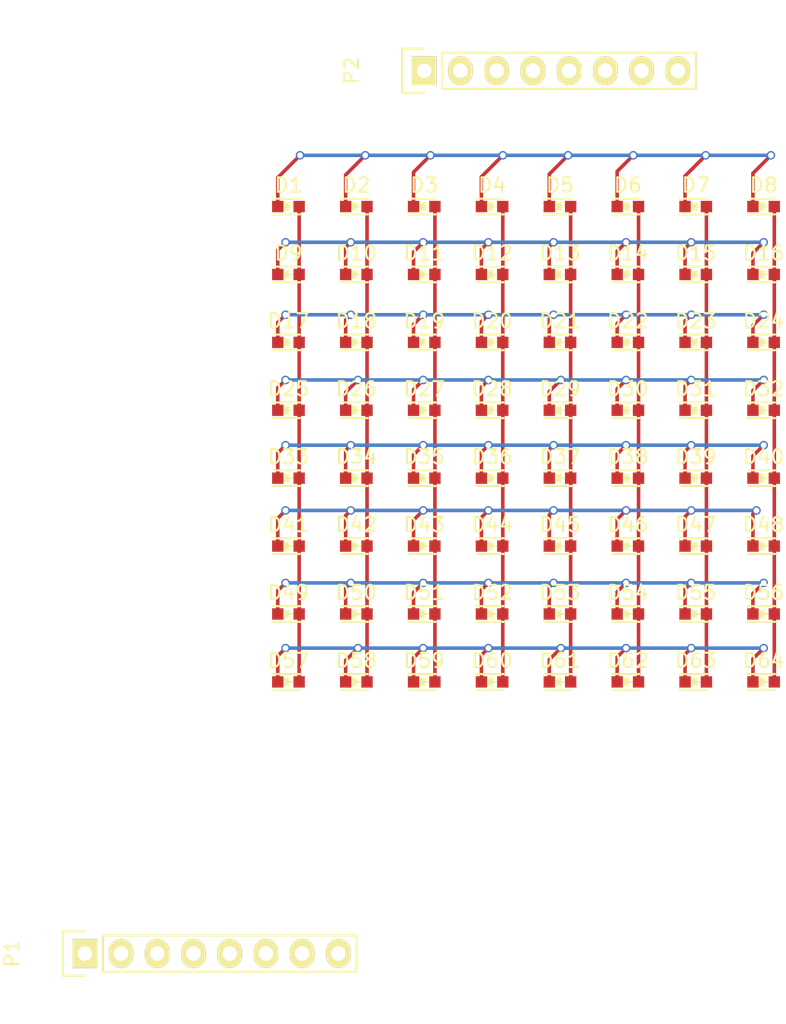
<source format=kicad_pcb>
(kicad_pcb (version 4) (host pcbnew 4.0.1-stable)

  (general
    (links 128)
    (no_connects 16)
    (area 0 0 0 0)
    (thickness 1.6)
    (drawings 0)
    (tracks 304)
    (zones 0)
    (modules 66)
    (nets 17)
  )

  (page A4)
  (layers
    (0 F.Cu signal)
    (31 B.Cu signal)
    (32 B.Adhes user)
    (33 F.Adhes user)
    (34 B.Paste user)
    (35 F.Paste user)
    (36 B.SilkS user)
    (37 F.SilkS user)
    (38 B.Mask user)
    (39 F.Mask user)
    (40 Dwgs.User user)
    (41 Cmts.User user)
    (42 Eco1.User user)
    (43 Eco2.User user)
    (44 Edge.Cuts user)
    (45 Margin user)
    (46 B.CrtYd user)
    (47 F.CrtYd user)
    (48 B.Fab user)
    (49 F.Fab user)
  )

  (setup
    (last_trace_width 0.25)
    (trace_clearance 0.2)
    (zone_clearance 0.508)
    (zone_45_only no)
    (trace_min 0.2)
    (segment_width 0.2)
    (edge_width 0.15)
    (via_size 0.6)
    (via_drill 0.4)
    (via_min_size 0.4)
    (via_min_drill 0.3)
    (uvia_size 0.3)
    (uvia_drill 0.1)
    (uvias_allowed no)
    (uvia_min_size 0.2)
    (uvia_min_drill 0.1)
    (pcb_text_width 0.3)
    (pcb_text_size 1.5 1.5)
    (mod_edge_width 0.15)
    (mod_text_size 1 1)
    (mod_text_width 0.15)
    (pad_size 1.524 1.524)
    (pad_drill 0.762)
    (pad_to_mask_clearance 0.2)
    (aux_axis_origin 92.456 87.884)
    (visible_elements FFFFFF7F)
    (pcbplotparams
      (layerselection 0x00030_80000001)
      (usegerberextensions false)
      (excludeedgelayer true)
      (linewidth 0.100000)
      (plotframeref false)
      (viasonmask false)
      (mode 1)
      (useauxorigin false)
      (hpglpennumber 1)
      (hpglpenspeed 20)
      (hpglpendiameter 15)
      (hpglpenoverlay 2)
      (psnegative false)
      (psa4output false)
      (plotreference true)
      (plotvalue true)
      (plotinvisibletext false)
      (padsonsilk false)
      (subtractmaskfromsilk false)
      (outputformat 1)
      (mirror false)
      (drillshape 1)
      (scaleselection 1)
      (outputdirectory ""))
  )

  (net 0 "")
  (net 1 "Net-(D1-Pad2)")
  (net 2 "Net-(D1-Pad1)")
  (net 3 "Net-(D11-Pad2)")
  (net 4 "Net-(D12-Pad2)")
  (net 5 "Net-(D13-Pad2)")
  (net 6 "Net-(D14-Pad2)")
  (net 7 "Net-(D15-Pad2)")
  (net 8 "Net-(D16-Pad2)")
  (net 9 "Net-(D10-Pad1)")
  (net 10 "Net-(D10-Pad2)")
  (net 11 "Net-(D17-Pad1)")
  (net 12 "Net-(D25-Pad1)")
  (net 13 "Net-(D33-Pad1)")
  (net 14 "Net-(D41-Pad1)")
  (net 15 "Net-(D49-Pad1)")
  (net 16 "Net-(D57-Pad1)")

  (net_class Default "This is the default net class."
    (clearance 0.2)
    (trace_width 0.25)
    (via_dia 0.6)
    (via_drill 0.4)
    (uvia_dia 0.3)
    (uvia_drill 0.1)
    (add_net "Net-(D1-Pad1)")
    (add_net "Net-(D1-Pad2)")
    (add_net "Net-(D10-Pad1)")
    (add_net "Net-(D10-Pad2)")
    (add_net "Net-(D11-Pad2)")
    (add_net "Net-(D12-Pad2)")
    (add_net "Net-(D13-Pad2)")
    (add_net "Net-(D14-Pad2)")
    (add_net "Net-(D15-Pad2)")
    (add_net "Net-(D16-Pad2)")
    (add_net "Net-(D17-Pad1)")
    (add_net "Net-(D25-Pad1)")
    (add_net "Net-(D33-Pad1)")
    (add_net "Net-(D41-Pad1)")
    (add_net "Net-(D49-Pad1)")
    (add_net "Net-(D57-Pad1)")
  )

  (module LEDs:LED_0603 (layer F.Cu) (tedit 55BDE255) (tstamp 56CB7542)
    (at 95.2 52.36)
    (descr "LED 0603 smd package")
    (tags "LED led 0603 SMD smd SMT smt smdled SMDLED smtled SMTLED")
    (path /56CB6E44)
    (attr smd)
    (fp_text reference D1 (at 0 -1.5) (layer F.SilkS)
      (effects (font (size 1 1) (thickness 0.15)))
    )
    (fp_text value LED (at 0 1.5) (layer F.Fab)
      (effects (font (size 1 1) (thickness 0.15)))
    )
    (fp_line (start -1.1 0.55) (end 0.8 0.55) (layer F.SilkS) (width 0.15))
    (fp_line (start -1.1 -0.55) (end 0.8 -0.55) (layer F.SilkS) (width 0.15))
    (fp_line (start -0.2 0) (end 0.25 0) (layer F.SilkS) (width 0.15))
    (fp_line (start -0.25 -0.25) (end -0.25 0.25) (layer F.SilkS) (width 0.15))
    (fp_line (start -0.25 0) (end 0 -0.25) (layer F.SilkS) (width 0.15))
    (fp_line (start 0 -0.25) (end 0 0.25) (layer F.SilkS) (width 0.15))
    (fp_line (start 0 0.25) (end -0.25 0) (layer F.SilkS) (width 0.15))
    (fp_line (start 1.4 -0.75) (end 1.4 0.75) (layer F.CrtYd) (width 0.05))
    (fp_line (start 1.4 0.75) (end -1.4 0.75) (layer F.CrtYd) (width 0.05))
    (fp_line (start -1.4 0.75) (end -1.4 -0.75) (layer F.CrtYd) (width 0.05))
    (fp_line (start -1.4 -0.75) (end 1.4 -0.75) (layer F.CrtYd) (width 0.05))
    (pad 2 smd rect (at 0.7493 0 180) (size 0.79756 0.79756) (layers F.Cu F.Paste F.Mask)
      (net 1 "Net-(D1-Pad2)"))
    (pad 1 smd rect (at -0.7493 0 180) (size 0.79756 0.79756) (layers F.Cu F.Paste F.Mask)
      (net 2 "Net-(D1-Pad1)"))
    (model LEDs.3dshapes/LED_0603.wrl
      (at (xyz 0 0 0))
      (scale (xyz 1 1 1))
      (rotate (xyz 0 0 180))
    )
  )

  (module LEDs:LED_0603 (layer F.Cu) (tedit 55BDE255) (tstamp 56CB7548)
    (at 99.96 52.36)
    (descr "LED 0603 smd package")
    (tags "LED led 0603 SMD smd SMT smt smdled SMDLED smtled SMTLED")
    (path /56CB719C)
    (attr smd)
    (fp_text reference D2 (at 0 -1.5) (layer F.SilkS)
      (effects (font (size 1 1) (thickness 0.15)))
    )
    (fp_text value LED (at 0 1.5) (layer F.Fab)
      (effects (font (size 1 1) (thickness 0.15)))
    )
    (fp_line (start -1.1 0.55) (end 0.8 0.55) (layer F.SilkS) (width 0.15))
    (fp_line (start -1.1 -0.55) (end 0.8 -0.55) (layer F.SilkS) (width 0.15))
    (fp_line (start -0.2 0) (end 0.25 0) (layer F.SilkS) (width 0.15))
    (fp_line (start -0.25 -0.25) (end -0.25 0.25) (layer F.SilkS) (width 0.15))
    (fp_line (start -0.25 0) (end 0 -0.25) (layer F.SilkS) (width 0.15))
    (fp_line (start 0 -0.25) (end 0 0.25) (layer F.SilkS) (width 0.15))
    (fp_line (start 0 0.25) (end -0.25 0) (layer F.SilkS) (width 0.15))
    (fp_line (start 1.4 -0.75) (end 1.4 0.75) (layer F.CrtYd) (width 0.05))
    (fp_line (start 1.4 0.75) (end -1.4 0.75) (layer F.CrtYd) (width 0.05))
    (fp_line (start -1.4 0.75) (end -1.4 -0.75) (layer F.CrtYd) (width 0.05))
    (fp_line (start -1.4 -0.75) (end 1.4 -0.75) (layer F.CrtYd) (width 0.05))
    (pad 2 smd rect (at 0.7493 0 180) (size 0.79756 0.79756) (layers F.Cu F.Paste F.Mask)
      (net 10 "Net-(D10-Pad2)"))
    (pad 1 smd rect (at -0.7493 0 180) (size 0.79756 0.79756) (layers F.Cu F.Paste F.Mask)
      (net 2 "Net-(D1-Pad1)"))
    (model LEDs.3dshapes/LED_0603.wrl
      (at (xyz 0 0 0))
      (scale (xyz 1 1 1))
      (rotate (xyz 0 0 180))
    )
  )

  (module LEDs:LED_0603 (layer F.Cu) (tedit 55BDE255) (tstamp 56CB754E)
    (at 104.72 52.36)
    (descr "LED 0603 smd package")
    (tags "LED led 0603 SMD smd SMT smt smdled SMDLED smtled SMTLED")
    (path /56CB7210)
    (attr smd)
    (fp_text reference D3 (at 0 -1.5) (layer F.SilkS)
      (effects (font (size 1 1) (thickness 0.15)))
    )
    (fp_text value LED (at 0 1.5) (layer F.Fab)
      (effects (font (size 1 1) (thickness 0.15)))
    )
    (fp_line (start -1.1 0.55) (end 0.8 0.55) (layer F.SilkS) (width 0.15))
    (fp_line (start -1.1 -0.55) (end 0.8 -0.55) (layer F.SilkS) (width 0.15))
    (fp_line (start -0.2 0) (end 0.25 0) (layer F.SilkS) (width 0.15))
    (fp_line (start -0.25 -0.25) (end -0.25 0.25) (layer F.SilkS) (width 0.15))
    (fp_line (start -0.25 0) (end 0 -0.25) (layer F.SilkS) (width 0.15))
    (fp_line (start 0 -0.25) (end 0 0.25) (layer F.SilkS) (width 0.15))
    (fp_line (start 0 0.25) (end -0.25 0) (layer F.SilkS) (width 0.15))
    (fp_line (start 1.4 -0.75) (end 1.4 0.75) (layer F.CrtYd) (width 0.05))
    (fp_line (start 1.4 0.75) (end -1.4 0.75) (layer F.CrtYd) (width 0.05))
    (fp_line (start -1.4 0.75) (end -1.4 -0.75) (layer F.CrtYd) (width 0.05))
    (fp_line (start -1.4 -0.75) (end 1.4 -0.75) (layer F.CrtYd) (width 0.05))
    (pad 2 smd rect (at 0.7493 0 180) (size 0.79756 0.79756) (layers F.Cu F.Paste F.Mask)
      (net 3 "Net-(D11-Pad2)"))
    (pad 1 smd rect (at -0.7493 0 180) (size 0.79756 0.79756) (layers F.Cu F.Paste F.Mask)
      (net 2 "Net-(D1-Pad1)"))
    (model LEDs.3dshapes/LED_0603.wrl
      (at (xyz 0 0 0))
      (scale (xyz 1 1 1))
      (rotate (xyz 0 0 180))
    )
  )

  (module LEDs:LED_0603 (layer F.Cu) (tedit 55BDE255) (tstamp 56CB7554)
    (at 109.48 52.36)
    (descr "LED 0603 smd package")
    (tags "LED led 0603 SMD smd SMT smt smdled SMDLED smtled SMTLED")
    (path /56CB7267)
    (attr smd)
    (fp_text reference D4 (at 0 -1.5) (layer F.SilkS)
      (effects (font (size 1 1) (thickness 0.15)))
    )
    (fp_text value LED (at 0 1.5) (layer F.Fab)
      (effects (font (size 1 1) (thickness 0.15)))
    )
    (fp_line (start -1.1 0.55) (end 0.8 0.55) (layer F.SilkS) (width 0.15))
    (fp_line (start -1.1 -0.55) (end 0.8 -0.55) (layer F.SilkS) (width 0.15))
    (fp_line (start -0.2 0) (end 0.25 0) (layer F.SilkS) (width 0.15))
    (fp_line (start -0.25 -0.25) (end -0.25 0.25) (layer F.SilkS) (width 0.15))
    (fp_line (start -0.25 0) (end 0 -0.25) (layer F.SilkS) (width 0.15))
    (fp_line (start 0 -0.25) (end 0 0.25) (layer F.SilkS) (width 0.15))
    (fp_line (start 0 0.25) (end -0.25 0) (layer F.SilkS) (width 0.15))
    (fp_line (start 1.4 -0.75) (end 1.4 0.75) (layer F.CrtYd) (width 0.05))
    (fp_line (start 1.4 0.75) (end -1.4 0.75) (layer F.CrtYd) (width 0.05))
    (fp_line (start -1.4 0.75) (end -1.4 -0.75) (layer F.CrtYd) (width 0.05))
    (fp_line (start -1.4 -0.75) (end 1.4 -0.75) (layer F.CrtYd) (width 0.05))
    (pad 2 smd rect (at 0.7493 0 180) (size 0.79756 0.79756) (layers F.Cu F.Paste F.Mask)
      (net 4 "Net-(D12-Pad2)"))
    (pad 1 smd rect (at -0.7493 0 180) (size 0.79756 0.79756) (layers F.Cu F.Paste F.Mask)
      (net 2 "Net-(D1-Pad1)"))
    (model LEDs.3dshapes/LED_0603.wrl
      (at (xyz 0 0 0))
      (scale (xyz 1 1 1))
      (rotate (xyz 0 0 180))
    )
  )

  (module LEDs:LED_0603 (layer F.Cu) (tedit 55BDE255) (tstamp 56CB755A)
    (at 114.24 52.36)
    (descr "LED 0603 smd package")
    (tags "LED led 0603 SMD smd SMT smt smdled SMDLED smtled SMTLED")
    (path /56CB72C7)
    (attr smd)
    (fp_text reference D5 (at 0 -1.5) (layer F.SilkS)
      (effects (font (size 1 1) (thickness 0.15)))
    )
    (fp_text value LED (at 0 1.5) (layer F.Fab)
      (effects (font (size 1 1) (thickness 0.15)))
    )
    (fp_line (start -1.1 0.55) (end 0.8 0.55) (layer F.SilkS) (width 0.15))
    (fp_line (start -1.1 -0.55) (end 0.8 -0.55) (layer F.SilkS) (width 0.15))
    (fp_line (start -0.2 0) (end 0.25 0) (layer F.SilkS) (width 0.15))
    (fp_line (start -0.25 -0.25) (end -0.25 0.25) (layer F.SilkS) (width 0.15))
    (fp_line (start -0.25 0) (end 0 -0.25) (layer F.SilkS) (width 0.15))
    (fp_line (start 0 -0.25) (end 0 0.25) (layer F.SilkS) (width 0.15))
    (fp_line (start 0 0.25) (end -0.25 0) (layer F.SilkS) (width 0.15))
    (fp_line (start 1.4 -0.75) (end 1.4 0.75) (layer F.CrtYd) (width 0.05))
    (fp_line (start 1.4 0.75) (end -1.4 0.75) (layer F.CrtYd) (width 0.05))
    (fp_line (start -1.4 0.75) (end -1.4 -0.75) (layer F.CrtYd) (width 0.05))
    (fp_line (start -1.4 -0.75) (end 1.4 -0.75) (layer F.CrtYd) (width 0.05))
    (pad 2 smd rect (at 0.7493 0 180) (size 0.79756 0.79756) (layers F.Cu F.Paste F.Mask)
      (net 5 "Net-(D13-Pad2)"))
    (pad 1 smd rect (at -0.7493 0 180) (size 0.79756 0.79756) (layers F.Cu F.Paste F.Mask)
      (net 2 "Net-(D1-Pad1)"))
    (model LEDs.3dshapes/LED_0603.wrl
      (at (xyz 0 0 0))
      (scale (xyz 1 1 1))
      (rotate (xyz 0 0 180))
    )
  )

  (module LEDs:LED_0603 (layer F.Cu) (tedit 55BDE255) (tstamp 56CB7560)
    (at 119 52.36)
    (descr "LED 0603 smd package")
    (tags "LED led 0603 SMD smd SMT smt smdled SMDLED smtled SMTLED")
    (path /56CB7318)
    (attr smd)
    (fp_text reference D6 (at 0 -1.5) (layer F.SilkS)
      (effects (font (size 1 1) (thickness 0.15)))
    )
    (fp_text value LED (at 0 1.5) (layer F.Fab)
      (effects (font (size 1 1) (thickness 0.15)))
    )
    (fp_line (start -1.1 0.55) (end 0.8 0.55) (layer F.SilkS) (width 0.15))
    (fp_line (start -1.1 -0.55) (end 0.8 -0.55) (layer F.SilkS) (width 0.15))
    (fp_line (start -0.2 0) (end 0.25 0) (layer F.SilkS) (width 0.15))
    (fp_line (start -0.25 -0.25) (end -0.25 0.25) (layer F.SilkS) (width 0.15))
    (fp_line (start -0.25 0) (end 0 -0.25) (layer F.SilkS) (width 0.15))
    (fp_line (start 0 -0.25) (end 0 0.25) (layer F.SilkS) (width 0.15))
    (fp_line (start 0 0.25) (end -0.25 0) (layer F.SilkS) (width 0.15))
    (fp_line (start 1.4 -0.75) (end 1.4 0.75) (layer F.CrtYd) (width 0.05))
    (fp_line (start 1.4 0.75) (end -1.4 0.75) (layer F.CrtYd) (width 0.05))
    (fp_line (start -1.4 0.75) (end -1.4 -0.75) (layer F.CrtYd) (width 0.05))
    (fp_line (start -1.4 -0.75) (end 1.4 -0.75) (layer F.CrtYd) (width 0.05))
    (pad 2 smd rect (at 0.7493 0 180) (size 0.79756 0.79756) (layers F.Cu F.Paste F.Mask)
      (net 6 "Net-(D14-Pad2)"))
    (pad 1 smd rect (at -0.7493 0 180) (size 0.79756 0.79756) (layers F.Cu F.Paste F.Mask)
      (net 2 "Net-(D1-Pad1)"))
    (model LEDs.3dshapes/LED_0603.wrl
      (at (xyz 0 0 0))
      (scale (xyz 1 1 1))
      (rotate (xyz 0 0 180))
    )
  )

  (module LEDs:LED_0603 (layer F.Cu) (tedit 55BDE255) (tstamp 56CB7566)
    (at 123.76 52.36)
    (descr "LED 0603 smd package")
    (tags "LED led 0603 SMD smd SMT smt smdled SMDLED smtled SMTLED")
    (path /56CB74E8)
    (attr smd)
    (fp_text reference D7 (at 0 -1.5) (layer F.SilkS)
      (effects (font (size 1 1) (thickness 0.15)))
    )
    (fp_text value LED (at 0 1.5) (layer F.Fab)
      (effects (font (size 1 1) (thickness 0.15)))
    )
    (fp_line (start -1.1 0.55) (end 0.8 0.55) (layer F.SilkS) (width 0.15))
    (fp_line (start -1.1 -0.55) (end 0.8 -0.55) (layer F.SilkS) (width 0.15))
    (fp_line (start -0.2 0) (end 0.25 0) (layer F.SilkS) (width 0.15))
    (fp_line (start -0.25 -0.25) (end -0.25 0.25) (layer F.SilkS) (width 0.15))
    (fp_line (start -0.25 0) (end 0 -0.25) (layer F.SilkS) (width 0.15))
    (fp_line (start 0 -0.25) (end 0 0.25) (layer F.SilkS) (width 0.15))
    (fp_line (start 0 0.25) (end -0.25 0) (layer F.SilkS) (width 0.15))
    (fp_line (start 1.4 -0.75) (end 1.4 0.75) (layer F.CrtYd) (width 0.05))
    (fp_line (start 1.4 0.75) (end -1.4 0.75) (layer F.CrtYd) (width 0.05))
    (fp_line (start -1.4 0.75) (end -1.4 -0.75) (layer F.CrtYd) (width 0.05))
    (fp_line (start -1.4 -0.75) (end 1.4 -0.75) (layer F.CrtYd) (width 0.05))
    (pad 2 smd rect (at 0.7493 0 180) (size 0.79756 0.79756) (layers F.Cu F.Paste F.Mask)
      (net 7 "Net-(D15-Pad2)"))
    (pad 1 smd rect (at -0.7493 0 180) (size 0.79756 0.79756) (layers F.Cu F.Paste F.Mask)
      (net 2 "Net-(D1-Pad1)"))
    (model LEDs.3dshapes/LED_0603.wrl
      (at (xyz 0 0 0))
      (scale (xyz 1 1 1))
      (rotate (xyz 0 0 180))
    )
  )

  (module LEDs:LED_0603 (layer F.Cu) (tedit 55BDE255) (tstamp 56CB756C)
    (at 128.52 52.36)
    (descr "LED 0603 smd package")
    (tags "LED led 0603 SMD smd SMT smt smdled SMDLED smtled SMTLED")
    (path /56CB7533)
    (attr smd)
    (fp_text reference D8 (at 0 -1.5) (layer F.SilkS)
      (effects (font (size 1 1) (thickness 0.15)))
    )
    (fp_text value LED (at 0 1.5) (layer F.Fab)
      (effects (font (size 1 1) (thickness 0.15)))
    )
    (fp_line (start -1.1 0.55) (end 0.8 0.55) (layer F.SilkS) (width 0.15))
    (fp_line (start -1.1 -0.55) (end 0.8 -0.55) (layer F.SilkS) (width 0.15))
    (fp_line (start -0.2 0) (end 0.25 0) (layer F.SilkS) (width 0.15))
    (fp_line (start -0.25 -0.25) (end -0.25 0.25) (layer F.SilkS) (width 0.15))
    (fp_line (start -0.25 0) (end 0 -0.25) (layer F.SilkS) (width 0.15))
    (fp_line (start 0 -0.25) (end 0 0.25) (layer F.SilkS) (width 0.15))
    (fp_line (start 0 0.25) (end -0.25 0) (layer F.SilkS) (width 0.15))
    (fp_line (start 1.4 -0.75) (end 1.4 0.75) (layer F.CrtYd) (width 0.05))
    (fp_line (start 1.4 0.75) (end -1.4 0.75) (layer F.CrtYd) (width 0.05))
    (fp_line (start -1.4 0.75) (end -1.4 -0.75) (layer F.CrtYd) (width 0.05))
    (fp_line (start -1.4 -0.75) (end 1.4 -0.75) (layer F.CrtYd) (width 0.05))
    (pad 2 smd rect (at 0.7493 0 180) (size 0.79756 0.79756) (layers F.Cu F.Paste F.Mask)
      (net 8 "Net-(D16-Pad2)"))
    (pad 1 smd rect (at -0.7493 0 180) (size 0.79756 0.79756) (layers F.Cu F.Paste F.Mask)
      (net 2 "Net-(D1-Pad1)"))
    (model LEDs.3dshapes/LED_0603.wrl
      (at (xyz 0 0 0))
      (scale (xyz 1 1 1))
      (rotate (xyz 0 0 180))
    )
  )

  (module LEDs:LED_0603 (layer F.Cu) (tedit 55BDE255) (tstamp 56CB7572)
    (at 95.2 57.12)
    (descr "LED 0603 smd package")
    (tags "LED led 0603 SMD smd SMT smt smdled SMDLED smtled SMTLED")
    (path /56CBE0DE)
    (attr smd)
    (fp_text reference D9 (at 0 -1.5) (layer F.SilkS)
      (effects (font (size 1 1) (thickness 0.15)))
    )
    (fp_text value LED (at 0 1.5) (layer F.Fab)
      (effects (font (size 1 1) (thickness 0.15)))
    )
    (fp_line (start -1.1 0.55) (end 0.8 0.55) (layer F.SilkS) (width 0.15))
    (fp_line (start -1.1 -0.55) (end 0.8 -0.55) (layer F.SilkS) (width 0.15))
    (fp_line (start -0.2 0) (end 0.25 0) (layer F.SilkS) (width 0.15))
    (fp_line (start -0.25 -0.25) (end -0.25 0.25) (layer F.SilkS) (width 0.15))
    (fp_line (start -0.25 0) (end 0 -0.25) (layer F.SilkS) (width 0.15))
    (fp_line (start 0 -0.25) (end 0 0.25) (layer F.SilkS) (width 0.15))
    (fp_line (start 0 0.25) (end -0.25 0) (layer F.SilkS) (width 0.15))
    (fp_line (start 1.4 -0.75) (end 1.4 0.75) (layer F.CrtYd) (width 0.05))
    (fp_line (start 1.4 0.75) (end -1.4 0.75) (layer F.CrtYd) (width 0.05))
    (fp_line (start -1.4 0.75) (end -1.4 -0.75) (layer F.CrtYd) (width 0.05))
    (fp_line (start -1.4 -0.75) (end 1.4 -0.75) (layer F.CrtYd) (width 0.05))
    (pad 2 smd rect (at 0.7493 0 180) (size 0.79756 0.79756) (layers F.Cu F.Paste F.Mask)
      (net 1 "Net-(D1-Pad2)"))
    (pad 1 smd rect (at -0.7493 0 180) (size 0.79756 0.79756) (layers F.Cu F.Paste F.Mask)
      (net 9 "Net-(D10-Pad1)"))
    (model LEDs.3dshapes/LED_0603.wrl
      (at (xyz 0 0 0))
      (scale (xyz 1 1 1))
      (rotate (xyz 0 0 180))
    )
  )

  (module LEDs:LED_0603 (layer F.Cu) (tedit 55BDE255) (tstamp 56CB7578)
    (at 99.96 57.12)
    (descr "LED 0603 smd package")
    (tags "LED led 0603 SMD smd SMT smt smdled SMDLED smtled SMTLED")
    (path /56CBE0E5)
    (attr smd)
    (fp_text reference D10 (at 0 -1.5) (layer F.SilkS)
      (effects (font (size 1 1) (thickness 0.15)))
    )
    (fp_text value LED (at 0 1.5) (layer F.Fab)
      (effects (font (size 1 1) (thickness 0.15)))
    )
    (fp_line (start -1.1 0.55) (end 0.8 0.55) (layer F.SilkS) (width 0.15))
    (fp_line (start -1.1 -0.55) (end 0.8 -0.55) (layer F.SilkS) (width 0.15))
    (fp_line (start -0.2 0) (end 0.25 0) (layer F.SilkS) (width 0.15))
    (fp_line (start -0.25 -0.25) (end -0.25 0.25) (layer F.SilkS) (width 0.15))
    (fp_line (start -0.25 0) (end 0 -0.25) (layer F.SilkS) (width 0.15))
    (fp_line (start 0 -0.25) (end 0 0.25) (layer F.SilkS) (width 0.15))
    (fp_line (start 0 0.25) (end -0.25 0) (layer F.SilkS) (width 0.15))
    (fp_line (start 1.4 -0.75) (end 1.4 0.75) (layer F.CrtYd) (width 0.05))
    (fp_line (start 1.4 0.75) (end -1.4 0.75) (layer F.CrtYd) (width 0.05))
    (fp_line (start -1.4 0.75) (end -1.4 -0.75) (layer F.CrtYd) (width 0.05))
    (fp_line (start -1.4 -0.75) (end 1.4 -0.75) (layer F.CrtYd) (width 0.05))
    (pad 2 smd rect (at 0.7493 0 180) (size 0.79756 0.79756) (layers F.Cu F.Paste F.Mask)
      (net 10 "Net-(D10-Pad2)"))
    (pad 1 smd rect (at -0.7493 0 180) (size 0.79756 0.79756) (layers F.Cu F.Paste F.Mask)
      (net 9 "Net-(D10-Pad1)"))
    (model LEDs.3dshapes/LED_0603.wrl
      (at (xyz 0 0 0))
      (scale (xyz 1 1 1))
      (rotate (xyz 0 0 180))
    )
  )

  (module LEDs:LED_0603 (layer F.Cu) (tedit 55BDE255) (tstamp 56CB757E)
    (at 104.72 57.12)
    (descr "LED 0603 smd package")
    (tags "LED led 0603 SMD smd SMT smt smdled SMDLED smtled SMTLED")
    (path /56CBE0EC)
    (attr smd)
    (fp_text reference D11 (at 0 -1.5) (layer F.SilkS)
      (effects (font (size 1 1) (thickness 0.15)))
    )
    (fp_text value LED (at 0 1.5) (layer F.Fab)
      (effects (font (size 1 1) (thickness 0.15)))
    )
    (fp_line (start -1.1 0.55) (end 0.8 0.55) (layer F.SilkS) (width 0.15))
    (fp_line (start -1.1 -0.55) (end 0.8 -0.55) (layer F.SilkS) (width 0.15))
    (fp_line (start -0.2 0) (end 0.25 0) (layer F.SilkS) (width 0.15))
    (fp_line (start -0.25 -0.25) (end -0.25 0.25) (layer F.SilkS) (width 0.15))
    (fp_line (start -0.25 0) (end 0 -0.25) (layer F.SilkS) (width 0.15))
    (fp_line (start 0 -0.25) (end 0 0.25) (layer F.SilkS) (width 0.15))
    (fp_line (start 0 0.25) (end -0.25 0) (layer F.SilkS) (width 0.15))
    (fp_line (start 1.4 -0.75) (end 1.4 0.75) (layer F.CrtYd) (width 0.05))
    (fp_line (start 1.4 0.75) (end -1.4 0.75) (layer F.CrtYd) (width 0.05))
    (fp_line (start -1.4 0.75) (end -1.4 -0.75) (layer F.CrtYd) (width 0.05))
    (fp_line (start -1.4 -0.75) (end 1.4 -0.75) (layer F.CrtYd) (width 0.05))
    (pad 2 smd rect (at 0.7493 0 180) (size 0.79756 0.79756) (layers F.Cu F.Paste F.Mask)
      (net 3 "Net-(D11-Pad2)"))
    (pad 1 smd rect (at -0.7493 0 180) (size 0.79756 0.79756) (layers F.Cu F.Paste F.Mask)
      (net 9 "Net-(D10-Pad1)"))
    (model LEDs.3dshapes/LED_0603.wrl
      (at (xyz 0 0 0))
      (scale (xyz 1 1 1))
      (rotate (xyz 0 0 180))
    )
  )

  (module LEDs:LED_0603 (layer F.Cu) (tedit 55BDE255) (tstamp 56CB7584)
    (at 109.48 57.12)
    (descr "LED 0603 smd package")
    (tags "LED led 0603 SMD smd SMT smt smdled SMDLED smtled SMTLED")
    (path /56CBE0F3)
    (attr smd)
    (fp_text reference D12 (at 0 -1.5) (layer F.SilkS)
      (effects (font (size 1 1) (thickness 0.15)))
    )
    (fp_text value LED (at 0 1.5) (layer F.Fab)
      (effects (font (size 1 1) (thickness 0.15)))
    )
    (fp_line (start -1.1 0.55) (end 0.8 0.55) (layer F.SilkS) (width 0.15))
    (fp_line (start -1.1 -0.55) (end 0.8 -0.55) (layer F.SilkS) (width 0.15))
    (fp_line (start -0.2 0) (end 0.25 0) (layer F.SilkS) (width 0.15))
    (fp_line (start -0.25 -0.25) (end -0.25 0.25) (layer F.SilkS) (width 0.15))
    (fp_line (start -0.25 0) (end 0 -0.25) (layer F.SilkS) (width 0.15))
    (fp_line (start 0 -0.25) (end 0 0.25) (layer F.SilkS) (width 0.15))
    (fp_line (start 0 0.25) (end -0.25 0) (layer F.SilkS) (width 0.15))
    (fp_line (start 1.4 -0.75) (end 1.4 0.75) (layer F.CrtYd) (width 0.05))
    (fp_line (start 1.4 0.75) (end -1.4 0.75) (layer F.CrtYd) (width 0.05))
    (fp_line (start -1.4 0.75) (end -1.4 -0.75) (layer F.CrtYd) (width 0.05))
    (fp_line (start -1.4 -0.75) (end 1.4 -0.75) (layer F.CrtYd) (width 0.05))
    (pad 2 smd rect (at 0.7493 0 180) (size 0.79756 0.79756) (layers F.Cu F.Paste F.Mask)
      (net 4 "Net-(D12-Pad2)"))
    (pad 1 smd rect (at -0.7493 0 180) (size 0.79756 0.79756) (layers F.Cu F.Paste F.Mask)
      (net 9 "Net-(D10-Pad1)"))
    (model LEDs.3dshapes/LED_0603.wrl
      (at (xyz 0 0 0))
      (scale (xyz 1 1 1))
      (rotate (xyz 0 0 180))
    )
  )

  (module LEDs:LED_0603 (layer F.Cu) (tedit 55BDE255) (tstamp 56CB758A)
    (at 114.24 57.12)
    (descr "LED 0603 smd package")
    (tags "LED led 0603 SMD smd SMT smt smdled SMDLED smtled SMTLED")
    (path /56CBE0FA)
    (attr smd)
    (fp_text reference D13 (at 0 -1.5) (layer F.SilkS)
      (effects (font (size 1 1) (thickness 0.15)))
    )
    (fp_text value LED (at 0 1.5) (layer F.Fab)
      (effects (font (size 1 1) (thickness 0.15)))
    )
    (fp_line (start -1.1 0.55) (end 0.8 0.55) (layer F.SilkS) (width 0.15))
    (fp_line (start -1.1 -0.55) (end 0.8 -0.55) (layer F.SilkS) (width 0.15))
    (fp_line (start -0.2 0) (end 0.25 0) (layer F.SilkS) (width 0.15))
    (fp_line (start -0.25 -0.25) (end -0.25 0.25) (layer F.SilkS) (width 0.15))
    (fp_line (start -0.25 0) (end 0 -0.25) (layer F.SilkS) (width 0.15))
    (fp_line (start 0 -0.25) (end 0 0.25) (layer F.SilkS) (width 0.15))
    (fp_line (start 0 0.25) (end -0.25 0) (layer F.SilkS) (width 0.15))
    (fp_line (start 1.4 -0.75) (end 1.4 0.75) (layer F.CrtYd) (width 0.05))
    (fp_line (start 1.4 0.75) (end -1.4 0.75) (layer F.CrtYd) (width 0.05))
    (fp_line (start -1.4 0.75) (end -1.4 -0.75) (layer F.CrtYd) (width 0.05))
    (fp_line (start -1.4 -0.75) (end 1.4 -0.75) (layer F.CrtYd) (width 0.05))
    (pad 2 smd rect (at 0.7493 0 180) (size 0.79756 0.79756) (layers F.Cu F.Paste F.Mask)
      (net 5 "Net-(D13-Pad2)"))
    (pad 1 smd rect (at -0.7493 0 180) (size 0.79756 0.79756) (layers F.Cu F.Paste F.Mask)
      (net 9 "Net-(D10-Pad1)"))
    (model LEDs.3dshapes/LED_0603.wrl
      (at (xyz 0 0 0))
      (scale (xyz 1 1 1))
      (rotate (xyz 0 0 180))
    )
  )

  (module LEDs:LED_0603 (layer F.Cu) (tedit 55BDE255) (tstamp 56CB7590)
    (at 119 57.12)
    (descr "LED 0603 smd package")
    (tags "LED led 0603 SMD smd SMT smt smdled SMDLED smtled SMTLED")
    (path /56CBE101)
    (attr smd)
    (fp_text reference D14 (at 0 -1.5) (layer F.SilkS)
      (effects (font (size 1 1) (thickness 0.15)))
    )
    (fp_text value LED (at 0 1.5) (layer F.Fab)
      (effects (font (size 1 1) (thickness 0.15)))
    )
    (fp_line (start -1.1 0.55) (end 0.8 0.55) (layer F.SilkS) (width 0.15))
    (fp_line (start -1.1 -0.55) (end 0.8 -0.55) (layer F.SilkS) (width 0.15))
    (fp_line (start -0.2 0) (end 0.25 0) (layer F.SilkS) (width 0.15))
    (fp_line (start -0.25 -0.25) (end -0.25 0.25) (layer F.SilkS) (width 0.15))
    (fp_line (start -0.25 0) (end 0 -0.25) (layer F.SilkS) (width 0.15))
    (fp_line (start 0 -0.25) (end 0 0.25) (layer F.SilkS) (width 0.15))
    (fp_line (start 0 0.25) (end -0.25 0) (layer F.SilkS) (width 0.15))
    (fp_line (start 1.4 -0.75) (end 1.4 0.75) (layer F.CrtYd) (width 0.05))
    (fp_line (start 1.4 0.75) (end -1.4 0.75) (layer F.CrtYd) (width 0.05))
    (fp_line (start -1.4 0.75) (end -1.4 -0.75) (layer F.CrtYd) (width 0.05))
    (fp_line (start -1.4 -0.75) (end 1.4 -0.75) (layer F.CrtYd) (width 0.05))
    (pad 2 smd rect (at 0.7493 0 180) (size 0.79756 0.79756) (layers F.Cu F.Paste F.Mask)
      (net 6 "Net-(D14-Pad2)"))
    (pad 1 smd rect (at -0.7493 0 180) (size 0.79756 0.79756) (layers F.Cu F.Paste F.Mask)
      (net 9 "Net-(D10-Pad1)"))
    (model LEDs.3dshapes/LED_0603.wrl
      (at (xyz 0 0 0))
      (scale (xyz 1 1 1))
      (rotate (xyz 0 0 180))
    )
  )

  (module LEDs:LED_0603 (layer F.Cu) (tedit 55BDE255) (tstamp 56CB7596)
    (at 123.76 57.12)
    (descr "LED 0603 smd package")
    (tags "LED led 0603 SMD smd SMT smt smdled SMDLED smtled SMTLED")
    (path /56CBE108)
    (attr smd)
    (fp_text reference D15 (at 0 -1.5) (layer F.SilkS)
      (effects (font (size 1 1) (thickness 0.15)))
    )
    (fp_text value LED (at 0 1.5) (layer F.Fab)
      (effects (font (size 1 1) (thickness 0.15)))
    )
    (fp_line (start -1.1 0.55) (end 0.8 0.55) (layer F.SilkS) (width 0.15))
    (fp_line (start -1.1 -0.55) (end 0.8 -0.55) (layer F.SilkS) (width 0.15))
    (fp_line (start -0.2 0) (end 0.25 0) (layer F.SilkS) (width 0.15))
    (fp_line (start -0.25 -0.25) (end -0.25 0.25) (layer F.SilkS) (width 0.15))
    (fp_line (start -0.25 0) (end 0 -0.25) (layer F.SilkS) (width 0.15))
    (fp_line (start 0 -0.25) (end 0 0.25) (layer F.SilkS) (width 0.15))
    (fp_line (start 0 0.25) (end -0.25 0) (layer F.SilkS) (width 0.15))
    (fp_line (start 1.4 -0.75) (end 1.4 0.75) (layer F.CrtYd) (width 0.05))
    (fp_line (start 1.4 0.75) (end -1.4 0.75) (layer F.CrtYd) (width 0.05))
    (fp_line (start -1.4 0.75) (end -1.4 -0.75) (layer F.CrtYd) (width 0.05))
    (fp_line (start -1.4 -0.75) (end 1.4 -0.75) (layer F.CrtYd) (width 0.05))
    (pad 2 smd rect (at 0.7493 0 180) (size 0.79756 0.79756) (layers F.Cu F.Paste F.Mask)
      (net 7 "Net-(D15-Pad2)"))
    (pad 1 smd rect (at -0.7493 0 180) (size 0.79756 0.79756) (layers F.Cu F.Paste F.Mask)
      (net 9 "Net-(D10-Pad1)"))
    (model LEDs.3dshapes/LED_0603.wrl
      (at (xyz 0 0 0))
      (scale (xyz 1 1 1))
      (rotate (xyz 0 0 180))
    )
  )

  (module LEDs:LED_0603 (layer F.Cu) (tedit 55BDE255) (tstamp 56CB759C)
    (at 128.52 57.12)
    (descr "LED 0603 smd package")
    (tags "LED led 0603 SMD smd SMT smt smdled SMDLED smtled SMTLED")
    (path /56CBE10F)
    (attr smd)
    (fp_text reference D16 (at 0 -1.5) (layer F.SilkS)
      (effects (font (size 1 1) (thickness 0.15)))
    )
    (fp_text value LED (at 0 1.5) (layer F.Fab)
      (effects (font (size 1 1) (thickness 0.15)))
    )
    (fp_line (start -1.1 0.55) (end 0.8 0.55) (layer F.SilkS) (width 0.15))
    (fp_line (start -1.1 -0.55) (end 0.8 -0.55) (layer F.SilkS) (width 0.15))
    (fp_line (start -0.2 0) (end 0.25 0) (layer F.SilkS) (width 0.15))
    (fp_line (start -0.25 -0.25) (end -0.25 0.25) (layer F.SilkS) (width 0.15))
    (fp_line (start -0.25 0) (end 0 -0.25) (layer F.SilkS) (width 0.15))
    (fp_line (start 0 -0.25) (end 0 0.25) (layer F.SilkS) (width 0.15))
    (fp_line (start 0 0.25) (end -0.25 0) (layer F.SilkS) (width 0.15))
    (fp_line (start 1.4 -0.75) (end 1.4 0.75) (layer F.CrtYd) (width 0.05))
    (fp_line (start 1.4 0.75) (end -1.4 0.75) (layer F.CrtYd) (width 0.05))
    (fp_line (start -1.4 0.75) (end -1.4 -0.75) (layer F.CrtYd) (width 0.05))
    (fp_line (start -1.4 -0.75) (end 1.4 -0.75) (layer F.CrtYd) (width 0.05))
    (pad 2 smd rect (at 0.7493 0 180) (size 0.79756 0.79756) (layers F.Cu F.Paste F.Mask)
      (net 8 "Net-(D16-Pad2)"))
    (pad 1 smd rect (at -0.7493 0 180) (size 0.79756 0.79756) (layers F.Cu F.Paste F.Mask)
      (net 9 "Net-(D10-Pad1)"))
    (model LEDs.3dshapes/LED_0603.wrl
      (at (xyz 0 0 0))
      (scale (xyz 1 1 1))
      (rotate (xyz 0 0 180))
    )
  )

  (module LEDs:LED_0603 (layer F.Cu) (tedit 55BDE255) (tstamp 56CB75A2)
    (at 95.2 61.88)
    (descr "LED 0603 smd package")
    (tags "LED led 0603 SMD smd SMT smt smdled SMDLED smtled SMTLED")
    (path /56CBEC5A)
    (attr smd)
    (fp_text reference D17 (at 0 -1.5) (layer F.SilkS)
      (effects (font (size 1 1) (thickness 0.15)))
    )
    (fp_text value LED (at 0 1.5) (layer F.Fab)
      (effects (font (size 1 1) (thickness 0.15)))
    )
    (fp_line (start -1.1 0.55) (end 0.8 0.55) (layer F.SilkS) (width 0.15))
    (fp_line (start -1.1 -0.55) (end 0.8 -0.55) (layer F.SilkS) (width 0.15))
    (fp_line (start -0.2 0) (end 0.25 0) (layer F.SilkS) (width 0.15))
    (fp_line (start -0.25 -0.25) (end -0.25 0.25) (layer F.SilkS) (width 0.15))
    (fp_line (start -0.25 0) (end 0 -0.25) (layer F.SilkS) (width 0.15))
    (fp_line (start 0 -0.25) (end 0 0.25) (layer F.SilkS) (width 0.15))
    (fp_line (start 0 0.25) (end -0.25 0) (layer F.SilkS) (width 0.15))
    (fp_line (start 1.4 -0.75) (end 1.4 0.75) (layer F.CrtYd) (width 0.05))
    (fp_line (start 1.4 0.75) (end -1.4 0.75) (layer F.CrtYd) (width 0.05))
    (fp_line (start -1.4 0.75) (end -1.4 -0.75) (layer F.CrtYd) (width 0.05))
    (fp_line (start -1.4 -0.75) (end 1.4 -0.75) (layer F.CrtYd) (width 0.05))
    (pad 2 smd rect (at 0.7493 0 180) (size 0.79756 0.79756) (layers F.Cu F.Paste F.Mask)
      (net 1 "Net-(D1-Pad2)"))
    (pad 1 smd rect (at -0.7493 0 180) (size 0.79756 0.79756) (layers F.Cu F.Paste F.Mask)
      (net 11 "Net-(D17-Pad1)"))
    (model LEDs.3dshapes/LED_0603.wrl
      (at (xyz 0 0 0))
      (scale (xyz 1 1 1))
      (rotate (xyz 0 0 180))
    )
  )

  (module LEDs:LED_0603 (layer F.Cu) (tedit 55BDE255) (tstamp 56CB75A8)
    (at 99.96 61.88)
    (descr "LED 0603 smd package")
    (tags "LED led 0603 SMD smd SMT smt smdled SMDLED smtled SMTLED")
    (path /56CBEC61)
    (attr smd)
    (fp_text reference D18 (at 0 -1.5) (layer F.SilkS)
      (effects (font (size 1 1) (thickness 0.15)))
    )
    (fp_text value LED (at 0 1.5) (layer F.Fab)
      (effects (font (size 1 1) (thickness 0.15)))
    )
    (fp_line (start -1.1 0.55) (end 0.8 0.55) (layer F.SilkS) (width 0.15))
    (fp_line (start -1.1 -0.55) (end 0.8 -0.55) (layer F.SilkS) (width 0.15))
    (fp_line (start -0.2 0) (end 0.25 0) (layer F.SilkS) (width 0.15))
    (fp_line (start -0.25 -0.25) (end -0.25 0.25) (layer F.SilkS) (width 0.15))
    (fp_line (start -0.25 0) (end 0 -0.25) (layer F.SilkS) (width 0.15))
    (fp_line (start 0 -0.25) (end 0 0.25) (layer F.SilkS) (width 0.15))
    (fp_line (start 0 0.25) (end -0.25 0) (layer F.SilkS) (width 0.15))
    (fp_line (start 1.4 -0.75) (end 1.4 0.75) (layer F.CrtYd) (width 0.05))
    (fp_line (start 1.4 0.75) (end -1.4 0.75) (layer F.CrtYd) (width 0.05))
    (fp_line (start -1.4 0.75) (end -1.4 -0.75) (layer F.CrtYd) (width 0.05))
    (fp_line (start -1.4 -0.75) (end 1.4 -0.75) (layer F.CrtYd) (width 0.05))
    (pad 2 smd rect (at 0.7493 0 180) (size 0.79756 0.79756) (layers F.Cu F.Paste F.Mask)
      (net 10 "Net-(D10-Pad2)"))
    (pad 1 smd rect (at -0.7493 0 180) (size 0.79756 0.79756) (layers F.Cu F.Paste F.Mask)
      (net 11 "Net-(D17-Pad1)"))
    (model LEDs.3dshapes/LED_0603.wrl
      (at (xyz 0 0 0))
      (scale (xyz 1 1 1))
      (rotate (xyz 0 0 180))
    )
  )

  (module LEDs:LED_0603 (layer F.Cu) (tedit 55BDE255) (tstamp 56CB75AE)
    (at 104.72 61.88)
    (descr "LED 0603 smd package")
    (tags "LED led 0603 SMD smd SMT smt smdled SMDLED smtled SMTLED")
    (path /56CBEC68)
    (attr smd)
    (fp_text reference D19 (at 0 -1.5) (layer F.SilkS)
      (effects (font (size 1 1) (thickness 0.15)))
    )
    (fp_text value LED (at 0 1.5) (layer F.Fab)
      (effects (font (size 1 1) (thickness 0.15)))
    )
    (fp_line (start -1.1 0.55) (end 0.8 0.55) (layer F.SilkS) (width 0.15))
    (fp_line (start -1.1 -0.55) (end 0.8 -0.55) (layer F.SilkS) (width 0.15))
    (fp_line (start -0.2 0) (end 0.25 0) (layer F.SilkS) (width 0.15))
    (fp_line (start -0.25 -0.25) (end -0.25 0.25) (layer F.SilkS) (width 0.15))
    (fp_line (start -0.25 0) (end 0 -0.25) (layer F.SilkS) (width 0.15))
    (fp_line (start 0 -0.25) (end 0 0.25) (layer F.SilkS) (width 0.15))
    (fp_line (start 0 0.25) (end -0.25 0) (layer F.SilkS) (width 0.15))
    (fp_line (start 1.4 -0.75) (end 1.4 0.75) (layer F.CrtYd) (width 0.05))
    (fp_line (start 1.4 0.75) (end -1.4 0.75) (layer F.CrtYd) (width 0.05))
    (fp_line (start -1.4 0.75) (end -1.4 -0.75) (layer F.CrtYd) (width 0.05))
    (fp_line (start -1.4 -0.75) (end 1.4 -0.75) (layer F.CrtYd) (width 0.05))
    (pad 2 smd rect (at 0.7493 0 180) (size 0.79756 0.79756) (layers F.Cu F.Paste F.Mask)
      (net 3 "Net-(D11-Pad2)"))
    (pad 1 smd rect (at -0.7493 0 180) (size 0.79756 0.79756) (layers F.Cu F.Paste F.Mask)
      (net 11 "Net-(D17-Pad1)"))
    (model LEDs.3dshapes/LED_0603.wrl
      (at (xyz 0 0 0))
      (scale (xyz 1 1 1))
      (rotate (xyz 0 0 180))
    )
  )

  (module LEDs:LED_0603 (layer F.Cu) (tedit 55BDE255) (tstamp 56CB75B4)
    (at 109.48 61.88)
    (descr "LED 0603 smd package")
    (tags "LED led 0603 SMD smd SMT smt smdled SMDLED smtled SMTLED")
    (path /56CBEC6F)
    (attr smd)
    (fp_text reference D20 (at 0 -1.5) (layer F.SilkS)
      (effects (font (size 1 1) (thickness 0.15)))
    )
    (fp_text value LED (at 0 1.5) (layer F.Fab)
      (effects (font (size 1 1) (thickness 0.15)))
    )
    (fp_line (start -1.1 0.55) (end 0.8 0.55) (layer F.SilkS) (width 0.15))
    (fp_line (start -1.1 -0.55) (end 0.8 -0.55) (layer F.SilkS) (width 0.15))
    (fp_line (start -0.2 0) (end 0.25 0) (layer F.SilkS) (width 0.15))
    (fp_line (start -0.25 -0.25) (end -0.25 0.25) (layer F.SilkS) (width 0.15))
    (fp_line (start -0.25 0) (end 0 -0.25) (layer F.SilkS) (width 0.15))
    (fp_line (start 0 -0.25) (end 0 0.25) (layer F.SilkS) (width 0.15))
    (fp_line (start 0 0.25) (end -0.25 0) (layer F.SilkS) (width 0.15))
    (fp_line (start 1.4 -0.75) (end 1.4 0.75) (layer F.CrtYd) (width 0.05))
    (fp_line (start 1.4 0.75) (end -1.4 0.75) (layer F.CrtYd) (width 0.05))
    (fp_line (start -1.4 0.75) (end -1.4 -0.75) (layer F.CrtYd) (width 0.05))
    (fp_line (start -1.4 -0.75) (end 1.4 -0.75) (layer F.CrtYd) (width 0.05))
    (pad 2 smd rect (at 0.7493 0 180) (size 0.79756 0.79756) (layers F.Cu F.Paste F.Mask)
      (net 4 "Net-(D12-Pad2)"))
    (pad 1 smd rect (at -0.7493 0 180) (size 0.79756 0.79756) (layers F.Cu F.Paste F.Mask)
      (net 11 "Net-(D17-Pad1)"))
    (model LEDs.3dshapes/LED_0603.wrl
      (at (xyz 0 0 0))
      (scale (xyz 1 1 1))
      (rotate (xyz 0 0 180))
    )
  )

  (module LEDs:LED_0603 (layer F.Cu) (tedit 55BDE255) (tstamp 56CB75BA)
    (at 114.24 61.88)
    (descr "LED 0603 smd package")
    (tags "LED led 0603 SMD smd SMT smt smdled SMDLED smtled SMTLED")
    (path /56CBEC76)
    (attr smd)
    (fp_text reference D21 (at 0 -1.5) (layer F.SilkS)
      (effects (font (size 1 1) (thickness 0.15)))
    )
    (fp_text value LED (at 0 1.5) (layer F.Fab)
      (effects (font (size 1 1) (thickness 0.15)))
    )
    (fp_line (start -1.1 0.55) (end 0.8 0.55) (layer F.SilkS) (width 0.15))
    (fp_line (start -1.1 -0.55) (end 0.8 -0.55) (layer F.SilkS) (width 0.15))
    (fp_line (start -0.2 0) (end 0.25 0) (layer F.SilkS) (width 0.15))
    (fp_line (start -0.25 -0.25) (end -0.25 0.25) (layer F.SilkS) (width 0.15))
    (fp_line (start -0.25 0) (end 0 -0.25) (layer F.SilkS) (width 0.15))
    (fp_line (start 0 -0.25) (end 0 0.25) (layer F.SilkS) (width 0.15))
    (fp_line (start 0 0.25) (end -0.25 0) (layer F.SilkS) (width 0.15))
    (fp_line (start 1.4 -0.75) (end 1.4 0.75) (layer F.CrtYd) (width 0.05))
    (fp_line (start 1.4 0.75) (end -1.4 0.75) (layer F.CrtYd) (width 0.05))
    (fp_line (start -1.4 0.75) (end -1.4 -0.75) (layer F.CrtYd) (width 0.05))
    (fp_line (start -1.4 -0.75) (end 1.4 -0.75) (layer F.CrtYd) (width 0.05))
    (pad 2 smd rect (at 0.7493 0 180) (size 0.79756 0.79756) (layers F.Cu F.Paste F.Mask)
      (net 5 "Net-(D13-Pad2)"))
    (pad 1 smd rect (at -0.7493 0 180) (size 0.79756 0.79756) (layers F.Cu F.Paste F.Mask)
      (net 11 "Net-(D17-Pad1)"))
    (model LEDs.3dshapes/LED_0603.wrl
      (at (xyz 0 0 0))
      (scale (xyz 1 1 1))
      (rotate (xyz 0 0 180))
    )
  )

  (module LEDs:LED_0603 (layer F.Cu) (tedit 55BDE255) (tstamp 56CB75C0)
    (at 119 61.88)
    (descr "LED 0603 smd package")
    (tags "LED led 0603 SMD smd SMT smt smdled SMDLED smtled SMTLED")
    (path /56CBEC7D)
    (attr smd)
    (fp_text reference D22 (at 0 -1.5) (layer F.SilkS)
      (effects (font (size 1 1) (thickness 0.15)))
    )
    (fp_text value LED (at 0 1.5) (layer F.Fab)
      (effects (font (size 1 1) (thickness 0.15)))
    )
    (fp_line (start -1.1 0.55) (end 0.8 0.55) (layer F.SilkS) (width 0.15))
    (fp_line (start -1.1 -0.55) (end 0.8 -0.55) (layer F.SilkS) (width 0.15))
    (fp_line (start -0.2 0) (end 0.25 0) (layer F.SilkS) (width 0.15))
    (fp_line (start -0.25 -0.25) (end -0.25 0.25) (layer F.SilkS) (width 0.15))
    (fp_line (start -0.25 0) (end 0 -0.25) (layer F.SilkS) (width 0.15))
    (fp_line (start 0 -0.25) (end 0 0.25) (layer F.SilkS) (width 0.15))
    (fp_line (start 0 0.25) (end -0.25 0) (layer F.SilkS) (width 0.15))
    (fp_line (start 1.4 -0.75) (end 1.4 0.75) (layer F.CrtYd) (width 0.05))
    (fp_line (start 1.4 0.75) (end -1.4 0.75) (layer F.CrtYd) (width 0.05))
    (fp_line (start -1.4 0.75) (end -1.4 -0.75) (layer F.CrtYd) (width 0.05))
    (fp_line (start -1.4 -0.75) (end 1.4 -0.75) (layer F.CrtYd) (width 0.05))
    (pad 2 smd rect (at 0.7493 0 180) (size 0.79756 0.79756) (layers F.Cu F.Paste F.Mask)
      (net 6 "Net-(D14-Pad2)"))
    (pad 1 smd rect (at -0.7493 0 180) (size 0.79756 0.79756) (layers F.Cu F.Paste F.Mask)
      (net 11 "Net-(D17-Pad1)"))
    (model LEDs.3dshapes/LED_0603.wrl
      (at (xyz 0 0 0))
      (scale (xyz 1 1 1))
      (rotate (xyz 0 0 180))
    )
  )

  (module LEDs:LED_0603 (layer F.Cu) (tedit 55BDE255) (tstamp 56CB75C6)
    (at 123.76 61.88)
    (descr "LED 0603 smd package")
    (tags "LED led 0603 SMD smd SMT smt smdled SMDLED smtled SMTLED")
    (path /56CBEC84)
    (attr smd)
    (fp_text reference D23 (at 0 -1.5) (layer F.SilkS)
      (effects (font (size 1 1) (thickness 0.15)))
    )
    (fp_text value LED (at 0 1.5) (layer F.Fab)
      (effects (font (size 1 1) (thickness 0.15)))
    )
    (fp_line (start -1.1 0.55) (end 0.8 0.55) (layer F.SilkS) (width 0.15))
    (fp_line (start -1.1 -0.55) (end 0.8 -0.55) (layer F.SilkS) (width 0.15))
    (fp_line (start -0.2 0) (end 0.25 0) (layer F.SilkS) (width 0.15))
    (fp_line (start -0.25 -0.25) (end -0.25 0.25) (layer F.SilkS) (width 0.15))
    (fp_line (start -0.25 0) (end 0 -0.25) (layer F.SilkS) (width 0.15))
    (fp_line (start 0 -0.25) (end 0 0.25) (layer F.SilkS) (width 0.15))
    (fp_line (start 0 0.25) (end -0.25 0) (layer F.SilkS) (width 0.15))
    (fp_line (start 1.4 -0.75) (end 1.4 0.75) (layer F.CrtYd) (width 0.05))
    (fp_line (start 1.4 0.75) (end -1.4 0.75) (layer F.CrtYd) (width 0.05))
    (fp_line (start -1.4 0.75) (end -1.4 -0.75) (layer F.CrtYd) (width 0.05))
    (fp_line (start -1.4 -0.75) (end 1.4 -0.75) (layer F.CrtYd) (width 0.05))
    (pad 2 smd rect (at 0.7493 0 180) (size 0.79756 0.79756) (layers F.Cu F.Paste F.Mask)
      (net 7 "Net-(D15-Pad2)"))
    (pad 1 smd rect (at -0.7493 0 180) (size 0.79756 0.79756) (layers F.Cu F.Paste F.Mask)
      (net 11 "Net-(D17-Pad1)"))
    (model LEDs.3dshapes/LED_0603.wrl
      (at (xyz 0 0 0))
      (scale (xyz 1 1 1))
      (rotate (xyz 0 0 180))
    )
  )

  (module LEDs:LED_0603 (layer F.Cu) (tedit 55BDE255) (tstamp 56CB75CC)
    (at 128.52 61.88)
    (descr "LED 0603 smd package")
    (tags "LED led 0603 SMD smd SMT smt smdled SMDLED smtled SMTLED")
    (path /56CBEC8B)
    (attr smd)
    (fp_text reference D24 (at 0 -1.5) (layer F.SilkS)
      (effects (font (size 1 1) (thickness 0.15)))
    )
    (fp_text value LED (at 0 1.5) (layer F.Fab)
      (effects (font (size 1 1) (thickness 0.15)))
    )
    (fp_line (start -1.1 0.55) (end 0.8 0.55) (layer F.SilkS) (width 0.15))
    (fp_line (start -1.1 -0.55) (end 0.8 -0.55) (layer F.SilkS) (width 0.15))
    (fp_line (start -0.2 0) (end 0.25 0) (layer F.SilkS) (width 0.15))
    (fp_line (start -0.25 -0.25) (end -0.25 0.25) (layer F.SilkS) (width 0.15))
    (fp_line (start -0.25 0) (end 0 -0.25) (layer F.SilkS) (width 0.15))
    (fp_line (start 0 -0.25) (end 0 0.25) (layer F.SilkS) (width 0.15))
    (fp_line (start 0 0.25) (end -0.25 0) (layer F.SilkS) (width 0.15))
    (fp_line (start 1.4 -0.75) (end 1.4 0.75) (layer F.CrtYd) (width 0.05))
    (fp_line (start 1.4 0.75) (end -1.4 0.75) (layer F.CrtYd) (width 0.05))
    (fp_line (start -1.4 0.75) (end -1.4 -0.75) (layer F.CrtYd) (width 0.05))
    (fp_line (start -1.4 -0.75) (end 1.4 -0.75) (layer F.CrtYd) (width 0.05))
    (pad 2 smd rect (at 0.7493 0 180) (size 0.79756 0.79756) (layers F.Cu F.Paste F.Mask)
      (net 8 "Net-(D16-Pad2)"))
    (pad 1 smd rect (at -0.7493 0 180) (size 0.79756 0.79756) (layers F.Cu F.Paste F.Mask)
      (net 11 "Net-(D17-Pad1)"))
    (model LEDs.3dshapes/LED_0603.wrl
      (at (xyz 0 0 0))
      (scale (xyz 1 1 1))
      (rotate (xyz 0 0 180))
    )
  )

  (module LEDs:LED_0603 (layer F.Cu) (tedit 55BDE255) (tstamp 56CB75D2)
    (at 95.2 66.64)
    (descr "LED 0603 smd package")
    (tags "LED led 0603 SMD smd SMT smt smdled SMDLED smtled SMTLED")
    (path /56CBF04C)
    (attr smd)
    (fp_text reference D25 (at 0 -1.5) (layer F.SilkS)
      (effects (font (size 1 1) (thickness 0.15)))
    )
    (fp_text value LED (at 0 1.5) (layer F.Fab)
      (effects (font (size 1 1) (thickness 0.15)))
    )
    (fp_line (start -1.1 0.55) (end 0.8 0.55) (layer F.SilkS) (width 0.15))
    (fp_line (start -1.1 -0.55) (end 0.8 -0.55) (layer F.SilkS) (width 0.15))
    (fp_line (start -0.2 0) (end 0.25 0) (layer F.SilkS) (width 0.15))
    (fp_line (start -0.25 -0.25) (end -0.25 0.25) (layer F.SilkS) (width 0.15))
    (fp_line (start -0.25 0) (end 0 -0.25) (layer F.SilkS) (width 0.15))
    (fp_line (start 0 -0.25) (end 0 0.25) (layer F.SilkS) (width 0.15))
    (fp_line (start 0 0.25) (end -0.25 0) (layer F.SilkS) (width 0.15))
    (fp_line (start 1.4 -0.75) (end 1.4 0.75) (layer F.CrtYd) (width 0.05))
    (fp_line (start 1.4 0.75) (end -1.4 0.75) (layer F.CrtYd) (width 0.05))
    (fp_line (start -1.4 0.75) (end -1.4 -0.75) (layer F.CrtYd) (width 0.05))
    (fp_line (start -1.4 -0.75) (end 1.4 -0.75) (layer F.CrtYd) (width 0.05))
    (pad 2 smd rect (at 0.7493 0 180) (size 0.79756 0.79756) (layers F.Cu F.Paste F.Mask)
      (net 1 "Net-(D1-Pad2)"))
    (pad 1 smd rect (at -0.7493 0 180) (size 0.79756 0.79756) (layers F.Cu F.Paste F.Mask)
      (net 12 "Net-(D25-Pad1)"))
    (model LEDs.3dshapes/LED_0603.wrl
      (at (xyz 0 0 0))
      (scale (xyz 1 1 1))
      (rotate (xyz 0 0 180))
    )
  )

  (module LEDs:LED_0603 (layer F.Cu) (tedit 55BDE255) (tstamp 56CB75D8)
    (at 99.96 66.64)
    (descr "LED 0603 smd package")
    (tags "LED led 0603 SMD smd SMT smt smdled SMDLED smtled SMTLED")
    (path /56CBF053)
    (attr smd)
    (fp_text reference D26 (at 0 -1.5) (layer F.SilkS)
      (effects (font (size 1 1) (thickness 0.15)))
    )
    (fp_text value LED (at 0 1.5) (layer F.Fab)
      (effects (font (size 1 1) (thickness 0.15)))
    )
    (fp_line (start -1.1 0.55) (end 0.8 0.55) (layer F.SilkS) (width 0.15))
    (fp_line (start -1.1 -0.55) (end 0.8 -0.55) (layer F.SilkS) (width 0.15))
    (fp_line (start -0.2 0) (end 0.25 0) (layer F.SilkS) (width 0.15))
    (fp_line (start -0.25 -0.25) (end -0.25 0.25) (layer F.SilkS) (width 0.15))
    (fp_line (start -0.25 0) (end 0 -0.25) (layer F.SilkS) (width 0.15))
    (fp_line (start 0 -0.25) (end 0 0.25) (layer F.SilkS) (width 0.15))
    (fp_line (start 0 0.25) (end -0.25 0) (layer F.SilkS) (width 0.15))
    (fp_line (start 1.4 -0.75) (end 1.4 0.75) (layer F.CrtYd) (width 0.05))
    (fp_line (start 1.4 0.75) (end -1.4 0.75) (layer F.CrtYd) (width 0.05))
    (fp_line (start -1.4 0.75) (end -1.4 -0.75) (layer F.CrtYd) (width 0.05))
    (fp_line (start -1.4 -0.75) (end 1.4 -0.75) (layer F.CrtYd) (width 0.05))
    (pad 2 smd rect (at 0.7493 0 180) (size 0.79756 0.79756) (layers F.Cu F.Paste F.Mask)
      (net 10 "Net-(D10-Pad2)"))
    (pad 1 smd rect (at -0.7493 0 180) (size 0.79756 0.79756) (layers F.Cu F.Paste F.Mask)
      (net 12 "Net-(D25-Pad1)"))
    (model LEDs.3dshapes/LED_0603.wrl
      (at (xyz 0 0 0))
      (scale (xyz 1 1 1))
      (rotate (xyz 0 0 180))
    )
  )

  (module LEDs:LED_0603 (layer F.Cu) (tedit 55BDE255) (tstamp 56CB75DE)
    (at 104.72 66.64)
    (descr "LED 0603 smd package")
    (tags "LED led 0603 SMD smd SMT smt smdled SMDLED smtled SMTLED")
    (path /56CBF05A)
    (attr smd)
    (fp_text reference D27 (at 0 -1.5) (layer F.SilkS)
      (effects (font (size 1 1) (thickness 0.15)))
    )
    (fp_text value LED (at 0 1.5) (layer F.Fab)
      (effects (font (size 1 1) (thickness 0.15)))
    )
    (fp_line (start -1.1 0.55) (end 0.8 0.55) (layer F.SilkS) (width 0.15))
    (fp_line (start -1.1 -0.55) (end 0.8 -0.55) (layer F.SilkS) (width 0.15))
    (fp_line (start -0.2 0) (end 0.25 0) (layer F.SilkS) (width 0.15))
    (fp_line (start -0.25 -0.25) (end -0.25 0.25) (layer F.SilkS) (width 0.15))
    (fp_line (start -0.25 0) (end 0 -0.25) (layer F.SilkS) (width 0.15))
    (fp_line (start 0 -0.25) (end 0 0.25) (layer F.SilkS) (width 0.15))
    (fp_line (start 0 0.25) (end -0.25 0) (layer F.SilkS) (width 0.15))
    (fp_line (start 1.4 -0.75) (end 1.4 0.75) (layer F.CrtYd) (width 0.05))
    (fp_line (start 1.4 0.75) (end -1.4 0.75) (layer F.CrtYd) (width 0.05))
    (fp_line (start -1.4 0.75) (end -1.4 -0.75) (layer F.CrtYd) (width 0.05))
    (fp_line (start -1.4 -0.75) (end 1.4 -0.75) (layer F.CrtYd) (width 0.05))
    (pad 2 smd rect (at 0.7493 0 180) (size 0.79756 0.79756) (layers F.Cu F.Paste F.Mask)
      (net 3 "Net-(D11-Pad2)"))
    (pad 1 smd rect (at -0.7493 0 180) (size 0.79756 0.79756) (layers F.Cu F.Paste F.Mask)
      (net 12 "Net-(D25-Pad1)"))
    (model LEDs.3dshapes/LED_0603.wrl
      (at (xyz 0 0 0))
      (scale (xyz 1 1 1))
      (rotate (xyz 0 0 180))
    )
  )

  (module LEDs:LED_0603 (layer F.Cu) (tedit 55BDE255) (tstamp 56CB75E4)
    (at 109.48 66.64)
    (descr "LED 0603 smd package")
    (tags "LED led 0603 SMD smd SMT smt smdled SMDLED smtled SMTLED")
    (path /56CBF061)
    (attr smd)
    (fp_text reference D28 (at 0 -1.5) (layer F.SilkS)
      (effects (font (size 1 1) (thickness 0.15)))
    )
    (fp_text value LED (at 0 1.5) (layer F.Fab)
      (effects (font (size 1 1) (thickness 0.15)))
    )
    (fp_line (start -1.1 0.55) (end 0.8 0.55) (layer F.SilkS) (width 0.15))
    (fp_line (start -1.1 -0.55) (end 0.8 -0.55) (layer F.SilkS) (width 0.15))
    (fp_line (start -0.2 0) (end 0.25 0) (layer F.SilkS) (width 0.15))
    (fp_line (start -0.25 -0.25) (end -0.25 0.25) (layer F.SilkS) (width 0.15))
    (fp_line (start -0.25 0) (end 0 -0.25) (layer F.SilkS) (width 0.15))
    (fp_line (start 0 -0.25) (end 0 0.25) (layer F.SilkS) (width 0.15))
    (fp_line (start 0 0.25) (end -0.25 0) (layer F.SilkS) (width 0.15))
    (fp_line (start 1.4 -0.75) (end 1.4 0.75) (layer F.CrtYd) (width 0.05))
    (fp_line (start 1.4 0.75) (end -1.4 0.75) (layer F.CrtYd) (width 0.05))
    (fp_line (start -1.4 0.75) (end -1.4 -0.75) (layer F.CrtYd) (width 0.05))
    (fp_line (start -1.4 -0.75) (end 1.4 -0.75) (layer F.CrtYd) (width 0.05))
    (pad 2 smd rect (at 0.7493 0 180) (size 0.79756 0.79756) (layers F.Cu F.Paste F.Mask)
      (net 4 "Net-(D12-Pad2)"))
    (pad 1 smd rect (at -0.7493 0 180) (size 0.79756 0.79756) (layers F.Cu F.Paste F.Mask)
      (net 12 "Net-(D25-Pad1)"))
    (model LEDs.3dshapes/LED_0603.wrl
      (at (xyz 0 0 0))
      (scale (xyz 1 1 1))
      (rotate (xyz 0 0 180))
    )
  )

  (module LEDs:LED_0603 (layer F.Cu) (tedit 55BDE255) (tstamp 56CB75EA)
    (at 114.24 66.64)
    (descr "LED 0603 smd package")
    (tags "LED led 0603 SMD smd SMT smt smdled SMDLED smtled SMTLED")
    (path /56CBF068)
    (attr smd)
    (fp_text reference D29 (at 0 -1.5) (layer F.SilkS)
      (effects (font (size 1 1) (thickness 0.15)))
    )
    (fp_text value LED (at 0 1.5) (layer F.Fab)
      (effects (font (size 1 1) (thickness 0.15)))
    )
    (fp_line (start -1.1 0.55) (end 0.8 0.55) (layer F.SilkS) (width 0.15))
    (fp_line (start -1.1 -0.55) (end 0.8 -0.55) (layer F.SilkS) (width 0.15))
    (fp_line (start -0.2 0) (end 0.25 0) (layer F.SilkS) (width 0.15))
    (fp_line (start -0.25 -0.25) (end -0.25 0.25) (layer F.SilkS) (width 0.15))
    (fp_line (start -0.25 0) (end 0 -0.25) (layer F.SilkS) (width 0.15))
    (fp_line (start 0 -0.25) (end 0 0.25) (layer F.SilkS) (width 0.15))
    (fp_line (start 0 0.25) (end -0.25 0) (layer F.SilkS) (width 0.15))
    (fp_line (start 1.4 -0.75) (end 1.4 0.75) (layer F.CrtYd) (width 0.05))
    (fp_line (start 1.4 0.75) (end -1.4 0.75) (layer F.CrtYd) (width 0.05))
    (fp_line (start -1.4 0.75) (end -1.4 -0.75) (layer F.CrtYd) (width 0.05))
    (fp_line (start -1.4 -0.75) (end 1.4 -0.75) (layer F.CrtYd) (width 0.05))
    (pad 2 smd rect (at 0.7493 0 180) (size 0.79756 0.79756) (layers F.Cu F.Paste F.Mask)
      (net 5 "Net-(D13-Pad2)"))
    (pad 1 smd rect (at -0.7493 0 180) (size 0.79756 0.79756) (layers F.Cu F.Paste F.Mask)
      (net 12 "Net-(D25-Pad1)"))
    (model LEDs.3dshapes/LED_0603.wrl
      (at (xyz 0 0 0))
      (scale (xyz 1 1 1))
      (rotate (xyz 0 0 180))
    )
  )

  (module LEDs:LED_0603 (layer F.Cu) (tedit 55BDE255) (tstamp 56CB75F0)
    (at 119 66.64)
    (descr "LED 0603 smd package")
    (tags "LED led 0603 SMD smd SMT smt smdled SMDLED smtled SMTLED")
    (path /56CBF06F)
    (attr smd)
    (fp_text reference D30 (at 0 -1.5) (layer F.SilkS)
      (effects (font (size 1 1) (thickness 0.15)))
    )
    (fp_text value LED (at 0 1.5) (layer F.Fab)
      (effects (font (size 1 1) (thickness 0.15)))
    )
    (fp_line (start -1.1 0.55) (end 0.8 0.55) (layer F.SilkS) (width 0.15))
    (fp_line (start -1.1 -0.55) (end 0.8 -0.55) (layer F.SilkS) (width 0.15))
    (fp_line (start -0.2 0) (end 0.25 0) (layer F.SilkS) (width 0.15))
    (fp_line (start -0.25 -0.25) (end -0.25 0.25) (layer F.SilkS) (width 0.15))
    (fp_line (start -0.25 0) (end 0 -0.25) (layer F.SilkS) (width 0.15))
    (fp_line (start 0 -0.25) (end 0 0.25) (layer F.SilkS) (width 0.15))
    (fp_line (start 0 0.25) (end -0.25 0) (layer F.SilkS) (width 0.15))
    (fp_line (start 1.4 -0.75) (end 1.4 0.75) (layer F.CrtYd) (width 0.05))
    (fp_line (start 1.4 0.75) (end -1.4 0.75) (layer F.CrtYd) (width 0.05))
    (fp_line (start -1.4 0.75) (end -1.4 -0.75) (layer F.CrtYd) (width 0.05))
    (fp_line (start -1.4 -0.75) (end 1.4 -0.75) (layer F.CrtYd) (width 0.05))
    (pad 2 smd rect (at 0.7493 0 180) (size 0.79756 0.79756) (layers F.Cu F.Paste F.Mask)
      (net 6 "Net-(D14-Pad2)"))
    (pad 1 smd rect (at -0.7493 0 180) (size 0.79756 0.79756) (layers F.Cu F.Paste F.Mask)
      (net 12 "Net-(D25-Pad1)"))
    (model LEDs.3dshapes/LED_0603.wrl
      (at (xyz 0 0 0))
      (scale (xyz 1 1 1))
      (rotate (xyz 0 0 180))
    )
  )

  (module LEDs:LED_0603 (layer F.Cu) (tedit 55BDE255) (tstamp 56CB75F6)
    (at 123.76 66.64)
    (descr "LED 0603 smd package")
    (tags "LED led 0603 SMD smd SMT smt smdled SMDLED smtled SMTLED")
    (path /56CBF076)
    (attr smd)
    (fp_text reference D31 (at 0 -1.5) (layer F.SilkS)
      (effects (font (size 1 1) (thickness 0.15)))
    )
    (fp_text value LED (at 0 1.5) (layer F.Fab)
      (effects (font (size 1 1) (thickness 0.15)))
    )
    (fp_line (start -1.1 0.55) (end 0.8 0.55) (layer F.SilkS) (width 0.15))
    (fp_line (start -1.1 -0.55) (end 0.8 -0.55) (layer F.SilkS) (width 0.15))
    (fp_line (start -0.2 0) (end 0.25 0) (layer F.SilkS) (width 0.15))
    (fp_line (start -0.25 -0.25) (end -0.25 0.25) (layer F.SilkS) (width 0.15))
    (fp_line (start -0.25 0) (end 0 -0.25) (layer F.SilkS) (width 0.15))
    (fp_line (start 0 -0.25) (end 0 0.25) (layer F.SilkS) (width 0.15))
    (fp_line (start 0 0.25) (end -0.25 0) (layer F.SilkS) (width 0.15))
    (fp_line (start 1.4 -0.75) (end 1.4 0.75) (layer F.CrtYd) (width 0.05))
    (fp_line (start 1.4 0.75) (end -1.4 0.75) (layer F.CrtYd) (width 0.05))
    (fp_line (start -1.4 0.75) (end -1.4 -0.75) (layer F.CrtYd) (width 0.05))
    (fp_line (start -1.4 -0.75) (end 1.4 -0.75) (layer F.CrtYd) (width 0.05))
    (pad 2 smd rect (at 0.7493 0 180) (size 0.79756 0.79756) (layers F.Cu F.Paste F.Mask)
      (net 7 "Net-(D15-Pad2)"))
    (pad 1 smd rect (at -0.7493 0 180) (size 0.79756 0.79756) (layers F.Cu F.Paste F.Mask)
      (net 12 "Net-(D25-Pad1)"))
    (model LEDs.3dshapes/LED_0603.wrl
      (at (xyz 0 0 0))
      (scale (xyz 1 1 1))
      (rotate (xyz 0 0 180))
    )
  )

  (module LEDs:LED_0603 (layer F.Cu) (tedit 55BDE255) (tstamp 56CB75FC)
    (at 128.52 66.64)
    (descr "LED 0603 smd package")
    (tags "LED led 0603 SMD smd SMT smt smdled SMDLED smtled SMTLED")
    (path /56CBF07D)
    (attr smd)
    (fp_text reference D32 (at 0 -1.5) (layer F.SilkS)
      (effects (font (size 1 1) (thickness 0.15)))
    )
    (fp_text value LED (at 0 1.5) (layer F.Fab)
      (effects (font (size 1 1) (thickness 0.15)))
    )
    (fp_line (start -1.1 0.55) (end 0.8 0.55) (layer F.SilkS) (width 0.15))
    (fp_line (start -1.1 -0.55) (end 0.8 -0.55) (layer F.SilkS) (width 0.15))
    (fp_line (start -0.2 0) (end 0.25 0) (layer F.SilkS) (width 0.15))
    (fp_line (start -0.25 -0.25) (end -0.25 0.25) (layer F.SilkS) (width 0.15))
    (fp_line (start -0.25 0) (end 0 -0.25) (layer F.SilkS) (width 0.15))
    (fp_line (start 0 -0.25) (end 0 0.25) (layer F.SilkS) (width 0.15))
    (fp_line (start 0 0.25) (end -0.25 0) (layer F.SilkS) (width 0.15))
    (fp_line (start 1.4 -0.75) (end 1.4 0.75) (layer F.CrtYd) (width 0.05))
    (fp_line (start 1.4 0.75) (end -1.4 0.75) (layer F.CrtYd) (width 0.05))
    (fp_line (start -1.4 0.75) (end -1.4 -0.75) (layer F.CrtYd) (width 0.05))
    (fp_line (start -1.4 -0.75) (end 1.4 -0.75) (layer F.CrtYd) (width 0.05))
    (pad 2 smd rect (at 0.7493 0 180) (size 0.79756 0.79756) (layers F.Cu F.Paste F.Mask)
      (net 8 "Net-(D16-Pad2)"))
    (pad 1 smd rect (at -0.7493 0 180) (size 0.79756 0.79756) (layers F.Cu F.Paste F.Mask)
      (net 12 "Net-(D25-Pad1)"))
    (model LEDs.3dshapes/LED_0603.wrl
      (at (xyz 0 0 0))
      (scale (xyz 1 1 1))
      (rotate (xyz 0 0 180))
    )
  )

  (module LEDs:LED_0603 (layer F.Cu) (tedit 55BDE255) (tstamp 56CB7602)
    (at 95.2 71.4)
    (descr "LED 0603 smd package")
    (tags "LED led 0603 SMD smd SMT smt smdled SMDLED smtled SMTLED")
    (path /56CBF4E6)
    (attr smd)
    (fp_text reference D33 (at 0 -1.5) (layer F.SilkS)
      (effects (font (size 1 1) (thickness 0.15)))
    )
    (fp_text value LED (at 0 1.5) (layer F.Fab)
      (effects (font (size 1 1) (thickness 0.15)))
    )
    (fp_line (start -1.1 0.55) (end 0.8 0.55) (layer F.SilkS) (width 0.15))
    (fp_line (start -1.1 -0.55) (end 0.8 -0.55) (layer F.SilkS) (width 0.15))
    (fp_line (start -0.2 0) (end 0.25 0) (layer F.SilkS) (width 0.15))
    (fp_line (start -0.25 -0.25) (end -0.25 0.25) (layer F.SilkS) (width 0.15))
    (fp_line (start -0.25 0) (end 0 -0.25) (layer F.SilkS) (width 0.15))
    (fp_line (start 0 -0.25) (end 0 0.25) (layer F.SilkS) (width 0.15))
    (fp_line (start 0 0.25) (end -0.25 0) (layer F.SilkS) (width 0.15))
    (fp_line (start 1.4 -0.75) (end 1.4 0.75) (layer F.CrtYd) (width 0.05))
    (fp_line (start 1.4 0.75) (end -1.4 0.75) (layer F.CrtYd) (width 0.05))
    (fp_line (start -1.4 0.75) (end -1.4 -0.75) (layer F.CrtYd) (width 0.05))
    (fp_line (start -1.4 -0.75) (end 1.4 -0.75) (layer F.CrtYd) (width 0.05))
    (pad 2 smd rect (at 0.7493 0 180) (size 0.79756 0.79756) (layers F.Cu F.Paste F.Mask)
      (net 1 "Net-(D1-Pad2)"))
    (pad 1 smd rect (at -0.7493 0 180) (size 0.79756 0.79756) (layers F.Cu F.Paste F.Mask)
      (net 13 "Net-(D33-Pad1)"))
    (model LEDs.3dshapes/LED_0603.wrl
      (at (xyz 0 0 0))
      (scale (xyz 1 1 1))
      (rotate (xyz 0 0 180))
    )
  )

  (module LEDs:LED_0603 (layer F.Cu) (tedit 55BDE255) (tstamp 56CB7608)
    (at 99.96 71.4)
    (descr "LED 0603 smd package")
    (tags "LED led 0603 SMD smd SMT smt smdled SMDLED smtled SMTLED")
    (path /56CBF4ED)
    (attr smd)
    (fp_text reference D34 (at 0 -1.5) (layer F.SilkS)
      (effects (font (size 1 1) (thickness 0.15)))
    )
    (fp_text value LED (at 0 1.5) (layer F.Fab)
      (effects (font (size 1 1) (thickness 0.15)))
    )
    (fp_line (start -1.1 0.55) (end 0.8 0.55) (layer F.SilkS) (width 0.15))
    (fp_line (start -1.1 -0.55) (end 0.8 -0.55) (layer F.SilkS) (width 0.15))
    (fp_line (start -0.2 0) (end 0.25 0) (layer F.SilkS) (width 0.15))
    (fp_line (start -0.25 -0.25) (end -0.25 0.25) (layer F.SilkS) (width 0.15))
    (fp_line (start -0.25 0) (end 0 -0.25) (layer F.SilkS) (width 0.15))
    (fp_line (start 0 -0.25) (end 0 0.25) (layer F.SilkS) (width 0.15))
    (fp_line (start 0 0.25) (end -0.25 0) (layer F.SilkS) (width 0.15))
    (fp_line (start 1.4 -0.75) (end 1.4 0.75) (layer F.CrtYd) (width 0.05))
    (fp_line (start 1.4 0.75) (end -1.4 0.75) (layer F.CrtYd) (width 0.05))
    (fp_line (start -1.4 0.75) (end -1.4 -0.75) (layer F.CrtYd) (width 0.05))
    (fp_line (start -1.4 -0.75) (end 1.4 -0.75) (layer F.CrtYd) (width 0.05))
    (pad 2 smd rect (at 0.7493 0 180) (size 0.79756 0.79756) (layers F.Cu F.Paste F.Mask)
      (net 10 "Net-(D10-Pad2)"))
    (pad 1 smd rect (at -0.7493 0 180) (size 0.79756 0.79756) (layers F.Cu F.Paste F.Mask)
      (net 13 "Net-(D33-Pad1)"))
    (model LEDs.3dshapes/LED_0603.wrl
      (at (xyz 0 0 0))
      (scale (xyz 1 1 1))
      (rotate (xyz 0 0 180))
    )
  )

  (module LEDs:LED_0603 (layer F.Cu) (tedit 55BDE255) (tstamp 56CB760E)
    (at 104.72 71.4)
    (descr "LED 0603 smd package")
    (tags "LED led 0603 SMD smd SMT smt smdled SMDLED smtled SMTLED")
    (path /56CBF4F4)
    (attr smd)
    (fp_text reference D35 (at 0 -1.5) (layer F.SilkS)
      (effects (font (size 1 1) (thickness 0.15)))
    )
    (fp_text value LED (at 0 1.5) (layer F.Fab)
      (effects (font (size 1 1) (thickness 0.15)))
    )
    (fp_line (start -1.1 0.55) (end 0.8 0.55) (layer F.SilkS) (width 0.15))
    (fp_line (start -1.1 -0.55) (end 0.8 -0.55) (layer F.SilkS) (width 0.15))
    (fp_line (start -0.2 0) (end 0.25 0) (layer F.SilkS) (width 0.15))
    (fp_line (start -0.25 -0.25) (end -0.25 0.25) (layer F.SilkS) (width 0.15))
    (fp_line (start -0.25 0) (end 0 -0.25) (layer F.SilkS) (width 0.15))
    (fp_line (start 0 -0.25) (end 0 0.25) (layer F.SilkS) (width 0.15))
    (fp_line (start 0 0.25) (end -0.25 0) (layer F.SilkS) (width 0.15))
    (fp_line (start 1.4 -0.75) (end 1.4 0.75) (layer F.CrtYd) (width 0.05))
    (fp_line (start 1.4 0.75) (end -1.4 0.75) (layer F.CrtYd) (width 0.05))
    (fp_line (start -1.4 0.75) (end -1.4 -0.75) (layer F.CrtYd) (width 0.05))
    (fp_line (start -1.4 -0.75) (end 1.4 -0.75) (layer F.CrtYd) (width 0.05))
    (pad 2 smd rect (at 0.7493 0 180) (size 0.79756 0.79756) (layers F.Cu F.Paste F.Mask)
      (net 3 "Net-(D11-Pad2)"))
    (pad 1 smd rect (at -0.7493 0 180) (size 0.79756 0.79756) (layers F.Cu F.Paste F.Mask)
      (net 13 "Net-(D33-Pad1)"))
    (model LEDs.3dshapes/LED_0603.wrl
      (at (xyz 0 0 0))
      (scale (xyz 1 1 1))
      (rotate (xyz 0 0 180))
    )
  )

  (module LEDs:LED_0603 (layer F.Cu) (tedit 55BDE255) (tstamp 56CB7614)
    (at 109.48 71.4)
    (descr "LED 0603 smd package")
    (tags "LED led 0603 SMD smd SMT smt smdled SMDLED smtled SMTLED")
    (path /56CBF4FB)
    (attr smd)
    (fp_text reference D36 (at 0 -1.5) (layer F.SilkS)
      (effects (font (size 1 1) (thickness 0.15)))
    )
    (fp_text value LED (at 0 1.5) (layer F.Fab)
      (effects (font (size 1 1) (thickness 0.15)))
    )
    (fp_line (start -1.1 0.55) (end 0.8 0.55) (layer F.SilkS) (width 0.15))
    (fp_line (start -1.1 -0.55) (end 0.8 -0.55) (layer F.SilkS) (width 0.15))
    (fp_line (start -0.2 0) (end 0.25 0) (layer F.SilkS) (width 0.15))
    (fp_line (start -0.25 -0.25) (end -0.25 0.25) (layer F.SilkS) (width 0.15))
    (fp_line (start -0.25 0) (end 0 -0.25) (layer F.SilkS) (width 0.15))
    (fp_line (start 0 -0.25) (end 0 0.25) (layer F.SilkS) (width 0.15))
    (fp_line (start 0 0.25) (end -0.25 0) (layer F.SilkS) (width 0.15))
    (fp_line (start 1.4 -0.75) (end 1.4 0.75) (layer F.CrtYd) (width 0.05))
    (fp_line (start 1.4 0.75) (end -1.4 0.75) (layer F.CrtYd) (width 0.05))
    (fp_line (start -1.4 0.75) (end -1.4 -0.75) (layer F.CrtYd) (width 0.05))
    (fp_line (start -1.4 -0.75) (end 1.4 -0.75) (layer F.CrtYd) (width 0.05))
    (pad 2 smd rect (at 0.7493 0 180) (size 0.79756 0.79756) (layers F.Cu F.Paste F.Mask)
      (net 4 "Net-(D12-Pad2)"))
    (pad 1 smd rect (at -0.7493 0 180) (size 0.79756 0.79756) (layers F.Cu F.Paste F.Mask)
      (net 13 "Net-(D33-Pad1)"))
    (model LEDs.3dshapes/LED_0603.wrl
      (at (xyz 0 0 0))
      (scale (xyz 1 1 1))
      (rotate (xyz 0 0 180))
    )
  )

  (module LEDs:LED_0603 (layer F.Cu) (tedit 55BDE255) (tstamp 56CB761A)
    (at 114.24 71.4)
    (descr "LED 0603 smd package")
    (tags "LED led 0603 SMD smd SMT smt smdled SMDLED smtled SMTLED")
    (path /56CBF502)
    (attr smd)
    (fp_text reference D37 (at 0 -1.5) (layer F.SilkS)
      (effects (font (size 1 1) (thickness 0.15)))
    )
    (fp_text value LED (at 0 1.5) (layer F.Fab)
      (effects (font (size 1 1) (thickness 0.15)))
    )
    (fp_line (start -1.1 0.55) (end 0.8 0.55) (layer F.SilkS) (width 0.15))
    (fp_line (start -1.1 -0.55) (end 0.8 -0.55) (layer F.SilkS) (width 0.15))
    (fp_line (start -0.2 0) (end 0.25 0) (layer F.SilkS) (width 0.15))
    (fp_line (start -0.25 -0.25) (end -0.25 0.25) (layer F.SilkS) (width 0.15))
    (fp_line (start -0.25 0) (end 0 -0.25) (layer F.SilkS) (width 0.15))
    (fp_line (start 0 -0.25) (end 0 0.25) (layer F.SilkS) (width 0.15))
    (fp_line (start 0 0.25) (end -0.25 0) (layer F.SilkS) (width 0.15))
    (fp_line (start 1.4 -0.75) (end 1.4 0.75) (layer F.CrtYd) (width 0.05))
    (fp_line (start 1.4 0.75) (end -1.4 0.75) (layer F.CrtYd) (width 0.05))
    (fp_line (start -1.4 0.75) (end -1.4 -0.75) (layer F.CrtYd) (width 0.05))
    (fp_line (start -1.4 -0.75) (end 1.4 -0.75) (layer F.CrtYd) (width 0.05))
    (pad 2 smd rect (at 0.7493 0 180) (size 0.79756 0.79756) (layers F.Cu F.Paste F.Mask)
      (net 5 "Net-(D13-Pad2)"))
    (pad 1 smd rect (at -0.7493 0 180) (size 0.79756 0.79756) (layers F.Cu F.Paste F.Mask)
      (net 13 "Net-(D33-Pad1)"))
    (model LEDs.3dshapes/LED_0603.wrl
      (at (xyz 0 0 0))
      (scale (xyz 1 1 1))
      (rotate (xyz 0 0 180))
    )
  )

  (module LEDs:LED_0603 (layer F.Cu) (tedit 55BDE255) (tstamp 56CB7620)
    (at 119 71.4)
    (descr "LED 0603 smd package")
    (tags "LED led 0603 SMD smd SMT smt smdled SMDLED smtled SMTLED")
    (path /56CBF509)
    (attr smd)
    (fp_text reference D38 (at 0 -1.5) (layer F.SilkS)
      (effects (font (size 1 1) (thickness 0.15)))
    )
    (fp_text value LED (at 0 1.5) (layer F.Fab)
      (effects (font (size 1 1) (thickness 0.15)))
    )
    (fp_line (start -1.1 0.55) (end 0.8 0.55) (layer F.SilkS) (width 0.15))
    (fp_line (start -1.1 -0.55) (end 0.8 -0.55) (layer F.SilkS) (width 0.15))
    (fp_line (start -0.2 0) (end 0.25 0) (layer F.SilkS) (width 0.15))
    (fp_line (start -0.25 -0.25) (end -0.25 0.25) (layer F.SilkS) (width 0.15))
    (fp_line (start -0.25 0) (end 0 -0.25) (layer F.SilkS) (width 0.15))
    (fp_line (start 0 -0.25) (end 0 0.25) (layer F.SilkS) (width 0.15))
    (fp_line (start 0 0.25) (end -0.25 0) (layer F.SilkS) (width 0.15))
    (fp_line (start 1.4 -0.75) (end 1.4 0.75) (layer F.CrtYd) (width 0.05))
    (fp_line (start 1.4 0.75) (end -1.4 0.75) (layer F.CrtYd) (width 0.05))
    (fp_line (start -1.4 0.75) (end -1.4 -0.75) (layer F.CrtYd) (width 0.05))
    (fp_line (start -1.4 -0.75) (end 1.4 -0.75) (layer F.CrtYd) (width 0.05))
    (pad 2 smd rect (at 0.7493 0 180) (size 0.79756 0.79756) (layers F.Cu F.Paste F.Mask)
      (net 6 "Net-(D14-Pad2)"))
    (pad 1 smd rect (at -0.7493 0 180) (size 0.79756 0.79756) (layers F.Cu F.Paste F.Mask)
      (net 13 "Net-(D33-Pad1)"))
    (model LEDs.3dshapes/LED_0603.wrl
      (at (xyz 0 0 0))
      (scale (xyz 1 1 1))
      (rotate (xyz 0 0 180))
    )
  )

  (module LEDs:LED_0603 (layer F.Cu) (tedit 55BDE255) (tstamp 56CB7626)
    (at 123.76 71.4)
    (descr "LED 0603 smd package")
    (tags "LED led 0603 SMD smd SMT smt smdled SMDLED smtled SMTLED")
    (path /56CBF510)
    (attr smd)
    (fp_text reference D39 (at 0 -1.5) (layer F.SilkS)
      (effects (font (size 1 1) (thickness 0.15)))
    )
    (fp_text value LED (at 0 1.5) (layer F.Fab)
      (effects (font (size 1 1) (thickness 0.15)))
    )
    (fp_line (start -1.1 0.55) (end 0.8 0.55) (layer F.SilkS) (width 0.15))
    (fp_line (start -1.1 -0.55) (end 0.8 -0.55) (layer F.SilkS) (width 0.15))
    (fp_line (start -0.2 0) (end 0.25 0) (layer F.SilkS) (width 0.15))
    (fp_line (start -0.25 -0.25) (end -0.25 0.25) (layer F.SilkS) (width 0.15))
    (fp_line (start -0.25 0) (end 0 -0.25) (layer F.SilkS) (width 0.15))
    (fp_line (start 0 -0.25) (end 0 0.25) (layer F.SilkS) (width 0.15))
    (fp_line (start 0 0.25) (end -0.25 0) (layer F.SilkS) (width 0.15))
    (fp_line (start 1.4 -0.75) (end 1.4 0.75) (layer F.CrtYd) (width 0.05))
    (fp_line (start 1.4 0.75) (end -1.4 0.75) (layer F.CrtYd) (width 0.05))
    (fp_line (start -1.4 0.75) (end -1.4 -0.75) (layer F.CrtYd) (width 0.05))
    (fp_line (start -1.4 -0.75) (end 1.4 -0.75) (layer F.CrtYd) (width 0.05))
    (pad 2 smd rect (at 0.7493 0 180) (size 0.79756 0.79756) (layers F.Cu F.Paste F.Mask)
      (net 7 "Net-(D15-Pad2)"))
    (pad 1 smd rect (at -0.7493 0 180) (size 0.79756 0.79756) (layers F.Cu F.Paste F.Mask)
      (net 13 "Net-(D33-Pad1)"))
    (model LEDs.3dshapes/LED_0603.wrl
      (at (xyz 0 0 0))
      (scale (xyz 1 1 1))
      (rotate (xyz 0 0 180))
    )
  )

  (module LEDs:LED_0603 (layer F.Cu) (tedit 55BDE255) (tstamp 56CB762C)
    (at 128.52 71.4)
    (descr "LED 0603 smd package")
    (tags "LED led 0603 SMD smd SMT smt smdled SMDLED smtled SMTLED")
    (path /56CBF517)
    (attr smd)
    (fp_text reference D40 (at 0 -1.5) (layer F.SilkS)
      (effects (font (size 1 1) (thickness 0.15)))
    )
    (fp_text value LED (at 0 1.5) (layer F.Fab)
      (effects (font (size 1 1) (thickness 0.15)))
    )
    (fp_line (start -1.1 0.55) (end 0.8 0.55) (layer F.SilkS) (width 0.15))
    (fp_line (start -1.1 -0.55) (end 0.8 -0.55) (layer F.SilkS) (width 0.15))
    (fp_line (start -0.2 0) (end 0.25 0) (layer F.SilkS) (width 0.15))
    (fp_line (start -0.25 -0.25) (end -0.25 0.25) (layer F.SilkS) (width 0.15))
    (fp_line (start -0.25 0) (end 0 -0.25) (layer F.SilkS) (width 0.15))
    (fp_line (start 0 -0.25) (end 0 0.25) (layer F.SilkS) (width 0.15))
    (fp_line (start 0 0.25) (end -0.25 0) (layer F.SilkS) (width 0.15))
    (fp_line (start 1.4 -0.75) (end 1.4 0.75) (layer F.CrtYd) (width 0.05))
    (fp_line (start 1.4 0.75) (end -1.4 0.75) (layer F.CrtYd) (width 0.05))
    (fp_line (start -1.4 0.75) (end -1.4 -0.75) (layer F.CrtYd) (width 0.05))
    (fp_line (start -1.4 -0.75) (end 1.4 -0.75) (layer F.CrtYd) (width 0.05))
    (pad 2 smd rect (at 0.7493 0 180) (size 0.79756 0.79756) (layers F.Cu F.Paste F.Mask)
      (net 8 "Net-(D16-Pad2)"))
    (pad 1 smd rect (at -0.7493 0 180) (size 0.79756 0.79756) (layers F.Cu F.Paste F.Mask)
      (net 13 "Net-(D33-Pad1)"))
    (model LEDs.3dshapes/LED_0603.wrl
      (at (xyz 0 0 0))
      (scale (xyz 1 1 1))
      (rotate (xyz 0 0 180))
    )
  )

  (module LEDs:LED_0603 (layer F.Cu) (tedit 55BDE255) (tstamp 56CB7632)
    (at 95.2 76.16)
    (descr "LED 0603 smd package")
    (tags "LED led 0603 SMD smd SMT smt smdled SMDLED smtled SMTLED")
    (path /56CBF808)
    (attr smd)
    (fp_text reference D41 (at 0 -1.5) (layer F.SilkS)
      (effects (font (size 1 1) (thickness 0.15)))
    )
    (fp_text value LED (at 0 1.5) (layer F.Fab)
      (effects (font (size 1 1) (thickness 0.15)))
    )
    (fp_line (start -1.1 0.55) (end 0.8 0.55) (layer F.SilkS) (width 0.15))
    (fp_line (start -1.1 -0.55) (end 0.8 -0.55) (layer F.SilkS) (width 0.15))
    (fp_line (start -0.2 0) (end 0.25 0) (layer F.SilkS) (width 0.15))
    (fp_line (start -0.25 -0.25) (end -0.25 0.25) (layer F.SilkS) (width 0.15))
    (fp_line (start -0.25 0) (end 0 -0.25) (layer F.SilkS) (width 0.15))
    (fp_line (start 0 -0.25) (end 0 0.25) (layer F.SilkS) (width 0.15))
    (fp_line (start 0 0.25) (end -0.25 0) (layer F.SilkS) (width 0.15))
    (fp_line (start 1.4 -0.75) (end 1.4 0.75) (layer F.CrtYd) (width 0.05))
    (fp_line (start 1.4 0.75) (end -1.4 0.75) (layer F.CrtYd) (width 0.05))
    (fp_line (start -1.4 0.75) (end -1.4 -0.75) (layer F.CrtYd) (width 0.05))
    (fp_line (start -1.4 -0.75) (end 1.4 -0.75) (layer F.CrtYd) (width 0.05))
    (pad 2 smd rect (at 0.7493 0 180) (size 0.79756 0.79756) (layers F.Cu F.Paste F.Mask)
      (net 1 "Net-(D1-Pad2)"))
    (pad 1 smd rect (at -0.7493 0 180) (size 0.79756 0.79756) (layers F.Cu F.Paste F.Mask)
      (net 14 "Net-(D41-Pad1)"))
    (model LEDs.3dshapes/LED_0603.wrl
      (at (xyz 0 0 0))
      (scale (xyz 1 1 1))
      (rotate (xyz 0 0 180))
    )
  )

  (module LEDs:LED_0603 (layer F.Cu) (tedit 55BDE255) (tstamp 56CB7638)
    (at 99.96 76.16)
    (descr "LED 0603 smd package")
    (tags "LED led 0603 SMD smd SMT smt smdled SMDLED smtled SMTLED")
    (path /56CBF80F)
    (attr smd)
    (fp_text reference D42 (at 0 -1.5) (layer F.SilkS)
      (effects (font (size 1 1) (thickness 0.15)))
    )
    (fp_text value LED (at 0 1.5) (layer F.Fab)
      (effects (font (size 1 1) (thickness 0.15)))
    )
    (fp_line (start -1.1 0.55) (end 0.8 0.55) (layer F.SilkS) (width 0.15))
    (fp_line (start -1.1 -0.55) (end 0.8 -0.55) (layer F.SilkS) (width 0.15))
    (fp_line (start -0.2 0) (end 0.25 0) (layer F.SilkS) (width 0.15))
    (fp_line (start -0.25 -0.25) (end -0.25 0.25) (layer F.SilkS) (width 0.15))
    (fp_line (start -0.25 0) (end 0 -0.25) (layer F.SilkS) (width 0.15))
    (fp_line (start 0 -0.25) (end 0 0.25) (layer F.SilkS) (width 0.15))
    (fp_line (start 0 0.25) (end -0.25 0) (layer F.SilkS) (width 0.15))
    (fp_line (start 1.4 -0.75) (end 1.4 0.75) (layer F.CrtYd) (width 0.05))
    (fp_line (start 1.4 0.75) (end -1.4 0.75) (layer F.CrtYd) (width 0.05))
    (fp_line (start -1.4 0.75) (end -1.4 -0.75) (layer F.CrtYd) (width 0.05))
    (fp_line (start -1.4 -0.75) (end 1.4 -0.75) (layer F.CrtYd) (width 0.05))
    (pad 2 smd rect (at 0.7493 0 180) (size 0.79756 0.79756) (layers F.Cu F.Paste F.Mask)
      (net 10 "Net-(D10-Pad2)"))
    (pad 1 smd rect (at -0.7493 0 180) (size 0.79756 0.79756) (layers F.Cu F.Paste F.Mask)
      (net 14 "Net-(D41-Pad1)"))
    (model LEDs.3dshapes/LED_0603.wrl
      (at (xyz 0 0 0))
      (scale (xyz 1 1 1))
      (rotate (xyz 0 0 180))
    )
  )

  (module LEDs:LED_0603 (layer F.Cu) (tedit 55BDE255) (tstamp 56CB763E)
    (at 104.72 76.16)
    (descr "LED 0603 smd package")
    (tags "LED led 0603 SMD smd SMT smt smdled SMDLED smtled SMTLED")
    (path /56CBF816)
    (attr smd)
    (fp_text reference D43 (at 0 -1.5) (layer F.SilkS)
      (effects (font (size 1 1) (thickness 0.15)))
    )
    (fp_text value LED (at 0 1.5) (layer F.Fab)
      (effects (font (size 1 1) (thickness 0.15)))
    )
    (fp_line (start -1.1 0.55) (end 0.8 0.55) (layer F.SilkS) (width 0.15))
    (fp_line (start -1.1 -0.55) (end 0.8 -0.55) (layer F.SilkS) (width 0.15))
    (fp_line (start -0.2 0) (end 0.25 0) (layer F.SilkS) (width 0.15))
    (fp_line (start -0.25 -0.25) (end -0.25 0.25) (layer F.SilkS) (width 0.15))
    (fp_line (start -0.25 0) (end 0 -0.25) (layer F.SilkS) (width 0.15))
    (fp_line (start 0 -0.25) (end 0 0.25) (layer F.SilkS) (width 0.15))
    (fp_line (start 0 0.25) (end -0.25 0) (layer F.SilkS) (width 0.15))
    (fp_line (start 1.4 -0.75) (end 1.4 0.75) (layer F.CrtYd) (width 0.05))
    (fp_line (start 1.4 0.75) (end -1.4 0.75) (layer F.CrtYd) (width 0.05))
    (fp_line (start -1.4 0.75) (end -1.4 -0.75) (layer F.CrtYd) (width 0.05))
    (fp_line (start -1.4 -0.75) (end 1.4 -0.75) (layer F.CrtYd) (width 0.05))
    (pad 2 smd rect (at 0.7493 0 180) (size 0.79756 0.79756) (layers F.Cu F.Paste F.Mask)
      (net 3 "Net-(D11-Pad2)"))
    (pad 1 smd rect (at -0.7493 0 180) (size 0.79756 0.79756) (layers F.Cu F.Paste F.Mask)
      (net 14 "Net-(D41-Pad1)"))
    (model LEDs.3dshapes/LED_0603.wrl
      (at (xyz 0 0 0))
      (scale (xyz 1 1 1))
      (rotate (xyz 0 0 180))
    )
  )

  (module LEDs:LED_0603 (layer F.Cu) (tedit 55BDE255) (tstamp 56CB7644)
    (at 109.48 76.16)
    (descr "LED 0603 smd package")
    (tags "LED led 0603 SMD smd SMT smt smdled SMDLED smtled SMTLED")
    (path /56CBF81D)
    (attr smd)
    (fp_text reference D44 (at 0 -1.5) (layer F.SilkS)
      (effects (font (size 1 1) (thickness 0.15)))
    )
    (fp_text value LED (at 0 1.5) (layer F.Fab)
      (effects (font (size 1 1) (thickness 0.15)))
    )
    (fp_line (start -1.1 0.55) (end 0.8 0.55) (layer F.SilkS) (width 0.15))
    (fp_line (start -1.1 -0.55) (end 0.8 -0.55) (layer F.SilkS) (width 0.15))
    (fp_line (start -0.2 0) (end 0.25 0) (layer F.SilkS) (width 0.15))
    (fp_line (start -0.25 -0.25) (end -0.25 0.25) (layer F.SilkS) (width 0.15))
    (fp_line (start -0.25 0) (end 0 -0.25) (layer F.SilkS) (width 0.15))
    (fp_line (start 0 -0.25) (end 0 0.25) (layer F.SilkS) (width 0.15))
    (fp_line (start 0 0.25) (end -0.25 0) (layer F.SilkS) (width 0.15))
    (fp_line (start 1.4 -0.75) (end 1.4 0.75) (layer F.CrtYd) (width 0.05))
    (fp_line (start 1.4 0.75) (end -1.4 0.75) (layer F.CrtYd) (width 0.05))
    (fp_line (start -1.4 0.75) (end -1.4 -0.75) (layer F.CrtYd) (width 0.05))
    (fp_line (start -1.4 -0.75) (end 1.4 -0.75) (layer F.CrtYd) (width 0.05))
    (pad 2 smd rect (at 0.7493 0 180) (size 0.79756 0.79756) (layers F.Cu F.Paste F.Mask)
      (net 4 "Net-(D12-Pad2)"))
    (pad 1 smd rect (at -0.7493 0 180) (size 0.79756 0.79756) (layers F.Cu F.Paste F.Mask)
      (net 14 "Net-(D41-Pad1)"))
    (model LEDs.3dshapes/LED_0603.wrl
      (at (xyz 0 0 0))
      (scale (xyz 1 1 1))
      (rotate (xyz 0 0 180))
    )
  )

  (module LEDs:LED_0603 (layer F.Cu) (tedit 55BDE255) (tstamp 56CB764A)
    (at 114.24 76.16)
    (descr "LED 0603 smd package")
    (tags "LED led 0603 SMD smd SMT smt smdled SMDLED smtled SMTLED")
    (path /56CBF824)
    (attr smd)
    (fp_text reference D45 (at 0 -1.5) (layer F.SilkS)
      (effects (font (size 1 1) (thickness 0.15)))
    )
    (fp_text value LED (at 0 1.5) (layer F.Fab)
      (effects (font (size 1 1) (thickness 0.15)))
    )
    (fp_line (start -1.1 0.55) (end 0.8 0.55) (layer F.SilkS) (width 0.15))
    (fp_line (start -1.1 -0.55) (end 0.8 -0.55) (layer F.SilkS) (width 0.15))
    (fp_line (start -0.2 0) (end 0.25 0) (layer F.SilkS) (width 0.15))
    (fp_line (start -0.25 -0.25) (end -0.25 0.25) (layer F.SilkS) (width 0.15))
    (fp_line (start -0.25 0) (end 0 -0.25) (layer F.SilkS) (width 0.15))
    (fp_line (start 0 -0.25) (end 0 0.25) (layer F.SilkS) (width 0.15))
    (fp_line (start 0 0.25) (end -0.25 0) (layer F.SilkS) (width 0.15))
    (fp_line (start 1.4 -0.75) (end 1.4 0.75) (layer F.CrtYd) (width 0.05))
    (fp_line (start 1.4 0.75) (end -1.4 0.75) (layer F.CrtYd) (width 0.05))
    (fp_line (start -1.4 0.75) (end -1.4 -0.75) (layer F.CrtYd) (width 0.05))
    (fp_line (start -1.4 -0.75) (end 1.4 -0.75) (layer F.CrtYd) (width 0.05))
    (pad 2 smd rect (at 0.7493 0 180) (size 0.79756 0.79756) (layers F.Cu F.Paste F.Mask)
      (net 5 "Net-(D13-Pad2)"))
    (pad 1 smd rect (at -0.7493 0 180) (size 0.79756 0.79756) (layers F.Cu F.Paste F.Mask)
      (net 14 "Net-(D41-Pad1)"))
    (model LEDs.3dshapes/LED_0603.wrl
      (at (xyz 0 0 0))
      (scale (xyz 1 1 1))
      (rotate (xyz 0 0 180))
    )
  )

  (module LEDs:LED_0603 (layer F.Cu) (tedit 55BDE255) (tstamp 56CB7650)
    (at 119 76.16)
    (descr "LED 0603 smd package")
    (tags "LED led 0603 SMD smd SMT smt smdled SMDLED smtled SMTLED")
    (path /56CBF82B)
    (attr smd)
    (fp_text reference D46 (at 0 -1.5) (layer F.SilkS)
      (effects (font (size 1 1) (thickness 0.15)))
    )
    (fp_text value LED (at 0 1.5) (layer F.Fab)
      (effects (font (size 1 1) (thickness 0.15)))
    )
    (fp_line (start -1.1 0.55) (end 0.8 0.55) (layer F.SilkS) (width 0.15))
    (fp_line (start -1.1 -0.55) (end 0.8 -0.55) (layer F.SilkS) (width 0.15))
    (fp_line (start -0.2 0) (end 0.25 0) (layer F.SilkS) (width 0.15))
    (fp_line (start -0.25 -0.25) (end -0.25 0.25) (layer F.SilkS) (width 0.15))
    (fp_line (start -0.25 0) (end 0 -0.25) (layer F.SilkS) (width 0.15))
    (fp_line (start 0 -0.25) (end 0 0.25) (layer F.SilkS) (width 0.15))
    (fp_line (start 0 0.25) (end -0.25 0) (layer F.SilkS) (width 0.15))
    (fp_line (start 1.4 -0.75) (end 1.4 0.75) (layer F.CrtYd) (width 0.05))
    (fp_line (start 1.4 0.75) (end -1.4 0.75) (layer F.CrtYd) (width 0.05))
    (fp_line (start -1.4 0.75) (end -1.4 -0.75) (layer F.CrtYd) (width 0.05))
    (fp_line (start -1.4 -0.75) (end 1.4 -0.75) (layer F.CrtYd) (width 0.05))
    (pad 2 smd rect (at 0.7493 0 180) (size 0.79756 0.79756) (layers F.Cu F.Paste F.Mask)
      (net 6 "Net-(D14-Pad2)"))
    (pad 1 smd rect (at -0.7493 0 180) (size 0.79756 0.79756) (layers F.Cu F.Paste F.Mask)
      (net 14 "Net-(D41-Pad1)"))
    (model LEDs.3dshapes/LED_0603.wrl
      (at (xyz 0 0 0))
      (scale (xyz 1 1 1))
      (rotate (xyz 0 0 180))
    )
  )

  (module LEDs:LED_0603 (layer F.Cu) (tedit 55BDE255) (tstamp 56CB7656)
    (at 123.76 76.16)
    (descr "LED 0603 smd package")
    (tags "LED led 0603 SMD smd SMT smt smdled SMDLED smtled SMTLED")
    (path /56CBF832)
    (attr smd)
    (fp_text reference D47 (at 0 -1.5) (layer F.SilkS)
      (effects (font (size 1 1) (thickness 0.15)))
    )
    (fp_text value LED (at 0 1.5) (layer F.Fab)
      (effects (font (size 1 1) (thickness 0.15)))
    )
    (fp_line (start -1.1 0.55) (end 0.8 0.55) (layer F.SilkS) (width 0.15))
    (fp_line (start -1.1 -0.55) (end 0.8 -0.55) (layer F.SilkS) (width 0.15))
    (fp_line (start -0.2 0) (end 0.25 0) (layer F.SilkS) (width 0.15))
    (fp_line (start -0.25 -0.25) (end -0.25 0.25) (layer F.SilkS) (width 0.15))
    (fp_line (start -0.25 0) (end 0 -0.25) (layer F.SilkS) (width 0.15))
    (fp_line (start 0 -0.25) (end 0 0.25) (layer F.SilkS) (width 0.15))
    (fp_line (start 0 0.25) (end -0.25 0) (layer F.SilkS) (width 0.15))
    (fp_line (start 1.4 -0.75) (end 1.4 0.75) (layer F.CrtYd) (width 0.05))
    (fp_line (start 1.4 0.75) (end -1.4 0.75) (layer F.CrtYd) (width 0.05))
    (fp_line (start -1.4 0.75) (end -1.4 -0.75) (layer F.CrtYd) (width 0.05))
    (fp_line (start -1.4 -0.75) (end 1.4 -0.75) (layer F.CrtYd) (width 0.05))
    (pad 2 smd rect (at 0.7493 0 180) (size 0.79756 0.79756) (layers F.Cu F.Paste F.Mask)
      (net 7 "Net-(D15-Pad2)"))
    (pad 1 smd rect (at -0.7493 0 180) (size 0.79756 0.79756) (layers F.Cu F.Paste F.Mask)
      (net 14 "Net-(D41-Pad1)"))
    (model LEDs.3dshapes/LED_0603.wrl
      (at (xyz 0 0 0))
      (scale (xyz 1 1 1))
      (rotate (xyz 0 0 180))
    )
  )

  (module LEDs:LED_0603 (layer F.Cu) (tedit 55BDE255) (tstamp 56CB765C)
    (at 128.52 76.16)
    (descr "LED 0603 smd package")
    (tags "LED led 0603 SMD smd SMT smt smdled SMDLED smtled SMTLED")
    (path /56CBF839)
    (attr smd)
    (fp_text reference D48 (at 0 -1.5) (layer F.SilkS)
      (effects (font (size 1 1) (thickness 0.15)))
    )
    (fp_text value LED (at 0 1.5) (layer F.Fab)
      (effects (font (size 1 1) (thickness 0.15)))
    )
    (fp_line (start -1.1 0.55) (end 0.8 0.55) (layer F.SilkS) (width 0.15))
    (fp_line (start -1.1 -0.55) (end 0.8 -0.55) (layer F.SilkS) (width 0.15))
    (fp_line (start -0.2 0) (end 0.25 0) (layer F.SilkS) (width 0.15))
    (fp_line (start -0.25 -0.25) (end -0.25 0.25) (layer F.SilkS) (width 0.15))
    (fp_line (start -0.25 0) (end 0 -0.25) (layer F.SilkS) (width 0.15))
    (fp_line (start 0 -0.25) (end 0 0.25) (layer F.SilkS) (width 0.15))
    (fp_line (start 0 0.25) (end -0.25 0) (layer F.SilkS) (width 0.15))
    (fp_line (start 1.4 -0.75) (end 1.4 0.75) (layer F.CrtYd) (width 0.05))
    (fp_line (start 1.4 0.75) (end -1.4 0.75) (layer F.CrtYd) (width 0.05))
    (fp_line (start -1.4 0.75) (end -1.4 -0.75) (layer F.CrtYd) (width 0.05))
    (fp_line (start -1.4 -0.75) (end 1.4 -0.75) (layer F.CrtYd) (width 0.05))
    (pad 2 smd rect (at 0.7493 0 180) (size 0.79756 0.79756) (layers F.Cu F.Paste F.Mask)
      (net 8 "Net-(D16-Pad2)"))
    (pad 1 smd rect (at -0.7493 0 180) (size 0.79756 0.79756) (layers F.Cu F.Paste F.Mask)
      (net 14 "Net-(D41-Pad1)"))
    (model LEDs.3dshapes/LED_0603.wrl
      (at (xyz 0 0 0))
      (scale (xyz 1 1 1))
      (rotate (xyz 0 0 180))
    )
  )

  (module LEDs:LED_0603 (layer F.Cu) (tedit 55BDE255) (tstamp 56CB7662)
    (at 95.2 80.92)
    (descr "LED 0603 smd package")
    (tags "LED led 0603 SMD smd SMT smt smdled SMDLED smtled SMTLED")
    (path /56CBF9F2)
    (attr smd)
    (fp_text reference D49 (at 0 -1.5) (layer F.SilkS)
      (effects (font (size 1 1) (thickness 0.15)))
    )
    (fp_text value LED (at 0 1.5) (layer F.Fab)
      (effects (font (size 1 1) (thickness 0.15)))
    )
    (fp_line (start -1.1 0.55) (end 0.8 0.55) (layer F.SilkS) (width 0.15))
    (fp_line (start -1.1 -0.55) (end 0.8 -0.55) (layer F.SilkS) (width 0.15))
    (fp_line (start -0.2 0) (end 0.25 0) (layer F.SilkS) (width 0.15))
    (fp_line (start -0.25 -0.25) (end -0.25 0.25) (layer F.SilkS) (width 0.15))
    (fp_line (start -0.25 0) (end 0 -0.25) (layer F.SilkS) (width 0.15))
    (fp_line (start 0 -0.25) (end 0 0.25) (layer F.SilkS) (width 0.15))
    (fp_line (start 0 0.25) (end -0.25 0) (layer F.SilkS) (width 0.15))
    (fp_line (start 1.4 -0.75) (end 1.4 0.75) (layer F.CrtYd) (width 0.05))
    (fp_line (start 1.4 0.75) (end -1.4 0.75) (layer F.CrtYd) (width 0.05))
    (fp_line (start -1.4 0.75) (end -1.4 -0.75) (layer F.CrtYd) (width 0.05))
    (fp_line (start -1.4 -0.75) (end 1.4 -0.75) (layer F.CrtYd) (width 0.05))
    (pad 2 smd rect (at 0.7493 0 180) (size 0.79756 0.79756) (layers F.Cu F.Paste F.Mask)
      (net 1 "Net-(D1-Pad2)"))
    (pad 1 smd rect (at -0.7493 0 180) (size 0.79756 0.79756) (layers F.Cu F.Paste F.Mask)
      (net 15 "Net-(D49-Pad1)"))
    (model LEDs.3dshapes/LED_0603.wrl
      (at (xyz 0 0 0))
      (scale (xyz 1 1 1))
      (rotate (xyz 0 0 180))
    )
  )

  (module LEDs:LED_0603 (layer F.Cu) (tedit 55BDE255) (tstamp 56CB7668)
    (at 99.96 80.92)
    (descr "LED 0603 smd package")
    (tags "LED led 0603 SMD smd SMT smt smdled SMDLED smtled SMTLED")
    (path /56CBF9F9)
    (attr smd)
    (fp_text reference D50 (at 0 -1.5) (layer F.SilkS)
      (effects (font (size 1 1) (thickness 0.15)))
    )
    (fp_text value LED (at 0 1.5) (layer F.Fab)
      (effects (font (size 1 1) (thickness 0.15)))
    )
    (fp_line (start -1.1 0.55) (end 0.8 0.55) (layer F.SilkS) (width 0.15))
    (fp_line (start -1.1 -0.55) (end 0.8 -0.55) (layer F.SilkS) (width 0.15))
    (fp_line (start -0.2 0) (end 0.25 0) (layer F.SilkS) (width 0.15))
    (fp_line (start -0.25 -0.25) (end -0.25 0.25) (layer F.SilkS) (width 0.15))
    (fp_line (start -0.25 0) (end 0 -0.25) (layer F.SilkS) (width 0.15))
    (fp_line (start 0 -0.25) (end 0 0.25) (layer F.SilkS) (width 0.15))
    (fp_line (start 0 0.25) (end -0.25 0) (layer F.SilkS) (width 0.15))
    (fp_line (start 1.4 -0.75) (end 1.4 0.75) (layer F.CrtYd) (width 0.05))
    (fp_line (start 1.4 0.75) (end -1.4 0.75) (layer F.CrtYd) (width 0.05))
    (fp_line (start -1.4 0.75) (end -1.4 -0.75) (layer F.CrtYd) (width 0.05))
    (fp_line (start -1.4 -0.75) (end 1.4 -0.75) (layer F.CrtYd) (width 0.05))
    (pad 2 smd rect (at 0.7493 0 180) (size 0.79756 0.79756) (layers F.Cu F.Paste F.Mask)
      (net 10 "Net-(D10-Pad2)"))
    (pad 1 smd rect (at -0.7493 0 180) (size 0.79756 0.79756) (layers F.Cu F.Paste F.Mask)
      (net 15 "Net-(D49-Pad1)"))
    (model LEDs.3dshapes/LED_0603.wrl
      (at (xyz 0 0 0))
      (scale (xyz 1 1 1))
      (rotate (xyz 0 0 180))
    )
  )

  (module LEDs:LED_0603 (layer F.Cu) (tedit 55BDE255) (tstamp 56CB766E)
    (at 104.72 80.92)
    (descr "LED 0603 smd package")
    (tags "LED led 0603 SMD smd SMT smt smdled SMDLED smtled SMTLED")
    (path /56CBFA00)
    (attr smd)
    (fp_text reference D51 (at 0 -1.5) (layer F.SilkS)
      (effects (font (size 1 1) (thickness 0.15)))
    )
    (fp_text value LED (at 0 1.5) (layer F.Fab)
      (effects (font (size 1 1) (thickness 0.15)))
    )
    (fp_line (start -1.1 0.55) (end 0.8 0.55) (layer F.SilkS) (width 0.15))
    (fp_line (start -1.1 -0.55) (end 0.8 -0.55) (layer F.SilkS) (width 0.15))
    (fp_line (start -0.2 0) (end 0.25 0) (layer F.SilkS) (width 0.15))
    (fp_line (start -0.25 -0.25) (end -0.25 0.25) (layer F.SilkS) (width 0.15))
    (fp_line (start -0.25 0) (end 0 -0.25) (layer F.SilkS) (width 0.15))
    (fp_line (start 0 -0.25) (end 0 0.25) (layer F.SilkS) (width 0.15))
    (fp_line (start 0 0.25) (end -0.25 0) (layer F.SilkS) (width 0.15))
    (fp_line (start 1.4 -0.75) (end 1.4 0.75) (layer F.CrtYd) (width 0.05))
    (fp_line (start 1.4 0.75) (end -1.4 0.75) (layer F.CrtYd) (width 0.05))
    (fp_line (start -1.4 0.75) (end -1.4 -0.75) (layer F.CrtYd) (width 0.05))
    (fp_line (start -1.4 -0.75) (end 1.4 -0.75) (layer F.CrtYd) (width 0.05))
    (pad 2 smd rect (at 0.7493 0 180) (size 0.79756 0.79756) (layers F.Cu F.Paste F.Mask)
      (net 3 "Net-(D11-Pad2)"))
    (pad 1 smd rect (at -0.7493 0 180) (size 0.79756 0.79756) (layers F.Cu F.Paste F.Mask)
      (net 15 "Net-(D49-Pad1)"))
    (model LEDs.3dshapes/LED_0603.wrl
      (at (xyz 0 0 0))
      (scale (xyz 1 1 1))
      (rotate (xyz 0 0 180))
    )
  )

  (module LEDs:LED_0603 (layer F.Cu) (tedit 55BDE255) (tstamp 56CB7674)
    (at 109.48 80.92)
    (descr "LED 0603 smd package")
    (tags "LED led 0603 SMD smd SMT smt smdled SMDLED smtled SMTLED")
    (path /56CBFA07)
    (attr smd)
    (fp_text reference D52 (at 0 -1.5) (layer F.SilkS)
      (effects (font (size 1 1) (thickness 0.15)))
    )
    (fp_text value LED (at 0 1.5) (layer F.Fab)
      (effects (font (size 1 1) (thickness 0.15)))
    )
    (fp_line (start -1.1 0.55) (end 0.8 0.55) (layer F.SilkS) (width 0.15))
    (fp_line (start -1.1 -0.55) (end 0.8 -0.55) (layer F.SilkS) (width 0.15))
    (fp_line (start -0.2 0) (end 0.25 0) (layer F.SilkS) (width 0.15))
    (fp_line (start -0.25 -0.25) (end -0.25 0.25) (layer F.SilkS) (width 0.15))
    (fp_line (start -0.25 0) (end 0 -0.25) (layer F.SilkS) (width 0.15))
    (fp_line (start 0 -0.25) (end 0 0.25) (layer F.SilkS) (width 0.15))
    (fp_line (start 0 0.25) (end -0.25 0) (layer F.SilkS) (width 0.15))
    (fp_line (start 1.4 -0.75) (end 1.4 0.75) (layer F.CrtYd) (width 0.05))
    (fp_line (start 1.4 0.75) (end -1.4 0.75) (layer F.CrtYd) (width 0.05))
    (fp_line (start -1.4 0.75) (end -1.4 -0.75) (layer F.CrtYd) (width 0.05))
    (fp_line (start -1.4 -0.75) (end 1.4 -0.75) (layer F.CrtYd) (width 0.05))
    (pad 2 smd rect (at 0.7493 0 180) (size 0.79756 0.79756) (layers F.Cu F.Paste F.Mask)
      (net 4 "Net-(D12-Pad2)"))
    (pad 1 smd rect (at -0.7493 0 180) (size 0.79756 0.79756) (layers F.Cu F.Paste F.Mask)
      (net 15 "Net-(D49-Pad1)"))
    (model LEDs.3dshapes/LED_0603.wrl
      (at (xyz 0 0 0))
      (scale (xyz 1 1 1))
      (rotate (xyz 0 0 180))
    )
  )

  (module LEDs:LED_0603 (layer F.Cu) (tedit 55BDE255) (tstamp 56CB767A)
    (at 114.24 80.92)
    (descr "LED 0603 smd package")
    (tags "LED led 0603 SMD smd SMT smt smdled SMDLED smtled SMTLED")
    (path /56CBFA0E)
    (attr smd)
    (fp_text reference D53 (at 0 -1.5) (layer F.SilkS)
      (effects (font (size 1 1) (thickness 0.15)))
    )
    (fp_text value LED (at 0 1.5) (layer F.Fab)
      (effects (font (size 1 1) (thickness 0.15)))
    )
    (fp_line (start -1.1 0.55) (end 0.8 0.55) (layer F.SilkS) (width 0.15))
    (fp_line (start -1.1 -0.55) (end 0.8 -0.55) (layer F.SilkS) (width 0.15))
    (fp_line (start -0.2 0) (end 0.25 0) (layer F.SilkS) (width 0.15))
    (fp_line (start -0.25 -0.25) (end -0.25 0.25) (layer F.SilkS) (width 0.15))
    (fp_line (start -0.25 0) (end 0 -0.25) (layer F.SilkS) (width 0.15))
    (fp_line (start 0 -0.25) (end 0 0.25) (layer F.SilkS) (width 0.15))
    (fp_line (start 0 0.25) (end -0.25 0) (layer F.SilkS) (width 0.15))
    (fp_line (start 1.4 -0.75) (end 1.4 0.75) (layer F.CrtYd) (width 0.05))
    (fp_line (start 1.4 0.75) (end -1.4 0.75) (layer F.CrtYd) (width 0.05))
    (fp_line (start -1.4 0.75) (end -1.4 -0.75) (layer F.CrtYd) (width 0.05))
    (fp_line (start -1.4 -0.75) (end 1.4 -0.75) (layer F.CrtYd) (width 0.05))
    (pad 2 smd rect (at 0.7493 0 180) (size 0.79756 0.79756) (layers F.Cu F.Paste F.Mask)
      (net 5 "Net-(D13-Pad2)"))
    (pad 1 smd rect (at -0.7493 0 180) (size 0.79756 0.79756) (layers F.Cu F.Paste F.Mask)
      (net 15 "Net-(D49-Pad1)"))
    (model LEDs.3dshapes/LED_0603.wrl
      (at (xyz 0 0 0))
      (scale (xyz 1 1 1))
      (rotate (xyz 0 0 180))
    )
  )

  (module LEDs:LED_0603 (layer F.Cu) (tedit 55BDE255) (tstamp 56CB7680)
    (at 119 80.92)
    (descr "LED 0603 smd package")
    (tags "LED led 0603 SMD smd SMT smt smdled SMDLED smtled SMTLED")
    (path /56CBFA15)
    (attr smd)
    (fp_text reference D54 (at 0 -1.5) (layer F.SilkS)
      (effects (font (size 1 1) (thickness 0.15)))
    )
    (fp_text value LED (at 0 1.5) (layer F.Fab)
      (effects (font (size 1 1) (thickness 0.15)))
    )
    (fp_line (start -1.1 0.55) (end 0.8 0.55) (layer F.SilkS) (width 0.15))
    (fp_line (start -1.1 -0.55) (end 0.8 -0.55) (layer F.SilkS) (width 0.15))
    (fp_line (start -0.2 0) (end 0.25 0) (layer F.SilkS) (width 0.15))
    (fp_line (start -0.25 -0.25) (end -0.25 0.25) (layer F.SilkS) (width 0.15))
    (fp_line (start -0.25 0) (end 0 -0.25) (layer F.SilkS) (width 0.15))
    (fp_line (start 0 -0.25) (end 0 0.25) (layer F.SilkS) (width 0.15))
    (fp_line (start 0 0.25) (end -0.25 0) (layer F.SilkS) (width 0.15))
    (fp_line (start 1.4 -0.75) (end 1.4 0.75) (layer F.CrtYd) (width 0.05))
    (fp_line (start 1.4 0.75) (end -1.4 0.75) (layer F.CrtYd) (width 0.05))
    (fp_line (start -1.4 0.75) (end -1.4 -0.75) (layer F.CrtYd) (width 0.05))
    (fp_line (start -1.4 -0.75) (end 1.4 -0.75) (layer F.CrtYd) (width 0.05))
    (pad 2 smd rect (at 0.7493 0 180) (size 0.79756 0.79756) (layers F.Cu F.Paste F.Mask)
      (net 6 "Net-(D14-Pad2)"))
    (pad 1 smd rect (at -0.7493 0 180) (size 0.79756 0.79756) (layers F.Cu F.Paste F.Mask)
      (net 15 "Net-(D49-Pad1)"))
    (model LEDs.3dshapes/LED_0603.wrl
      (at (xyz 0 0 0))
      (scale (xyz 1 1 1))
      (rotate (xyz 0 0 180))
    )
  )

  (module LEDs:LED_0603 (layer F.Cu) (tedit 55BDE255) (tstamp 56CB7686)
    (at 123.76 80.92)
    (descr "LED 0603 smd package")
    (tags "LED led 0603 SMD smd SMT smt smdled SMDLED smtled SMTLED")
    (path /56CBFA1C)
    (attr smd)
    (fp_text reference D55 (at 0 -1.5) (layer F.SilkS)
      (effects (font (size 1 1) (thickness 0.15)))
    )
    (fp_text value LED (at 0 1.5) (layer F.Fab)
      (effects (font (size 1 1) (thickness 0.15)))
    )
    (fp_line (start -1.1 0.55) (end 0.8 0.55) (layer F.SilkS) (width 0.15))
    (fp_line (start -1.1 -0.55) (end 0.8 -0.55) (layer F.SilkS) (width 0.15))
    (fp_line (start -0.2 0) (end 0.25 0) (layer F.SilkS) (width 0.15))
    (fp_line (start -0.25 -0.25) (end -0.25 0.25) (layer F.SilkS) (width 0.15))
    (fp_line (start -0.25 0) (end 0 -0.25) (layer F.SilkS) (width 0.15))
    (fp_line (start 0 -0.25) (end 0 0.25) (layer F.SilkS) (width 0.15))
    (fp_line (start 0 0.25) (end -0.25 0) (layer F.SilkS) (width 0.15))
    (fp_line (start 1.4 -0.75) (end 1.4 0.75) (layer F.CrtYd) (width 0.05))
    (fp_line (start 1.4 0.75) (end -1.4 0.75) (layer F.CrtYd) (width 0.05))
    (fp_line (start -1.4 0.75) (end -1.4 -0.75) (layer F.CrtYd) (width 0.05))
    (fp_line (start -1.4 -0.75) (end 1.4 -0.75) (layer F.CrtYd) (width 0.05))
    (pad 2 smd rect (at 0.7493 0 180) (size 0.79756 0.79756) (layers F.Cu F.Paste F.Mask)
      (net 7 "Net-(D15-Pad2)"))
    (pad 1 smd rect (at -0.7493 0 180) (size 0.79756 0.79756) (layers F.Cu F.Paste F.Mask)
      (net 15 "Net-(D49-Pad1)"))
    (model LEDs.3dshapes/LED_0603.wrl
      (at (xyz 0 0 0))
      (scale (xyz 1 1 1))
      (rotate (xyz 0 0 180))
    )
  )

  (module LEDs:LED_0603 (layer F.Cu) (tedit 55BDE255) (tstamp 56CB768C)
    (at 128.52 80.92)
    (descr "LED 0603 smd package")
    (tags "LED led 0603 SMD smd SMT smt smdled SMDLED smtled SMTLED")
    (path /56CBFA23)
    (attr smd)
    (fp_text reference D56 (at 0 -1.5) (layer F.SilkS)
      (effects (font (size 1 1) (thickness 0.15)))
    )
    (fp_text value LED (at 0 1.5) (layer F.Fab)
      (effects (font (size 1 1) (thickness 0.15)))
    )
    (fp_line (start -1.1 0.55) (end 0.8 0.55) (layer F.SilkS) (width 0.15))
    (fp_line (start -1.1 -0.55) (end 0.8 -0.55) (layer F.SilkS) (width 0.15))
    (fp_line (start -0.2 0) (end 0.25 0) (layer F.SilkS) (width 0.15))
    (fp_line (start -0.25 -0.25) (end -0.25 0.25) (layer F.SilkS) (width 0.15))
    (fp_line (start -0.25 0) (end 0 -0.25) (layer F.SilkS) (width 0.15))
    (fp_line (start 0 -0.25) (end 0 0.25) (layer F.SilkS) (width 0.15))
    (fp_line (start 0 0.25) (end -0.25 0) (layer F.SilkS) (width 0.15))
    (fp_line (start 1.4 -0.75) (end 1.4 0.75) (layer F.CrtYd) (width 0.05))
    (fp_line (start 1.4 0.75) (end -1.4 0.75) (layer F.CrtYd) (width 0.05))
    (fp_line (start -1.4 0.75) (end -1.4 -0.75) (layer F.CrtYd) (width 0.05))
    (fp_line (start -1.4 -0.75) (end 1.4 -0.75) (layer F.CrtYd) (width 0.05))
    (pad 2 smd rect (at 0.7493 0 180) (size 0.79756 0.79756) (layers F.Cu F.Paste F.Mask)
      (net 8 "Net-(D16-Pad2)"))
    (pad 1 smd rect (at -0.7493 0 180) (size 0.79756 0.79756) (layers F.Cu F.Paste F.Mask)
      (net 15 "Net-(D49-Pad1)"))
    (model LEDs.3dshapes/LED_0603.wrl
      (at (xyz 0 0 0))
      (scale (xyz 1 1 1))
      (rotate (xyz 0 0 180))
    )
  )

  (module LEDs:LED_0603 (layer F.Cu) (tedit 55BDE255) (tstamp 56CB7692)
    (at 95.2 85.68)
    (descr "LED 0603 smd package")
    (tags "LED led 0603 SMD smd SMT smt smdled SMDLED smtled SMTLED")
    (path /56CBFDE4)
    (attr smd)
    (fp_text reference D57 (at 0 -1.5) (layer F.SilkS)
      (effects (font (size 1 1) (thickness 0.15)))
    )
    (fp_text value LED (at 0 1.5) (layer F.Fab)
      (effects (font (size 1 1) (thickness 0.15)))
    )
    (fp_line (start -1.1 0.55) (end 0.8 0.55) (layer F.SilkS) (width 0.15))
    (fp_line (start -1.1 -0.55) (end 0.8 -0.55) (layer F.SilkS) (width 0.15))
    (fp_line (start -0.2 0) (end 0.25 0) (layer F.SilkS) (width 0.15))
    (fp_line (start -0.25 -0.25) (end -0.25 0.25) (layer F.SilkS) (width 0.15))
    (fp_line (start -0.25 0) (end 0 -0.25) (layer F.SilkS) (width 0.15))
    (fp_line (start 0 -0.25) (end 0 0.25) (layer F.SilkS) (width 0.15))
    (fp_line (start 0 0.25) (end -0.25 0) (layer F.SilkS) (width 0.15))
    (fp_line (start 1.4 -0.75) (end 1.4 0.75) (layer F.CrtYd) (width 0.05))
    (fp_line (start 1.4 0.75) (end -1.4 0.75) (layer F.CrtYd) (width 0.05))
    (fp_line (start -1.4 0.75) (end -1.4 -0.75) (layer F.CrtYd) (width 0.05))
    (fp_line (start -1.4 -0.75) (end 1.4 -0.75) (layer F.CrtYd) (width 0.05))
    (pad 2 smd rect (at 0.7493 0 180) (size 0.79756 0.79756) (layers F.Cu F.Paste F.Mask)
      (net 1 "Net-(D1-Pad2)"))
    (pad 1 smd rect (at -0.7493 0 180) (size 0.79756 0.79756) (layers F.Cu F.Paste F.Mask)
      (net 16 "Net-(D57-Pad1)"))
    (model LEDs.3dshapes/LED_0603.wrl
      (at (xyz 0 0 0))
      (scale (xyz 1 1 1))
      (rotate (xyz 0 0 180))
    )
  )

  (module LEDs:LED_0603 (layer F.Cu) (tedit 55BDE255) (tstamp 56CB7698)
    (at 99.96 85.68)
    (descr "LED 0603 smd package")
    (tags "LED led 0603 SMD smd SMT smt smdled SMDLED smtled SMTLED")
    (path /56CBFDEB)
    (attr smd)
    (fp_text reference D58 (at 0 -1.5) (layer F.SilkS)
      (effects (font (size 1 1) (thickness 0.15)))
    )
    (fp_text value LED (at 0 1.5) (layer F.Fab)
      (effects (font (size 1 1) (thickness 0.15)))
    )
    (fp_line (start -1.1 0.55) (end 0.8 0.55) (layer F.SilkS) (width 0.15))
    (fp_line (start -1.1 -0.55) (end 0.8 -0.55) (layer F.SilkS) (width 0.15))
    (fp_line (start -0.2 0) (end 0.25 0) (layer F.SilkS) (width 0.15))
    (fp_line (start -0.25 -0.25) (end -0.25 0.25) (layer F.SilkS) (width 0.15))
    (fp_line (start -0.25 0) (end 0 -0.25) (layer F.SilkS) (width 0.15))
    (fp_line (start 0 -0.25) (end 0 0.25) (layer F.SilkS) (width 0.15))
    (fp_line (start 0 0.25) (end -0.25 0) (layer F.SilkS) (width 0.15))
    (fp_line (start 1.4 -0.75) (end 1.4 0.75) (layer F.CrtYd) (width 0.05))
    (fp_line (start 1.4 0.75) (end -1.4 0.75) (layer F.CrtYd) (width 0.05))
    (fp_line (start -1.4 0.75) (end -1.4 -0.75) (layer F.CrtYd) (width 0.05))
    (fp_line (start -1.4 -0.75) (end 1.4 -0.75) (layer F.CrtYd) (width 0.05))
    (pad 2 smd rect (at 0.7493 0 180) (size 0.79756 0.79756) (layers F.Cu F.Paste F.Mask)
      (net 10 "Net-(D10-Pad2)"))
    (pad 1 smd rect (at -0.7493 0 180) (size 0.79756 0.79756) (layers F.Cu F.Paste F.Mask)
      (net 16 "Net-(D57-Pad1)"))
    (model LEDs.3dshapes/LED_0603.wrl
      (at (xyz 0 0 0))
      (scale (xyz 1 1 1))
      (rotate (xyz 0 0 180))
    )
  )

  (module LEDs:LED_0603 (layer F.Cu) (tedit 55BDE255) (tstamp 56CB769E)
    (at 104.72 85.68)
    (descr "LED 0603 smd package")
    (tags "LED led 0603 SMD smd SMT smt smdled SMDLED smtled SMTLED")
    (path /56CBFDF2)
    (attr smd)
    (fp_text reference D59 (at 0 -1.5) (layer F.SilkS)
      (effects (font (size 1 1) (thickness 0.15)))
    )
    (fp_text value LED (at 0 1.5) (layer F.Fab)
      (effects (font (size 1 1) (thickness 0.15)))
    )
    (fp_line (start -1.1 0.55) (end 0.8 0.55) (layer F.SilkS) (width 0.15))
    (fp_line (start -1.1 -0.55) (end 0.8 -0.55) (layer F.SilkS) (width 0.15))
    (fp_line (start -0.2 0) (end 0.25 0) (layer F.SilkS) (width 0.15))
    (fp_line (start -0.25 -0.25) (end -0.25 0.25) (layer F.SilkS) (width 0.15))
    (fp_line (start -0.25 0) (end 0 -0.25) (layer F.SilkS) (width 0.15))
    (fp_line (start 0 -0.25) (end 0 0.25) (layer F.SilkS) (width 0.15))
    (fp_line (start 0 0.25) (end -0.25 0) (layer F.SilkS) (width 0.15))
    (fp_line (start 1.4 -0.75) (end 1.4 0.75) (layer F.CrtYd) (width 0.05))
    (fp_line (start 1.4 0.75) (end -1.4 0.75) (layer F.CrtYd) (width 0.05))
    (fp_line (start -1.4 0.75) (end -1.4 -0.75) (layer F.CrtYd) (width 0.05))
    (fp_line (start -1.4 -0.75) (end 1.4 -0.75) (layer F.CrtYd) (width 0.05))
    (pad 2 smd rect (at 0.7493 0 180) (size 0.79756 0.79756) (layers F.Cu F.Paste F.Mask)
      (net 3 "Net-(D11-Pad2)"))
    (pad 1 smd rect (at -0.7493 0 180) (size 0.79756 0.79756) (layers F.Cu F.Paste F.Mask)
      (net 16 "Net-(D57-Pad1)"))
    (model LEDs.3dshapes/LED_0603.wrl
      (at (xyz 0 0 0))
      (scale (xyz 1 1 1))
      (rotate (xyz 0 0 180))
    )
  )

  (module LEDs:LED_0603 (layer F.Cu) (tedit 55BDE255) (tstamp 56CB76A4)
    (at 109.48 85.68)
    (descr "LED 0603 smd package")
    (tags "LED led 0603 SMD smd SMT smt smdled SMDLED smtled SMTLED")
    (path /56CBFDF9)
    (attr smd)
    (fp_text reference D60 (at 0 -1.5) (layer F.SilkS)
      (effects (font (size 1 1) (thickness 0.15)))
    )
    (fp_text value LED (at 0 1.5) (layer F.Fab)
      (effects (font (size 1 1) (thickness 0.15)))
    )
    (fp_line (start -1.1 0.55) (end 0.8 0.55) (layer F.SilkS) (width 0.15))
    (fp_line (start -1.1 -0.55) (end 0.8 -0.55) (layer F.SilkS) (width 0.15))
    (fp_line (start -0.2 0) (end 0.25 0) (layer F.SilkS) (width 0.15))
    (fp_line (start -0.25 -0.25) (end -0.25 0.25) (layer F.SilkS) (width 0.15))
    (fp_line (start -0.25 0) (end 0 -0.25) (layer F.SilkS) (width 0.15))
    (fp_line (start 0 -0.25) (end 0 0.25) (layer F.SilkS) (width 0.15))
    (fp_line (start 0 0.25) (end -0.25 0) (layer F.SilkS) (width 0.15))
    (fp_line (start 1.4 -0.75) (end 1.4 0.75) (layer F.CrtYd) (width 0.05))
    (fp_line (start 1.4 0.75) (end -1.4 0.75) (layer F.CrtYd) (width 0.05))
    (fp_line (start -1.4 0.75) (end -1.4 -0.75) (layer F.CrtYd) (width 0.05))
    (fp_line (start -1.4 -0.75) (end 1.4 -0.75) (layer F.CrtYd) (width 0.05))
    (pad 2 smd rect (at 0.7493 0 180) (size 0.79756 0.79756) (layers F.Cu F.Paste F.Mask)
      (net 4 "Net-(D12-Pad2)"))
    (pad 1 smd rect (at -0.7493 0 180) (size 0.79756 0.79756) (layers F.Cu F.Paste F.Mask)
      (net 16 "Net-(D57-Pad1)"))
    (model LEDs.3dshapes/LED_0603.wrl
      (at (xyz 0 0 0))
      (scale (xyz 1 1 1))
      (rotate (xyz 0 0 180))
    )
  )

  (module LEDs:LED_0603 (layer F.Cu) (tedit 55BDE255) (tstamp 56CB76AA)
    (at 114.24 85.68)
    (descr "LED 0603 smd package")
    (tags "LED led 0603 SMD smd SMT smt smdled SMDLED smtled SMTLED")
    (path /56CBFE00)
    (attr smd)
    (fp_text reference D61 (at 0 -1.5) (layer F.SilkS)
      (effects (font (size 1 1) (thickness 0.15)))
    )
    (fp_text value LED (at 0 1.5) (layer F.Fab)
      (effects (font (size 1 1) (thickness 0.15)))
    )
    (fp_line (start -1.1 0.55) (end 0.8 0.55) (layer F.SilkS) (width 0.15))
    (fp_line (start -1.1 -0.55) (end 0.8 -0.55) (layer F.SilkS) (width 0.15))
    (fp_line (start -0.2 0) (end 0.25 0) (layer F.SilkS) (width 0.15))
    (fp_line (start -0.25 -0.25) (end -0.25 0.25) (layer F.SilkS) (width 0.15))
    (fp_line (start -0.25 0) (end 0 -0.25) (layer F.SilkS) (width 0.15))
    (fp_line (start 0 -0.25) (end 0 0.25) (layer F.SilkS) (width 0.15))
    (fp_line (start 0 0.25) (end -0.25 0) (layer F.SilkS) (width 0.15))
    (fp_line (start 1.4 -0.75) (end 1.4 0.75) (layer F.CrtYd) (width 0.05))
    (fp_line (start 1.4 0.75) (end -1.4 0.75) (layer F.CrtYd) (width 0.05))
    (fp_line (start -1.4 0.75) (end -1.4 -0.75) (layer F.CrtYd) (width 0.05))
    (fp_line (start -1.4 -0.75) (end 1.4 -0.75) (layer F.CrtYd) (width 0.05))
    (pad 2 smd rect (at 0.7493 0 180) (size 0.79756 0.79756) (layers F.Cu F.Paste F.Mask)
      (net 5 "Net-(D13-Pad2)"))
    (pad 1 smd rect (at -0.7493 0 180) (size 0.79756 0.79756) (layers F.Cu F.Paste F.Mask)
      (net 16 "Net-(D57-Pad1)"))
    (model LEDs.3dshapes/LED_0603.wrl
      (at (xyz 0 0 0))
      (scale (xyz 1 1 1))
      (rotate (xyz 0 0 180))
    )
  )

  (module LEDs:LED_0603 (layer F.Cu) (tedit 55BDE255) (tstamp 56CB76B0)
    (at 119 85.68)
    (descr "LED 0603 smd package")
    (tags "LED led 0603 SMD smd SMT smt smdled SMDLED smtled SMTLED")
    (path /56CBFE07)
    (attr smd)
    (fp_text reference D62 (at 0 -1.5) (layer F.SilkS)
      (effects (font (size 1 1) (thickness 0.15)))
    )
    (fp_text value LED (at 0 1.5) (layer F.Fab)
      (effects (font (size 1 1) (thickness 0.15)))
    )
    (fp_line (start -1.1 0.55) (end 0.8 0.55) (layer F.SilkS) (width 0.15))
    (fp_line (start -1.1 -0.55) (end 0.8 -0.55) (layer F.SilkS) (width 0.15))
    (fp_line (start -0.2 0) (end 0.25 0) (layer F.SilkS) (width 0.15))
    (fp_line (start -0.25 -0.25) (end -0.25 0.25) (layer F.SilkS) (width 0.15))
    (fp_line (start -0.25 0) (end 0 -0.25) (layer F.SilkS) (width 0.15))
    (fp_line (start 0 -0.25) (end 0 0.25) (layer F.SilkS) (width 0.15))
    (fp_line (start 0 0.25) (end -0.25 0) (layer F.SilkS) (width 0.15))
    (fp_line (start 1.4 -0.75) (end 1.4 0.75) (layer F.CrtYd) (width 0.05))
    (fp_line (start 1.4 0.75) (end -1.4 0.75) (layer F.CrtYd) (width 0.05))
    (fp_line (start -1.4 0.75) (end -1.4 -0.75) (layer F.CrtYd) (width 0.05))
    (fp_line (start -1.4 -0.75) (end 1.4 -0.75) (layer F.CrtYd) (width 0.05))
    (pad 2 smd rect (at 0.7493 0 180) (size 0.79756 0.79756) (layers F.Cu F.Paste F.Mask)
      (net 6 "Net-(D14-Pad2)"))
    (pad 1 smd rect (at -0.7493 0 180) (size 0.79756 0.79756) (layers F.Cu F.Paste F.Mask)
      (net 16 "Net-(D57-Pad1)"))
    (model LEDs.3dshapes/LED_0603.wrl
      (at (xyz 0 0 0))
      (scale (xyz 1 1 1))
      (rotate (xyz 0 0 180))
    )
  )

  (module LEDs:LED_0603 (layer F.Cu) (tedit 55BDE255) (tstamp 56CB76B6)
    (at 123.76 85.68)
    (descr "LED 0603 smd package")
    (tags "LED led 0603 SMD smd SMT smt smdled SMDLED smtled SMTLED")
    (path /56CBFE0E)
    (attr smd)
    (fp_text reference D63 (at 0 -1.5) (layer F.SilkS)
      (effects (font (size 1 1) (thickness 0.15)))
    )
    (fp_text value LED (at 0 1.5) (layer F.Fab)
      (effects (font (size 1 1) (thickness 0.15)))
    )
    (fp_line (start -1.1 0.55) (end 0.8 0.55) (layer F.SilkS) (width 0.15))
    (fp_line (start -1.1 -0.55) (end 0.8 -0.55) (layer F.SilkS) (width 0.15))
    (fp_line (start -0.2 0) (end 0.25 0) (layer F.SilkS) (width 0.15))
    (fp_line (start -0.25 -0.25) (end -0.25 0.25) (layer F.SilkS) (width 0.15))
    (fp_line (start -0.25 0) (end 0 -0.25) (layer F.SilkS) (width 0.15))
    (fp_line (start 0 -0.25) (end 0 0.25) (layer F.SilkS) (width 0.15))
    (fp_line (start 0 0.25) (end -0.25 0) (layer F.SilkS) (width 0.15))
    (fp_line (start 1.4 -0.75) (end 1.4 0.75) (layer F.CrtYd) (width 0.05))
    (fp_line (start 1.4 0.75) (end -1.4 0.75) (layer F.CrtYd) (width 0.05))
    (fp_line (start -1.4 0.75) (end -1.4 -0.75) (layer F.CrtYd) (width 0.05))
    (fp_line (start -1.4 -0.75) (end 1.4 -0.75) (layer F.CrtYd) (width 0.05))
    (pad 2 smd rect (at 0.7493 0 180) (size 0.79756 0.79756) (layers F.Cu F.Paste F.Mask)
      (net 7 "Net-(D15-Pad2)"))
    (pad 1 smd rect (at -0.7493 0 180) (size 0.79756 0.79756) (layers F.Cu F.Paste F.Mask)
      (net 16 "Net-(D57-Pad1)"))
    (model LEDs.3dshapes/LED_0603.wrl
      (at (xyz 0 0 0))
      (scale (xyz 1 1 1))
      (rotate (xyz 0 0 180))
    )
  )

  (module LEDs:LED_0603 (layer F.Cu) (tedit 55BDE255) (tstamp 56CB76BC)
    (at 128.52 85.68)
    (descr "LED 0603 smd package")
    (tags "LED led 0603 SMD smd SMT smt smdled SMDLED smtled SMTLED")
    (path /56CBFE15)
    (attr smd)
    (fp_text reference D64 (at 0 -1.5) (layer F.SilkS)
      (effects (font (size 1 1) (thickness 0.15)))
    )
    (fp_text value LED (at 0 1.5) (layer F.Fab)
      (effects (font (size 1 1) (thickness 0.15)))
    )
    (fp_line (start -1.1 0.55) (end 0.8 0.55) (layer F.SilkS) (width 0.15))
    (fp_line (start -1.1 -0.55) (end 0.8 -0.55) (layer F.SilkS) (width 0.15))
    (fp_line (start -0.2 0) (end 0.25 0) (layer F.SilkS) (width 0.15))
    (fp_line (start -0.25 -0.25) (end -0.25 0.25) (layer F.SilkS) (width 0.15))
    (fp_line (start -0.25 0) (end 0 -0.25) (layer F.SilkS) (width 0.15))
    (fp_line (start 0 -0.25) (end 0 0.25) (layer F.SilkS) (width 0.15))
    (fp_line (start 0 0.25) (end -0.25 0) (layer F.SilkS) (width 0.15))
    (fp_line (start 1.4 -0.75) (end 1.4 0.75) (layer F.CrtYd) (width 0.05))
    (fp_line (start 1.4 0.75) (end -1.4 0.75) (layer F.CrtYd) (width 0.05))
    (fp_line (start -1.4 0.75) (end -1.4 -0.75) (layer F.CrtYd) (width 0.05))
    (fp_line (start -1.4 -0.75) (end 1.4 -0.75) (layer F.CrtYd) (width 0.05))
    (pad 2 smd rect (at 0.7493 0 180) (size 0.79756 0.79756) (layers F.Cu F.Paste F.Mask)
      (net 8 "Net-(D16-Pad2)"))
    (pad 1 smd rect (at -0.7493 0 180) (size 0.79756 0.79756) (layers F.Cu F.Paste F.Mask)
      (net 16 "Net-(D57-Pad1)"))
    (model LEDs.3dshapes/LED_0603.wrl
      (at (xyz 0 0 0))
      (scale (xyz 1 1 1))
      (rotate (xyz 0 0 180))
    )
  )

  (module Pin_Headers:Pin_Header_Straight_1x08 (layer F.Cu) (tedit 0) (tstamp 56CB76C8)
    (at 80.92 104.72 90)
    (descr "Through hole pin header")
    (tags "pin header")
    (path /56CB6CA0)
    (fp_text reference P1 (at 0 -5.1 90) (layer F.SilkS)
      (effects (font (size 1 1) (thickness 0.15)))
    )
    (fp_text value CONN_01X08 (at 0 -3.1 90) (layer F.Fab)
      (effects (font (size 1 1) (thickness 0.15)))
    )
    (fp_line (start -1.75 -1.75) (end -1.75 19.55) (layer F.CrtYd) (width 0.05))
    (fp_line (start 1.75 -1.75) (end 1.75 19.55) (layer F.CrtYd) (width 0.05))
    (fp_line (start -1.75 -1.75) (end 1.75 -1.75) (layer F.CrtYd) (width 0.05))
    (fp_line (start -1.75 19.55) (end 1.75 19.55) (layer F.CrtYd) (width 0.05))
    (fp_line (start 1.27 1.27) (end 1.27 19.05) (layer F.SilkS) (width 0.15))
    (fp_line (start 1.27 19.05) (end -1.27 19.05) (layer F.SilkS) (width 0.15))
    (fp_line (start -1.27 19.05) (end -1.27 1.27) (layer F.SilkS) (width 0.15))
    (fp_line (start 1.55 -1.55) (end 1.55 0) (layer F.SilkS) (width 0.15))
    (fp_line (start 1.27 1.27) (end -1.27 1.27) (layer F.SilkS) (width 0.15))
    (fp_line (start -1.55 0) (end -1.55 -1.55) (layer F.SilkS) (width 0.15))
    (fp_line (start -1.55 -1.55) (end 1.55 -1.55) (layer F.SilkS) (width 0.15))
    (pad 1 thru_hole rect (at 0 0 90) (size 2.032 1.7272) (drill 1.016) (layers *.Cu *.Mask F.SilkS)
      (net 2 "Net-(D1-Pad1)"))
    (pad 2 thru_hole oval (at 0 2.54 90) (size 2.032 1.7272) (drill 1.016) (layers *.Cu *.Mask F.SilkS)
      (net 9 "Net-(D10-Pad1)"))
    (pad 3 thru_hole oval (at 0 5.08 90) (size 2.032 1.7272) (drill 1.016) (layers *.Cu *.Mask F.SilkS)
      (net 11 "Net-(D17-Pad1)"))
    (pad 4 thru_hole oval (at 0 7.62 90) (size 2.032 1.7272) (drill 1.016) (layers *.Cu *.Mask F.SilkS)
      (net 12 "Net-(D25-Pad1)"))
    (pad 5 thru_hole oval (at 0 10.16 90) (size 2.032 1.7272) (drill 1.016) (layers *.Cu *.Mask F.SilkS)
      (net 13 "Net-(D33-Pad1)"))
    (pad 6 thru_hole oval (at 0 12.7 90) (size 2.032 1.7272) (drill 1.016) (layers *.Cu *.Mask F.SilkS)
      (net 14 "Net-(D41-Pad1)"))
    (pad 7 thru_hole oval (at 0 15.24 90) (size 2.032 1.7272) (drill 1.016) (layers *.Cu *.Mask F.SilkS)
      (net 15 "Net-(D49-Pad1)"))
    (pad 8 thru_hole oval (at 0 17.78 90) (size 2.032 1.7272) (drill 1.016) (layers *.Cu *.Mask F.SilkS)
      (net 16 "Net-(D57-Pad1)"))
    (model Pin_Headers.3dshapes/Pin_Header_Straight_1x08.wrl
      (at (xyz 0 -0.35 0))
      (scale (xyz 1 1 1))
      (rotate (xyz 0 0 90))
    )
  )

  (module Pin_Headers:Pin_Header_Straight_1x08 (layer F.Cu) (tedit 0) (tstamp 56CB76D4)
    (at 104.72 42.84 90)
    (descr "Through hole pin header")
    (tags "pin header")
    (path /56CB6A2B)
    (fp_text reference P2 (at 0 -5.1 90) (layer F.SilkS)
      (effects (font (size 1 1) (thickness 0.15)))
    )
    (fp_text value CONN_01X08 (at 0 -3.1 90) (layer F.Fab)
      (effects (font (size 1 1) (thickness 0.15)))
    )
    (fp_line (start -1.75 -1.75) (end -1.75 19.55) (layer F.CrtYd) (width 0.05))
    (fp_line (start 1.75 -1.75) (end 1.75 19.55) (layer F.CrtYd) (width 0.05))
    (fp_line (start -1.75 -1.75) (end 1.75 -1.75) (layer F.CrtYd) (width 0.05))
    (fp_line (start -1.75 19.55) (end 1.75 19.55) (layer F.CrtYd) (width 0.05))
    (fp_line (start 1.27 1.27) (end 1.27 19.05) (layer F.SilkS) (width 0.15))
    (fp_line (start 1.27 19.05) (end -1.27 19.05) (layer F.SilkS) (width 0.15))
    (fp_line (start -1.27 19.05) (end -1.27 1.27) (layer F.SilkS) (width 0.15))
    (fp_line (start 1.55 -1.55) (end 1.55 0) (layer F.SilkS) (width 0.15))
    (fp_line (start 1.27 1.27) (end -1.27 1.27) (layer F.SilkS) (width 0.15))
    (fp_line (start -1.55 0) (end -1.55 -1.55) (layer F.SilkS) (width 0.15))
    (fp_line (start -1.55 -1.55) (end 1.55 -1.55) (layer F.SilkS) (width 0.15))
    (pad 1 thru_hole rect (at 0 0 90) (size 2.032 1.7272) (drill 1.016) (layers *.Cu *.Mask F.SilkS)
      (net 1 "Net-(D1-Pad2)"))
    (pad 2 thru_hole oval (at 0 2.54 90) (size 2.032 1.7272) (drill 1.016) (layers *.Cu *.Mask F.SilkS)
      (net 10 "Net-(D10-Pad2)"))
    (pad 3 thru_hole oval (at 0 5.08 90) (size 2.032 1.7272) (drill 1.016) (layers *.Cu *.Mask F.SilkS)
      (net 3 "Net-(D11-Pad2)"))
    (pad 4 thru_hole oval (at 0 7.62 90) (size 2.032 1.7272) (drill 1.016) (layers *.Cu *.Mask F.SilkS)
      (net 4 "Net-(D12-Pad2)"))
    (pad 5 thru_hole oval (at 0 10.16 90) (size 2.032 1.7272) (drill 1.016) (layers *.Cu *.Mask F.SilkS)
      (net 5 "Net-(D13-Pad2)"))
    (pad 6 thru_hole oval (at 0 12.7 90) (size 2.032 1.7272) (drill 1.016) (layers *.Cu *.Mask F.SilkS)
      (net 6 "Net-(D14-Pad2)"))
    (pad 7 thru_hole oval (at 0 15.24 90) (size 2.032 1.7272) (drill 1.016) (layers *.Cu *.Mask F.SilkS)
      (net 7 "Net-(D15-Pad2)"))
    (pad 8 thru_hole oval (at 0 17.78 90) (size 2.032 1.7272) (drill 1.016) (layers *.Cu *.Mask F.SilkS)
      (net 8 "Net-(D16-Pad2)"))
    (model Pin_Headers.3dshapes/Pin_Header_Straight_1x08.wrl
      (at (xyz 0 -0.35 0))
      (scale (xyz 1 1 1))
      (rotate (xyz 0 0 90))
    )
  )

  (segment (start 95.9493 52.36) (end 95.9493 57.12) (width 0.25) (layer F.Cu) (net 1))
  (segment (start 95.9493 57.12) (end 95.9493 61.88) (width 0.25) (layer F.Cu) (net 1) (tstamp 56CB8017))
  (segment (start 95.9493 61.88) (end 95.9493 66.64) (width 0.25) (layer F.Cu) (net 1) (tstamp 56CB8018))
  (segment (start 95.9493 66.64) (end 95.9493 71.4) (width 0.25) (layer F.Cu) (net 1) (tstamp 56CB8019))
  (segment (start 95.9493 71.4) (end 95.9493 76.16) (width 0.25) (layer F.Cu) (net 1) (tstamp 56CB801A))
  (segment (start 95.9493 76.16) (end 95.9493 80.92) (width 0.25) (layer F.Cu) (net 1) (tstamp 56CB801B))
  (segment (start 95.9493 80.92) (end 95.9493 85.68) (width 0.25) (layer F.Cu) (net 1) (tstamp 56CB801C))
  (segment (start 108.7307 52.36) (end 108.7307 50.2733) (width 0.25) (layer F.Cu) (net 2))
  (via (at 110.236 48.768) (size 0.6) (drill 0.4) (layers F.Cu B.Cu) (net 2))
  (segment (start 108.7307 50.2733) (end 110.236 48.768) (width 0.25) (layer F.Cu) (net 2) (tstamp 56CB808A))
  (segment (start 113.4907 52.36) (end 113.4907 50.0853) (width 0.25) (layer F.Cu) (net 2))
  (via (at 114.808 48.768) (size 0.6) (drill 0.4) (layers F.Cu B.Cu) (net 2))
  (segment (start 113.4907 50.0853) (end 114.808 48.768) (width 0.25) (layer F.Cu) (net 2) (tstamp 56CB8083))
  (via (at 119.38 48.768) (size 0.6) (drill 0.4) (layers F.Cu B.Cu) (net 2))
  (segment (start 118.2507 52.36) (end 118.2507 49.8973) (width 0.25) (layer F.Cu) (net 2))
  (segment (start 118.2507 49.8973) (end 119.38 48.768) (width 0.25) (layer F.Cu) (net 2) (tstamp 56CB807A))
  (segment (start 123.0107 52.36) (end 123.0107 50.2173) (width 0.25) (layer F.Cu) (net 2))
  (via (at 124.46 48.768) (size 0.6) (drill 0.4) (layers F.Cu B.Cu) (net 2))
  (segment (start 123.0107 50.2173) (end 124.46 48.768) (width 0.25) (layer F.Cu) (net 2) (tstamp 56CB8073))
  (segment (start 105.156 48.768) (end 110.236 48.768) (width 0.25) (layer B.Cu) (net 2))
  (segment (start 110.236 48.768) (end 114.808 48.768) (width 0.25) (layer B.Cu) (net 2) (tstamp 56CB8090))
  (segment (start 114.808 48.768) (end 119.38 48.768) (width 0.25) (layer B.Cu) (net 2) (tstamp 56CB8088))
  (segment (start 119.38 48.768) (end 124.46 48.768) (width 0.25) (layer B.Cu) (net 2) (tstamp 56CB8081))
  (segment (start 124.46 48.768) (end 129.032 48.768) (width 0.25) (layer B.Cu) (net 2) (tstamp 56CB8078))
  (segment (start 127.7707 50.0293) (end 127.7707 52.36) (width 0.25) (layer F.Cu) (net 2) (tstamp 56CB806F))
  (segment (start 129.032 48.768) (end 127.7707 50.0293) (width 0.25) (layer F.Cu) (net 2) (tstamp 56CB806E))
  (via (at 129.032 48.768) (size 0.6) (drill 0.4) (layers F.Cu B.Cu) (net 2))
  (segment (start 103.9707 52.36) (end 103.9707 49.9533) (width 0.25) (layer F.Cu) (net 2))
  (segment (start 105.156 48.768) (end 100.584 48.768) (width 0.25) (layer B.Cu) (net 2) (tstamp 56CB8068))
  (via (at 105.156 48.768) (size 0.6) (drill 0.4) (layers F.Cu B.Cu) (net 2))
  (segment (start 103.9707 49.9533) (end 105.156 48.768) (width 0.25) (layer F.Cu) (net 2) (tstamp 56CB8065))
  (segment (start 94.4507 52.36) (end 94.4507 50.3293) (width 0.25) (layer F.Cu) (net 2))
  (segment (start 99.2107 50.1413) (end 99.2107 52.36) (width 0.25) (layer F.Cu) (net 2) (tstamp 56CB8060))
  (segment (start 100.584 48.768) (end 99.2107 50.1413) (width 0.25) (layer F.Cu) (net 2) (tstamp 56CB805F))
  (via (at 100.584 48.768) (size 0.6) (drill 0.4) (layers F.Cu B.Cu) (net 2))
  (segment (start 96.012 48.768) (end 100.584 48.768) (width 0.25) (layer B.Cu) (net 2) (tstamp 56CB805C))
  (via (at 96.012 48.768) (size 0.6) (drill 0.4) (layers F.Cu B.Cu) (net 2))
  (segment (start 94.4507 50.3293) (end 96.012 48.768) (width 0.25) (layer F.Cu) (net 2) (tstamp 56CB8058))
  (segment (start 105.4693 61.88) (end 105.4693 66.64) (width 0.25) (layer F.Cu) (net 3))
  (segment (start 105.4693 66.64) (end 105.4693 71.4) (width 0.25) (layer F.Cu) (net 3) (tstamp 56CB8008))
  (segment (start 105.4693 71.4) (end 105.4693 76.16) (width 0.25) (layer F.Cu) (net 3) (tstamp 56CB8009))
  (segment (start 105.4693 76.16) (end 105.4693 80.92) (width 0.25) (layer F.Cu) (net 3) (tstamp 56CB800A))
  (segment (start 105.4693 80.92) (end 105.4693 85.68) (width 0.25) (layer F.Cu) (net 3) (tstamp 56CB800B))
  (segment (start 105.4693 52.36) (end 105.4693 57.12) (width 0.25) (layer F.Cu) (net 3))
  (segment (start 105.4693 57.12) (end 105.4693 61.88) (width 0.25) (layer F.Cu) (net 3) (tstamp 56CB8005))
  (segment (start 110.2293 52.36) (end 110.2293 57.12) (width 0.25) (layer F.Cu) (net 4))
  (segment (start 110.2293 57.12) (end 110.2293 61.88) (width 0.25) (layer F.Cu) (net 4) (tstamp 56CB7FFD))
  (segment (start 110.2293 61.88) (end 110.2293 66.64) (width 0.25) (layer F.Cu) (net 4) (tstamp 56CB7FFE))
  (segment (start 110.2293 66.64) (end 110.2293 71.4) (width 0.25) (layer F.Cu) (net 4) (tstamp 56CB7FFF))
  (segment (start 110.2293 71.4) (end 110.2293 76.16) (width 0.25) (layer F.Cu) (net 4) (tstamp 56CB8000))
  (segment (start 110.2293 76.16) (end 110.2293 80.92) (width 0.25) (layer F.Cu) (net 4) (tstamp 56CB8001))
  (segment (start 110.2293 80.92) (end 110.2293 85.68) (width 0.25) (layer F.Cu) (net 4) (tstamp 56CB8002))
  (segment (start 114.9893 52.36) (end 114.9893 57.12) (width 0.25) (layer F.Cu) (net 5))
  (segment (start 114.9893 57.12) (end 114.9893 61.88) (width 0.25) (layer F.Cu) (net 5) (tstamp 56CB7FF5))
  (segment (start 114.9893 61.88) (end 114.9893 66.64) (width 0.25) (layer F.Cu) (net 5) (tstamp 56CB7FF6))
  (segment (start 114.9893 66.64) (end 114.9893 71.4) (width 0.25) (layer F.Cu) (net 5) (tstamp 56CB7FF7))
  (segment (start 114.9893 71.4) (end 114.9893 76.16) (width 0.25) (layer F.Cu) (net 5) (tstamp 56CB7FF8))
  (segment (start 114.9893 76.16) (end 114.9893 80.92) (width 0.25) (layer F.Cu) (net 5) (tstamp 56CB7FF9))
  (segment (start 114.9893 80.92) (end 114.9893 85.68) (width 0.25) (layer F.Cu) (net 5) (tstamp 56CB7FFA))
  (segment (start 119.7493 52.36) (end 119.7493 57.12) (width 0.25) (layer F.Cu) (net 6))
  (segment (start 119.7493 57.12) (end 119.7493 61.88) (width 0.25) (layer F.Cu) (net 6) (tstamp 56CB7FED))
  (segment (start 119.7493 61.88) (end 119.7493 66.64) (width 0.25) (layer F.Cu) (net 6) (tstamp 56CB7FEE))
  (segment (start 119.7493 66.64) (end 119.7493 71.4) (width 0.25) (layer F.Cu) (net 6) (tstamp 56CB7FEF))
  (segment (start 119.7493 71.4) (end 119.7493 76.16) (width 0.25) (layer F.Cu) (net 6) (tstamp 56CB7FF0))
  (segment (start 119.7493 76.16) (end 119.7493 80.92) (width 0.25) (layer F.Cu) (net 6) (tstamp 56CB7FF1))
  (segment (start 119.7493 80.92) (end 119.7493 85.68) (width 0.25) (layer F.Cu) (net 6) (tstamp 56CB7FF2))
  (segment (start 124.5093 52.36) (end 124.5093 57.12) (width 0.25) (layer F.Cu) (net 7))
  (segment (start 124.5093 57.12) (end 124.5093 61.88) (width 0.25) (layer F.Cu) (net 7) (tstamp 56CB7FE5))
  (segment (start 124.5093 61.88) (end 124.5093 66.64) (width 0.25) (layer F.Cu) (net 7) (tstamp 56CB7FE6))
  (segment (start 124.5093 66.64) (end 124.5093 71.4) (width 0.25) (layer F.Cu) (net 7) (tstamp 56CB7FE7))
  (segment (start 124.5093 71.4) (end 124.5093 76.16) (width 0.25) (layer F.Cu) (net 7) (tstamp 56CB7FE8))
  (segment (start 124.5093 76.16) (end 124.5093 80.92) (width 0.25) (layer F.Cu) (net 7) (tstamp 56CB7FE9))
  (segment (start 124.5093 80.92) (end 124.5093 85.68) (width 0.25) (layer F.Cu) (net 7) (tstamp 56CB7FEA))
  (segment (start 129.2693 52.36) (end 129.2693 57.12) (width 0.25) (layer F.Cu) (net 8))
  (segment (start 129.2693 57.12) (end 129.2693 61.88) (width 0.25) (layer F.Cu) (net 8) (tstamp 56CB7FDD))
  (segment (start 129.2693 61.88) (end 129.2693 66.64) (width 0.25) (layer F.Cu) (net 8) (tstamp 56CB7FDE))
  (segment (start 129.2693 66.64) (end 129.2693 71.4) (width 0.25) (layer F.Cu) (net 8) (tstamp 56CB7FDF))
  (segment (start 129.2693 71.4) (end 129.2693 76.16) (width 0.25) (layer F.Cu) (net 8) (tstamp 56CB7FE0))
  (segment (start 129.2693 76.16) (end 129.2693 80.92) (width 0.25) (layer F.Cu) (net 8) (tstamp 56CB7FE1))
  (segment (start 129.2693 80.92) (end 129.2693 85.68) (width 0.25) (layer F.Cu) (net 8) (tstamp 56CB7FE2))
  (via (at 109.22 54.864) (size 0.6) (drill 0.4) (layers F.Cu B.Cu) (net 9))
  (segment (start 108.7307 55.3533) (end 109.22 54.864) (width 0.25) (layer F.Cu) (net 9) (tstamp 56CB83E3))
  (segment (start 108.7307 57.12) (end 108.7307 55.3533) (width 0.25) (layer F.Cu) (net 9))
  (segment (start 109.22 54.864) (end 113.792 54.864) (width 0.25) (layer B.Cu) (net 9) (tstamp 56CB83E7))
  (via (at 104.648 54.864) (size 0.6) (drill 0.4) (layers F.Cu B.Cu) (net 9))
  (segment (start 104.648 54.864) (end 109.22 54.864) (width 0.25) (layer B.Cu) (net 9) (tstamp 56CB83DE))
  (segment (start 103.9707 55.5413) (end 104.648 54.864) (width 0.25) (layer F.Cu) (net 9) (tstamp 56CB83DB))
  (segment (start 103.9707 57.12) (end 103.9707 55.5413) (width 0.25) (layer F.Cu) (net 9))
  (segment (start 99.2107 57.12) (end 99.2107 55.2213) (width 0.25) (layer F.Cu) (net 9))
  (via (at 99.568 54.864) (size 0.6) (drill 0.4) (layers F.Cu B.Cu) (net 9))
  (segment (start 99.2107 55.2213) (end 99.568 54.864) (width 0.25) (layer F.Cu) (net 9) (tstamp 56CB83D4))
  (segment (start 113.4907 57.12) (end 113.4907 55.1653) (width 0.25) (layer F.Cu) (net 9))
  (via (at 113.792 54.864) (size 0.6) (drill 0.4) (layers F.Cu B.Cu) (net 9))
  (segment (start 113.4907 55.1653) (end 113.792 54.864) (width 0.25) (layer F.Cu) (net 9) (tstamp 56CB80A9))
  (via (at 118.872 54.864) (size 0.6) (drill 0.4) (layers F.Cu B.Cu) (net 9))
  (segment (start 118.2507 57.12) (end 118.2507 55.4853) (width 0.25) (layer F.Cu) (net 9))
  (segment (start 118.2507 55.4853) (end 118.872 54.864) (width 0.25) (layer F.Cu) (net 9) (tstamp 56CB80A1))
  (segment (start 123.0107 57.12) (end 123.0107 55.2973) (width 0.25) (layer F.Cu) (net 9))
  (via (at 123.444 54.864) (size 0.6) (drill 0.4) (layers F.Cu B.Cu) (net 9))
  (segment (start 123.0107 55.2973) (end 123.444 54.864) (width 0.25) (layer F.Cu) (net 9) (tstamp 56CB809B))
  (segment (start 94.4507 57.12) (end 94.4507 55.4093) (width 0.25) (layer F.Cu) (net 9))
  (segment (start 127.7707 55.6173) (end 127.7707 57.12) (width 0.25) (layer F.Cu) (net 9) (tstamp 56CB8098))
  (segment (start 128.524 54.864) (end 127.7707 55.6173) (width 0.25) (layer F.Cu) (net 9) (tstamp 56CB8097))
  (via (at 128.524 54.864) (size 0.6) (drill 0.4) (layers F.Cu B.Cu) (net 9))
  (segment (start 94.996 54.864) (end 99.568 54.864) (width 0.25) (layer B.Cu) (net 9) (tstamp 56CB8094))
  (segment (start 99.568 54.864) (end 104.648 54.864) (width 0.25) (layer B.Cu) (net 9) (tstamp 56CB83D9))
  (segment (start 113.792 54.864) (end 118.872 54.864) (width 0.25) (layer B.Cu) (net 9) (tstamp 56CB80AD))
  (segment (start 118.872 54.864) (end 123.444 54.864) (width 0.25) (layer B.Cu) (net 9) (tstamp 56CB80A4))
  (segment (start 123.444 54.864) (end 128.524 54.864) (width 0.25) (layer B.Cu) (net 9) (tstamp 56CB809F))
  (via (at 94.996 54.864) (size 0.6) (drill 0.4) (layers F.Cu B.Cu) (net 9))
  (segment (start 94.4507 55.4093) (end 94.996 54.864) (width 0.25) (layer F.Cu) (net 9) (tstamp 56CB8092))
  (segment (start 100.7093 52.36) (end 100.7093 57.12) (width 0.25) (layer F.Cu) (net 10))
  (segment (start 100.7093 57.12) (end 100.7093 61.88) (width 0.25) (layer F.Cu) (net 10) (tstamp 56CB800F))
  (segment (start 100.7093 61.88) (end 100.7093 66.64) (width 0.25) (layer F.Cu) (net 10) (tstamp 56CB8010))
  (segment (start 100.7093 66.64) (end 100.7093 71.4) (width 0.25) (layer F.Cu) (net 10) (tstamp 56CB8011))
  (segment (start 100.7093 71.4) (end 100.7093 76.16) (width 0.25) (layer F.Cu) (net 10) (tstamp 56CB8012))
  (segment (start 100.7093 76.16) (end 100.7093 80.92) (width 0.25) (layer F.Cu) (net 10) (tstamp 56CB8013))
  (segment (start 100.7093 80.92) (end 100.7093 85.68) (width 0.25) (layer F.Cu) (net 10) (tstamp 56CB8014))
  (segment (start 123.444 59.944) (end 128.524 59.944) (width 0.25) (layer B.Cu) (net 11))
  (segment (start 127.7707 60.6973) (end 127.7707 61.88) (width 0.25) (layer F.Cu) (net 11) (tstamp 56CB8488))
  (segment (start 128.524 59.944) (end 127.7707 60.6973) (width 0.25) (layer F.Cu) (net 11) (tstamp 56CB8487))
  (via (at 128.524 59.944) (size 0.6) (drill 0.4) (layers F.Cu B.Cu) (net 11))
  (segment (start 118.872 59.944) (end 123.444 59.944) (width 0.25) (layer B.Cu) (net 11))
  (segment (start 123.0107 60.3773) (end 123.0107 61.88) (width 0.25) (layer F.Cu) (net 11) (tstamp 56CB8481))
  (segment (start 123.444 59.944) (end 123.0107 60.3773) (width 0.25) (layer F.Cu) (net 11) (tstamp 56CB8480))
  (via (at 123.444 59.944) (size 0.6) (drill 0.4) (layers F.Cu B.Cu) (net 11))
  (segment (start 118.2507 61.88) (end 118.2507 60.5653) (width 0.25) (layer F.Cu) (net 11))
  (segment (start 118.872 59.944) (end 113.792 59.944) (width 0.25) (layer B.Cu) (net 11) (tstamp 56CB847B))
  (via (at 118.872 59.944) (size 0.6) (drill 0.4) (layers F.Cu B.Cu) (net 11))
  (segment (start 118.2507 60.5653) (end 118.872 59.944) (width 0.25) (layer F.Cu) (net 11) (tstamp 56CB8479))
  (segment (start 113.4907 61.88) (end 113.4907 60.2453) (width 0.25) (layer F.Cu) (net 11))
  (segment (start 113.792 59.944) (end 109.22 59.944) (width 0.25) (layer B.Cu) (net 11) (tstamp 56CB846D))
  (via (at 113.792 59.944) (size 0.6) (drill 0.4) (layers F.Cu B.Cu) (net 11))
  (segment (start 113.4907 60.2453) (end 113.792 59.944) (width 0.25) (layer F.Cu) (net 11) (tstamp 56CB846B))
  (segment (start 104.648 59.944) (end 109.22 59.944) (width 0.25) (layer B.Cu) (net 11))
  (segment (start 108.7307 60.4333) (end 108.7307 61.88) (width 0.25) (layer F.Cu) (net 11) (tstamp 56CB8468))
  (segment (start 109.22 59.944) (end 108.7307 60.4333) (width 0.25) (layer F.Cu) (net 11) (tstamp 56CB8467))
  (via (at 109.22 59.944) (size 0.6) (drill 0.4) (layers F.Cu B.Cu) (net 11))
  (segment (start 103.9707 61.88) (end 103.9707 60.6213) (width 0.25) (layer F.Cu) (net 11))
  (segment (start 104.648 59.944) (end 99.568 59.944) (width 0.25) (layer B.Cu) (net 11) (tstamp 56CB8456))
  (via (at 104.648 59.944) (size 0.6) (drill 0.4) (layers F.Cu B.Cu) (net 11))
  (segment (start 103.9707 60.6213) (end 104.648 59.944) (width 0.25) (layer F.Cu) (net 11) (tstamp 56CB8454))
  (segment (start 94.4507 61.88) (end 94.4507 60.4893) (width 0.25) (layer F.Cu) (net 11))
  (segment (start 99.2107 60.3013) (end 99.2107 61.88) (width 0.25) (layer F.Cu) (net 11) (tstamp 56CB8451))
  (segment (start 99.568 59.944) (end 99.2107 60.3013) (width 0.25) (layer F.Cu) (net 11) (tstamp 56CB8450))
  (via (at 99.568 59.944) (size 0.6) (drill 0.4) (layers F.Cu B.Cu) (net 11))
  (segment (start 94.996 59.944) (end 99.568 59.944) (width 0.25) (layer B.Cu) (net 11) (tstamp 56CB844C))
  (via (at 94.996 59.944) (size 0.6) (drill 0.4) (layers F.Cu B.Cu) (net 11))
  (segment (start 94.4507 60.4893) (end 94.996 59.944) (width 0.25) (layer F.Cu) (net 11) (tstamp 56CB8447))
  (segment (start 123.444 64.516) (end 128.524 64.516) (width 0.25) (layer B.Cu) (net 12))
  (segment (start 127.7707 65.2693) (end 127.7707 66.64) (width 0.25) (layer F.Cu) (net 12) (tstamp 56CB85C2))
  (segment (start 128.524 64.516) (end 127.7707 65.2693) (width 0.25) (layer F.Cu) (net 12) (tstamp 56CB85C1))
  (via (at 128.524 64.516) (size 0.6) (drill 0.4) (layers F.Cu B.Cu) (net 12))
  (segment (start 123.0107 66.64) (end 123.0107 64.9493) (width 0.25) (layer F.Cu) (net 12))
  (segment (start 123.444 64.516) (end 118.872 64.516) (width 0.25) (layer B.Cu) (net 12) (tstamp 56CB85BC))
  (via (at 123.444 64.516) (size 0.6) (drill 0.4) (layers F.Cu B.Cu) (net 12))
  (segment (start 123.0107 64.9493) (end 123.444 64.516) (width 0.25) (layer F.Cu) (net 12) (tstamp 56CB85BA))
  (segment (start 114.3 64.516) (end 118.872 64.516) (width 0.25) (layer B.Cu) (net 12))
  (segment (start 118.2507 65.1373) (end 118.2507 66.64) (width 0.25) (layer F.Cu) (net 12) (tstamp 56CB85B7))
  (segment (start 118.872 64.516) (end 118.2507 65.1373) (width 0.25) (layer F.Cu) (net 12) (tstamp 56CB85B6))
  (via (at 118.872 64.516) (size 0.6) (drill 0.4) (layers F.Cu B.Cu) (net 12))
  (segment (start 113.4907 66.64) (end 113.4907 65.3253) (width 0.25) (layer F.Cu) (net 12))
  (segment (start 114.3 64.516) (end 109.22 64.516) (width 0.25) (layer B.Cu) (net 12) (tstamp 56CB85B1))
  (via (at 114.3 64.516) (size 0.6) (drill 0.4) (layers F.Cu B.Cu) (net 12))
  (segment (start 113.4907 65.3253) (end 114.3 64.516) (width 0.25) (layer F.Cu) (net 12) (tstamp 56CB85AF))
  (segment (start 104.648 64.516) (end 109.22 64.516) (width 0.25) (layer B.Cu) (net 12))
  (segment (start 108.7307 65.0053) (end 108.7307 66.64) (width 0.25) (layer F.Cu) (net 12) (tstamp 56CB85AC))
  (segment (start 109.22 64.516) (end 108.7307 65.0053) (width 0.25) (layer F.Cu) (net 12) (tstamp 56CB85AB))
  (via (at 109.22 64.516) (size 0.6) (drill 0.4) (layers F.Cu B.Cu) (net 12))
  (segment (start 100.076 64.516) (end 104.648 64.516) (width 0.25) (layer B.Cu) (net 12))
  (segment (start 103.9707 65.1933) (end 103.9707 66.64) (width 0.25) (layer F.Cu) (net 12) (tstamp 56CB85A1))
  (segment (start 104.648 64.516) (end 103.9707 65.1933) (width 0.25) (layer F.Cu) (net 12) (tstamp 56CB85A0))
  (via (at 104.648 64.516) (size 0.6) (drill 0.4) (layers F.Cu B.Cu) (net 12))
  (segment (start 94.4507 66.64) (end 94.4507 65.0613) (width 0.25) (layer F.Cu) (net 12))
  (segment (start 99.2107 65.3813) (end 99.2107 66.64) (width 0.25) (layer F.Cu) (net 12) (tstamp 56CB859A))
  (segment (start 100.076 64.516) (end 99.2107 65.3813) (width 0.25) (layer F.Cu) (net 12) (tstamp 56CB8599))
  (via (at 100.076 64.516) (size 0.6) (drill 0.4) (layers F.Cu B.Cu) (net 12))
  (segment (start 94.996 64.516) (end 100.076 64.516) (width 0.25) (layer B.Cu) (net 12) (tstamp 56CB8595))
  (via (at 94.996 64.516) (size 0.6) (drill 0.4) (layers F.Cu B.Cu) (net 12))
  (segment (start 94.4507 65.0613) (end 94.996 64.516) (width 0.25) (layer F.Cu) (net 12) (tstamp 56CB8593))
  (segment (start 123.444 69.088) (end 128.524 69.088) (width 0.25) (layer B.Cu) (net 13))
  (segment (start 127.7707 69.8413) (end 127.7707 71.4) (width 0.25) (layer F.Cu) (net 13) (tstamp 56CB862C) (status 800000))
  (segment (start 128.524 69.088) (end 127.7707 69.8413) (width 0.25) (layer F.Cu) (net 13) (tstamp 56CB862B))
  (via (at 128.524 69.088) (size 0.6) (drill 0.4) (layers F.Cu B.Cu) (net 13))
  (segment (start 123.0107 71.4) (end 123.0107 69.5213) (width 0.25) (layer F.Cu) (net 13) (status 400000))
  (segment (start 123.444 69.088) (end 118.872 69.088) (width 0.25) (layer B.Cu) (net 13) (tstamp 56CB8626))
  (via (at 123.444 69.088) (size 0.6) (drill 0.4) (layers F.Cu B.Cu) (net 13))
  (segment (start 123.0107 69.5213) (end 123.444 69.088) (width 0.25) (layer F.Cu) (net 13) (tstamp 56CB8623))
  (segment (start 113.792 69.088) (end 118.872 69.088) (width 0.25) (layer B.Cu) (net 13))
  (segment (start 118.2507 69.7093) (end 118.2507 71.4) (width 0.25) (layer F.Cu) (net 13) (tstamp 56CB85FB))
  (segment (start 118.872 69.088) (end 118.2507 69.7093) (width 0.25) (layer F.Cu) (net 13) (tstamp 56CB85FA))
  (via (at 118.872 69.088) (size 0.6) (drill 0.4) (layers F.Cu B.Cu) (net 13))
  (segment (start 113.4907 71.4) (end 113.4907 69.3893) (width 0.25) (layer F.Cu) (net 13))
  (segment (start 113.792 69.088) (end 109.22 69.088) (width 0.25) (layer B.Cu) (net 13) (tstamp 56CB85F5))
  (via (at 113.792 69.088) (size 0.6) (drill 0.4) (layers F.Cu B.Cu) (net 13))
  (segment (start 113.4907 69.3893) (end 113.792 69.088) (width 0.25) (layer F.Cu) (net 13) (tstamp 56CB85F3))
  (segment (start 104.648 69.088) (end 109.22 69.088) (width 0.25) (layer B.Cu) (net 13))
  (segment (start 108.7307 69.5773) (end 108.7307 71.4) (width 0.25) (layer F.Cu) (net 13) (tstamp 56CB85F0))
  (segment (start 109.22 69.088) (end 108.7307 69.5773) (width 0.25) (layer F.Cu) (net 13) (tstamp 56CB85EF))
  (via (at 109.22 69.088) (size 0.6) (drill 0.4) (layers F.Cu B.Cu) (net 13))
  (segment (start 103.9707 71.4) (end 103.9707 69.7653) (width 0.25) (layer F.Cu) (net 13))
  (segment (start 104.648 69.088) (end 99.568 69.088) (width 0.25) (layer B.Cu) (net 13) (tstamp 56CB85EA))
  (via (at 104.648 69.088) (size 0.6) (drill 0.4) (layers F.Cu B.Cu) (net 13))
  (segment (start 103.9707 69.7653) (end 104.648 69.088) (width 0.25) (layer F.Cu) (net 13) (tstamp 56CB85E8))
  (segment (start 94.4507 71.4) (end 94.4507 69.6333) (width 0.25) (layer F.Cu) (net 13))
  (segment (start 99.2107 69.4453) (end 99.2107 71.4) (width 0.25) (layer F.Cu) (net 13) (tstamp 56CB85E5))
  (segment (start 99.568 69.088) (end 99.2107 69.4453) (width 0.25) (layer F.Cu) (net 13) (tstamp 56CB85E4))
  (via (at 99.568 69.088) (size 0.6) (drill 0.4) (layers F.Cu B.Cu) (net 13))
  (segment (start 94.996 69.088) (end 99.568 69.088) (width 0.25) (layer B.Cu) (net 13) (tstamp 56CB85DF))
  (via (at 94.996 69.088) (size 0.6) (drill 0.4) (layers F.Cu B.Cu) (net 13))
  (segment (start 94.4507 69.6333) (end 94.996 69.088) (width 0.25) (layer F.Cu) (net 13) (tstamp 56CB85DD))
  (segment (start 123.444 73.66) (end 128.016 73.66) (width 0.25) (layer B.Cu) (net 14))
  (segment (start 127.7707 73.9053) (end 127.7707 76.16) (width 0.25) (layer F.Cu) (net 14) (tstamp 56CB8657) (status 800000))
  (segment (start 128.016 73.66) (end 127.7707 73.9053) (width 0.25) (layer F.Cu) (net 14) (tstamp 56CB8656))
  (via (at 128.016 73.66) (size 0.6) (drill 0.4) (layers F.Cu B.Cu) (net 14))
  (segment (start 123.0107 76.16) (end 123.0107 74.0933) (width 0.25) (layer F.Cu) (net 14) (status 400000))
  (segment (start 123.444 73.66) (end 118.872 73.66) (width 0.25) (layer B.Cu) (net 14) (tstamp 56CB8651))
  (via (at 123.444 73.66) (size 0.6) (drill 0.4) (layers F.Cu B.Cu) (net 14))
  (segment (start 123.0107 74.0933) (end 123.444 73.66) (width 0.25) (layer F.Cu) (net 14) (tstamp 56CB864F))
  (segment (start 113.792 73.66) (end 118.872 73.66) (width 0.25) (layer B.Cu) (net 14))
  (segment (start 118.2507 74.2813) (end 118.2507 76.16) (width 0.25) (layer F.Cu) (net 14) (tstamp 56CB864C) (status 800000))
  (segment (start 118.872 73.66) (end 118.2507 74.2813) (width 0.25) (layer F.Cu) (net 14) (tstamp 56CB864B))
  (via (at 118.872 73.66) (size 0.6) (drill 0.4) (layers F.Cu B.Cu) (net 14))
  (segment (start 113.4907 76.16) (end 113.4907 73.9613) (width 0.25) (layer F.Cu) (net 14) (status 400000))
  (segment (start 113.792 73.66) (end 109.22 73.66) (width 0.25) (layer B.Cu) (net 14) (tstamp 56CB8646))
  (via (at 113.792 73.66) (size 0.6) (drill 0.4) (layers F.Cu B.Cu) (net 14))
  (segment (start 113.4907 73.9613) (end 113.792 73.66) (width 0.25) (layer F.Cu) (net 14) (tstamp 56CB8644))
  (segment (start 104.648 73.66) (end 109.22 73.66) (width 0.25) (layer B.Cu) (net 14))
  (segment (start 108.7307 74.1493) (end 108.7307 76.16) (width 0.25) (layer F.Cu) (net 14) (tstamp 56CB8641) (status 800000))
  (segment (start 109.22 73.66) (end 108.7307 74.1493) (width 0.25) (layer F.Cu) (net 14) (tstamp 56CB8640))
  (via (at 109.22 73.66) (size 0.6) (drill 0.4) (layers F.Cu B.Cu) (net 14))
  (segment (start 103.9707 76.16) (end 103.9707 74.3373) (width 0.25) (layer F.Cu) (net 14) (status 400000))
  (segment (start 104.648 73.66) (end 99.568 73.66) (width 0.25) (layer B.Cu) (net 14) (tstamp 56CB863B))
  (via (at 104.648 73.66) (size 0.6) (drill 0.4) (layers F.Cu B.Cu) (net 14))
  (segment (start 103.9707 74.3373) (end 104.648 73.66) (width 0.25) (layer F.Cu) (net 14) (tstamp 56CB8639))
  (segment (start 94.4507 76.16) (end 94.4507 74.2053) (width 0.25) (layer F.Cu) (net 14) (status 400000))
  (segment (start 99.2107 74.0173) (end 99.2107 76.16) (width 0.25) (layer F.Cu) (net 14) (tstamp 56CB8636) (status 800000))
  (segment (start 99.568 73.66) (end 99.2107 74.0173) (width 0.25) (layer F.Cu) (net 14) (tstamp 56CB8635))
  (via (at 99.568 73.66) (size 0.6) (drill 0.4) (layers F.Cu B.Cu) (net 14))
  (segment (start 94.996 73.66) (end 99.568 73.66) (width 0.25) (layer B.Cu) (net 14) (tstamp 56CB8632))
  (via (at 94.996 73.66) (size 0.6) (drill 0.4) (layers F.Cu B.Cu) (net 14))
  (segment (start 94.4507 74.2053) (end 94.996 73.66) (width 0.25) (layer F.Cu) (net 14) (tstamp 56CB862F))
  (segment (start 127.7707 80.92) (end 127.7707 79.4933) (width 0.25) (layer F.Cu) (net 15) (status 400000))
  (segment (start 128.524 78.74) (end 123.444 78.74) (width 0.25) (layer B.Cu) (net 15) (tstamp 56CB86AE))
  (via (at 128.524 78.74) (size 0.6) (drill 0.4) (layers F.Cu B.Cu) (net 15))
  (segment (start 127.7707 79.4933) (end 128.524 78.74) (width 0.25) (layer F.Cu) (net 15) (tstamp 56CB86AC))
  (segment (start 118.872 78.74) (end 123.444 78.74) (width 0.25) (layer B.Cu) (net 15))
  (segment (start 123.0107 79.1733) (end 123.0107 80.92) (width 0.25) (layer F.Cu) (net 15) (tstamp 56CB86A9) (status 800000))
  (segment (start 123.444 78.74) (end 123.0107 79.1733) (width 0.25) (layer F.Cu) (net 15) (tstamp 56CB86A8))
  (via (at 123.444 78.74) (size 0.6) (drill 0.4) (layers F.Cu B.Cu) (net 15))
  (segment (start 113.792 78.74) (end 118.872 78.74) (width 0.25) (layer B.Cu) (net 15))
  (segment (start 118.2507 79.3613) (end 118.2507 80.92) (width 0.25) (layer F.Cu) (net 15) (tstamp 56CB86A3) (status 800000))
  (segment (start 118.872 78.74) (end 118.2507 79.3613) (width 0.25) (layer F.Cu) (net 15) (tstamp 56CB86A2))
  (via (at 118.872 78.74) (size 0.6) (drill 0.4) (layers F.Cu B.Cu) (net 15))
  (segment (start 113.4907 80.92) (end 113.4907 79.0413) (width 0.25) (layer F.Cu) (net 15) (status 400000))
  (segment (start 113.792 78.74) (end 109.22 78.74) (width 0.25) (layer B.Cu) (net 15) (tstamp 56CB869D))
  (via (at 113.792 78.74) (size 0.6) (drill 0.4) (layers F.Cu B.Cu) (net 15))
  (segment (start 113.4907 79.0413) (end 113.792 78.74) (width 0.25) (layer F.Cu) (net 15) (tstamp 56CB869A))
  (segment (start 104.648 78.74) (end 109.22 78.74) (width 0.25) (layer B.Cu) (net 15))
  (segment (start 108.7307 79.2293) (end 108.7307 80.92) (width 0.25) (layer F.Cu) (net 15) (tstamp 56CB8697) (status 800000))
  (segment (start 109.22 78.74) (end 108.7307 79.2293) (width 0.25) (layer F.Cu) (net 15) (tstamp 56CB8696))
  (via (at 109.22 78.74) (size 0.6) (drill 0.4) (layers F.Cu B.Cu) (net 15))
  (segment (start 103.9707 80.92) (end 103.9707 79.4173) (width 0.25) (layer F.Cu) (net 15) (status 400000))
  (segment (start 104.648 78.74) (end 99.568 78.74) (width 0.25) (layer B.Cu) (net 15) (tstamp 56CB8691))
  (via (at 104.648 78.74) (size 0.6) (drill 0.4) (layers F.Cu B.Cu) (net 15))
  (segment (start 103.9707 79.4173) (end 104.648 78.74) (width 0.25) (layer F.Cu) (net 15) (tstamp 56CB868F))
  (segment (start 94.4507 80.92) (end 94.4507 79.2853) (width 0.25) (layer F.Cu) (net 15) (status 400000))
  (segment (start 99.2107 79.0973) (end 99.2107 80.92) (width 0.25) (layer F.Cu) (net 15) (tstamp 56CB868C) (status 800000))
  (segment (start 99.568 78.74) (end 99.2107 79.0973) (width 0.25) (layer F.Cu) (net 15) (tstamp 56CB868B))
  (via (at 99.568 78.74) (size 0.6) (drill 0.4) (layers F.Cu B.Cu) (net 15))
  (segment (start 94.996 78.74) (end 99.568 78.74) (width 0.25) (layer B.Cu) (net 15) (tstamp 56CB8685))
  (via (at 94.996 78.74) (size 0.6) (drill 0.4) (layers F.Cu B.Cu) (net 15))
  (segment (start 94.4507 79.2853) (end 94.996 78.74) (width 0.25) (layer F.Cu) (net 15) (tstamp 56CB8682))
  (segment (start 123.444 83.312) (end 128.524 83.312) (width 0.25) (layer B.Cu) (net 16))
  (segment (start 127.7707 84.0653) (end 127.7707 85.68) (width 0.25) (layer F.Cu) (net 16) (tstamp 56CB89AE) (status 800000))
  (segment (start 128.524 83.312) (end 127.7707 84.0653) (width 0.25) (layer F.Cu) (net 16) (tstamp 56CB89AD))
  (via (at 128.524 83.312) (size 0.6) (drill 0.4) (layers F.Cu B.Cu) (net 16))
  (segment (start 123.0107 85.68) (end 123.0107 83.7453) (width 0.25) (layer F.Cu) (net 16) (status 400000))
  (segment (start 123.444 83.312) (end 118.872 83.312) (width 0.25) (layer B.Cu) (net 16) (tstamp 56CB89A8))
  (via (at 123.444 83.312) (size 0.6) (drill 0.4) (layers F.Cu B.Cu) (net 16))
  (segment (start 123.0107 83.7453) (end 123.444 83.312) (width 0.25) (layer F.Cu) (net 16) (tstamp 56CB89A6))
  (segment (start 114.3 83.312) (end 118.872 83.312) (width 0.25) (layer B.Cu) (net 16))
  (segment (start 118.2507 83.9333) (end 118.2507 85.68) (width 0.25) (layer F.Cu) (net 16) (tstamp 56CB89A3) (status 800000))
  (segment (start 118.872 83.312) (end 118.2507 83.9333) (width 0.25) (layer F.Cu) (net 16) (tstamp 56CB89A2))
  (via (at 118.872 83.312) (size 0.6) (drill 0.4) (layers F.Cu B.Cu) (net 16))
  (segment (start 113.4907 85.68) (end 113.4907 84.1213) (width 0.25) (layer F.Cu) (net 16) (status 400000))
  (segment (start 114.3 83.312) (end 109.22 83.312) (width 0.25) (layer B.Cu) (net 16) (tstamp 56CB899D))
  (via (at 114.3 83.312) (size 0.6) (drill 0.4) (layers F.Cu B.Cu) (net 16))
  (segment (start 113.4907 84.1213) (end 114.3 83.312) (width 0.25) (layer F.Cu) (net 16) (tstamp 56CB899B))
  (segment (start 104.648 83.312) (end 109.22 83.312) (width 0.25) (layer B.Cu) (net 16))
  (segment (start 108.7307 83.8013) (end 108.7307 85.68) (width 0.25) (layer F.Cu) (net 16) (tstamp 56CB8998) (status 800000))
  (segment (start 109.22 83.312) (end 108.7307 83.8013) (width 0.25) (layer F.Cu) (net 16) (tstamp 56CB8997))
  (via (at 109.22 83.312) (size 0.6) (drill 0.4) (layers F.Cu B.Cu) (net 16))
  (segment (start 103.9707 85.68) (end 103.9707 83.9893) (width 0.25) (layer F.Cu) (net 16) (status 400000))
  (segment (start 104.648 83.312) (end 100.076 83.312) (width 0.25) (layer B.Cu) (net 16) (tstamp 56CB86F4))
  (via (at 104.648 83.312) (size 0.6) (drill 0.4) (layers F.Cu B.Cu) (net 16))
  (segment (start 103.9707 83.9893) (end 104.648 83.312) (width 0.25) (layer F.Cu) (net 16) (tstamp 56CB86F2))
  (segment (start 94.4507 85.68) (end 94.4507 83.8573) (width 0.25) (layer F.Cu) (net 16) (status 400000))
  (segment (start 99.2107 84.1773) (end 99.2107 85.68) (width 0.25) (layer F.Cu) (net 16) (tstamp 56CB86EF) (status 800000))
  (segment (start 100.076 83.312) (end 99.2107 84.1773) (width 0.25) (layer F.Cu) (net 16) (tstamp 56CB86EE))
  (via (at 100.076 83.312) (size 0.6) (drill 0.4) (layers F.Cu B.Cu) (net 16))
  (segment (start 94.996 83.312) (end 100.076 83.312) (width 0.25) (layer B.Cu) (net 16) (tstamp 56CB86EB))
  (via (at 94.996 83.312) (size 0.6) (drill 0.4) (layers F.Cu B.Cu) (net 16))
  (segment (start 94.4507 83.8573) (end 94.996 83.312) (width 0.25) (layer F.Cu) (net 16) (tstamp 56CB86E8))

)

</source>
